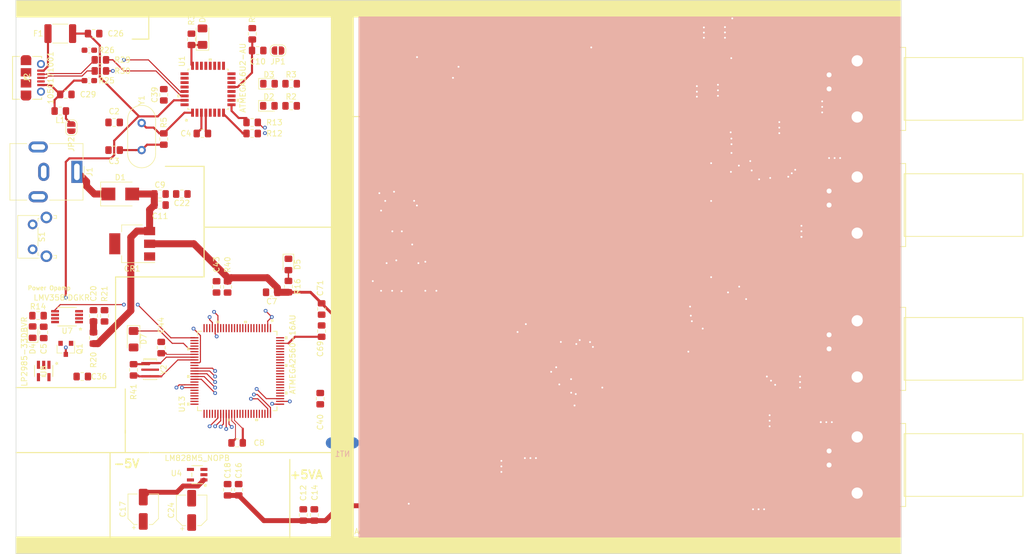
<source format=kicad_pcb>
(kicad_pcb (version 20171130) (host pcbnew "(5.1.0-0)")
  (title_block (title "Impedance 777") (rev 1) (company "Andrew Allison"))
  (layers (0 F.Cu signal) (1 In1.Cu signal) (2 In2.Cu signal) (31 B.Cu signal) (35 F.Paste user hide) (37 F.SilkS user) (39 F.Mask user hide) (44 Edge.Cuts user hide))
  (net 0 "")
  (net 1 XTAL-EN)
  (net 2 GNDA)
  (net 3 MCLK)
  (net 4 +5VA)
  (net 5 "Net-(C2-Pad1)")
  (net 6 "Net-(C3-Pad1)")
  (net 7 +5V)
  (net 8 "Net-(C11-Pad1)")
  (net 9 RESET)
  (net 10 "Net-(C10-Pad1)")
  (net 11 -5V)
  (net 12 "Net-(C20-Pad1)")
  (net 13 "Net-(C24-Pad1)")
  (net 14 "Net-(C24-Pad2)")
  (net 15 2V048)
  (net 16 "Net-(C26-Pad2)")
  (net 17 VUCAP)
  (net 18 UGND)
  (net 19 +3V3)
  (net 20 "Net-(C38-Pad1)")
  (net 21 VOUT)
  (net 22 "Net-(C46-Pad1)")
  (net 23 "Net-(C52-Pad2)")
  (net 24 "Net-(C52-Pad1)")
  (net 25 "Net-(C55-Pad2)")
  (net 26 "Net-(C69-Pad1)")
  (net 27 ZCAL6)
  (net 28 "Net-(C75-Pad1)")
  (net 29 "Net-(C79-Pad1)")
  (net 30 ZCAL7)
  (net 31 ZCAL8)
  (net 32 "Net-(C81-Pad1)")
  (net 33 "Net-(D1-Pad1)")
  (net 34 "Net-(D2-Pad1)")
  (net 35 "Net-(D2-Pad2)")
  (net 36 "Net-(D3-Pad2)")
  (net 37 "Net-(D3-Pad1)")
  (net 38 "Net-(D4-Pad2)")
  (net 39 "Net-(D5-Pad2)")
  (net 40 "Net-(D6-Pad1)")
  (net 41 "Net-(F1-Pad2)")
  (net 42 SHEILD1)
  (net 43 ELECTRODE1)
  (net 44 SHEILD2)
  (net 45 ELECTRODE2)
  (net 46 SHEILD3)
  (net 47 ELECTRODE3)
  (net 48 SHEILD4)
  (net 49 ELECTRODE4)
  (net 50 "Net-(JP3-Pad1)")
  (net 51 "Net-(JP3-Pad2)")
  (net 52 "Net-(JP4-Pad1)")
  (net 53 2V048-DRIVE)
  (net 54 "Net-(JP5-Pad2)")
  (net 55 "Net-(JP5-Pad1)")
  (net 56 "Net-(Q1-Pad1)")
  (net 57 "Net-(R1-Pad1)")
  (net 58 RFB)
  (net 59 "Net-(R4-Pad1)")
  (net 60 "Net-(R6-Pad1)")
  (net 61 "Net-(R7-Pad1)")
  (net 62 SCL)
  (net 63 SDA)
  (net 64 "Net-(R11-Pad1)")
  (net 65 "Net-(R12-Pad2)")
  (net 66 PE1)
  (net 67 "Net-(R13-Pad1)")
  (net 68 PE0)
  (net 69 "Net-(R14-Pad2)")
  (net 70 "Net-(R15-Pad1)")
  (net 71 "Net-(R17-Pad1)")
  (net 72 "Net-(R19-Pad1)")
  (net 73 IN_AMP_A0)
  (net 74 IN_AMP_EN)
  (net 75 IN_AMP_A1)
  (net 76 IN_AMP_D)
  (net 77 IN_AMP_A2)
  (net 78 RD-)
  (net 79 RD+)
  (net 80 PD-AD8130)
  (net 81 "Net-(R36-Pad2)")
  (net 82 "Net-(R41-Pad1)")
  (net 83 "Net-(R41-Pad2)")
  (net 84 RG)
  (net 85 "Net-(R44-Pad1)")
  (net 86 "Net-(R46-Pad1)")
  (net 87 SIGNAL)
  (net 88 "Net-(R47-Pad2)")
  (net 89 "Net-(R50-Pad1)")
  (net 90 "Net-(R52-Pad1)")
  (net 91 "Net-(R53-Pad1)")
  (net 92 "Net-(R54-Pad1)")
  (net 93 "Net-(R55-Pad1)")
  (net 94 "Net-(R56-Pad1)")
  (net 95 RFB_MUX_IN)
  (net 96 "Net-(R57-Pad2)")
  (net 97 RG_A0)
  (net 98 RG_EN)
  (net 99 RG_A1)
  (net 100 RG_D)
  (net 101 RG_A2)
  (net 102 CAL_IN)
  (net 103 "Net-(R64-Pad1)")
  (net 104 ZCAL5)
  (net 105 "Net-(R65-Pad1)")
  (net 106 ZCAL4)
  (net 107 "Net-(R67-Pad1)")
  (net 108 "Net-(R68-Pad1)")
  (net 109 "Net-(R69-Pad1)")
  (net 110 ZCAL3)
  (net 111 ZCAL2)
  (net 112 "Net-(R71-Pad1)")
  (net 113 "Net-(R72-Pad1)")
  (net 114 ZCAL1)
  (net 115 "Net-(R73-Pad1)")
  (net 116 CAL_EN)
  (net 117 RESIS_A0)
  (net 118 RESIS_EN)
  (net 119 RESIS_A1)
  (net 120 RESIS_D)
  (net 121 RESIS_A2)
  (net 122 PB7)
  (net 123 IN_AMP_REF)
  (net 124 RG_MUX)
  (net 125 IN_AMP_INVERTING)
  (net 126 IN_AMP_NONINVERTING)
  (net 127 RESIS_MUX)
  (net 128 RESIS_MUX_OUT)
  (net 129 GNDD)
  (net 130 "Net-(J3-Pad2)")
  (net 131 "Net-(J3-Pad1)")
  (net 132 "Net-(J4-Pad2)")
  (net 133 "Net-(J4-Pad1)")
  (net 134 "Net-(J5-Pad2)")
  (net 135 "Net-(J5-Pad1)")
  (net 136 "Net-(J6-Pad2)")
  (net 137 "Net-(J6-Pad1)")
  (net 138 jackD+)
  (net 139 jackD-)
  (module ul_ATMEGA256016AU:ATMEGA2560-16AU (layer F.Cu) (at 103 124 270)
    (fp_text reference U13 (at 6 10 270) (layer F.SilkS))
    (fp_text value ATMEGA2560-16AU (at -3 -10 270) (layer F.SilkS))
    (fp_text user * (at -9.113 -6.631 270) (layer F.SilkS))
    (pad 1 smd rect (at -7.747 -6.000001) (size 0.2394 1.461999) (layers F.Cu F.Paste F.Mask))
    (pad 2 smd rect (at -7.747 -5.499999) (size 0.2394 1.461999) (layers F.Cu F.Paste F.Mask) (net 68 PE0))
    (pad 3 smd rect (at -7.747 -5) (size 0.2394 1.461999) (layers F.Cu F.Paste F.Mask) (net 66 PE1))
    (pad 4 smd rect (at -7.747 -4.500001) (size 0.2394 1.461999) (layers F.Cu F.Paste F.Mask))
    (pad 5 smd rect (at -7.747 -4) (size 0.2394 1.461999) (layers F.Cu F.Paste F.Mask))
    (pad 6 smd rect (at -7.747 -3.500001) (size 0.2394 1.461999) (layers F.Cu F.Paste F.Mask))
    (pad 7 smd rect (at -7.747 -2.999999) (size 0.2394 1.461999) (layers F.Cu F.Paste F.Mask))
    (pad 8 smd rect (at -7.747 -2.5) (size 0.2394 1.461999) (layers F.Cu F.Paste F.Mask))
    (pad 9 smd rect (at -7.747 -2.000001) (size 0.2394 1.461999) (layers F.Cu F.Paste F.Mask))
    (pad 10 smd rect (at -7.747 -1.5) (size 0.2394 1.461999) (layers F.Cu F.Paste F.Mask) (net 7 +5V))
    (pad 11 smd rect (at -7.747 -1.000001) (size 0.2394 1.461999) (layers F.Cu F.Paste F.Mask) (net 129 GNDD))
    (pad 12 smd rect (at -7.747 -0.500002) (size 0.2394 1.461999) (layers F.Cu F.Paste F.Mask))
    (pad 13 smd rect (at -7.747 0) (size 0.2394 1.461999) (layers F.Cu F.Paste F.Mask))
    (pad 14 smd rect (at -7.747 0.499999) (size 0.2394 1.461999) (layers F.Cu F.Paste F.Mask))
    (pad 15 smd rect (at -7.747 1.000001) (size 0.2394 1.461999) (layers F.Cu F.Paste F.Mask))
    (pad 16 smd rect (at -7.747 1.5) (size 0.2394 1.461999) (layers F.Cu F.Paste F.Mask))
    (pad 17 smd rect (at -7.747 1.999999) (size 0.2394 1.461999) (layers F.Cu F.Paste F.Mask))
    (pad 18 smd rect (at -7.747 2.5) (size 0.2394 1.461999) (layers F.Cu F.Paste F.Mask))
    (pad 19 smd rect (at -7.747 2.999999) (size 0.2394 1.461999) (layers F.Cu F.Paste F.Mask))
    (pad 20 smd rect (at -7.747 3.500001) (size 0.2394 1.461999) (layers F.Cu F.Paste F.Mask) (net 80 PD-AD8130))
    (pad 21 smd rect (at -7.747 4) (size 0.2394 1.461999) (layers F.Cu F.Paste F.Mask) (net 102 CAL_IN))
    (pad 22 smd rect (at -7.747 4.499999) (size 0.2394 1.461999) (layers F.Cu F.Paste F.Mask) (net 116 CAL_EN))
    (pad 23 smd rect (at -7.747 5) (size 0.2394 1.461999) (layers F.Cu F.Paste F.Mask))
    (pad 24 smd rect (at -7.747 5.499999) (size 0.2394 1.461999) (layers F.Cu F.Paste F.Mask))
    (pad 25 smd rect (at -7.747 6.000001) (size 0.2394 1.461999) (layers F.Cu F.Paste F.Mask))
    (pad 26 smd rect (at -6.000001 7.747 270) (size 0.2394 1.461999) (layers F.Cu F.Paste F.Mask) (net 122 PB7))
    (pad 27 smd rect (at -5.499999 7.747 270) (size 0.2394 1.461999) (layers F.Cu F.Paste F.Mask))
    (pad 28 smd rect (at -5 7.747 270) (size 0.2394 1.461999) (layers F.Cu F.Paste F.Mask))
    (pad 29 smd rect (at -4.500001 7.747 270) (size 0.2394 1.461999) (layers F.Cu F.Paste F.Mask))
    (pad 30 smd rect (at -4 7.747 270) (size 0.2394 1.461999) (layers F.Cu F.Paste F.Mask) (net 9 RESET))
    (pad 31 smd rect (at -3.500001 7.747 270) (size 0.2394 1.461999) (layers F.Cu F.Paste F.Mask) (net 7 +5V))
    (pad 32 smd rect (at -2.999999 7.747 270) (size 0.2394 1.461999) (layers F.Cu F.Paste F.Mask) (net 129 GNDD))
    (pad 33 smd rect (at -2.5 7.747 270) (size 0.2394 1.461999) (layers F.Cu F.Paste F.Mask) (net 82 "Net-(R41-Pad1)"))
    (pad 34 smd rect (at -2.000001 7.747 270) (size 0.2394 1.461999) (layers F.Cu F.Paste F.Mask) (net 83 "Net-(R41-Pad2)"))
    (pad 35 smd rect (at -1.5 7.747 270) (size 0.2394 1.461999) (layers F.Cu F.Paste F.Mask) (net 1 XTAL-EN))
    (pad 36 smd rect (at -1.000001 7.747 270) (size 0.2394 1.461999) (layers F.Cu F.Paste F.Mask))
    (pad 37 smd rect (at -0.499999 7.747 270) (size 0.2394 1.461999) (layers F.Cu F.Paste F.Mask) (net 101 RG_A2))
    (pad 38 smd rect (at 0 7.747 270) (size 0.2394 1.461999) (layers F.Cu F.Paste F.Mask) (net 99 RG_A1))
    (pad 39 smd rect (at 0.499999 7.747 270) (size 0.2394 1.461999) (layers F.Cu F.Paste F.Mask) (net 97 RG_A0))
    (pad 40 smd rect (at 1.000001 7.747 270) (size 0.2394 1.461999) (layers F.Cu F.Paste F.Mask) (net 100 RG_D))
    (pad 41 smd rect (at 1.5 7.747 270) (size 0.2394 1.461999) (layers F.Cu F.Paste F.Mask) (net 98 RG_EN))
    (pad 42 smd rect (at 2.000001 7.747 270) (size 0.2394 1.461999) (layers F.Cu F.Paste F.Mask))
    (pad 43 smd rect (at 2.5 7.747 270) (size 0.2394 1.461999) (layers F.Cu F.Paste F.Mask) (net 62 SCL))
    (pad 44 smd rect (at 2.999999 7.747 270) (size 0.2394 1.461999) (layers F.Cu F.Paste F.Mask) (net 63 SDA))
    (pad 45 smd rect (at 3.500001 7.747 270) (size 0.2394 1.461999) (layers F.Cu F.Paste F.Mask))
    (pad 46 smd rect (at 4 7.747 270) (size 0.2394 1.461999) (layers F.Cu F.Paste F.Mask))
    (pad 47 smd rect (at 4.500001 7.747 270) (size 0.2394 1.461999) (layers F.Cu F.Paste F.Mask))
    (pad 48 smd rect (at 5 7.747 270) (size 0.2394 1.461999) (layers F.Cu F.Paste F.Mask))
    (pad 49 smd rect (at 5.499999 7.747 270) (size 0.2394 1.461999) (layers F.Cu F.Paste F.Mask))
    (pad 50 smd rect (at 6.000001 7.747 270) (size 0.2394 1.461999) (layers F.Cu F.Paste F.Mask))
    (pad 51 smd rect (at 7.747 6.000001) (size 0.2394 1.461999) (layers F.Cu F.Paste F.Mask))
    (pad 52 smd rect (at 7.747 5.499999) (size 0.2394 1.461999) (layers F.Cu F.Paste F.Mask))
    (pad 53 smd rect (at 7.747 5) (size 0.2394 1.461999) (layers F.Cu F.Paste F.Mask))
    (pad 54 smd rect (at 7.747 4.500001) (size 0.2394 1.461999) (layers F.Cu F.Paste F.Mask))
    (pad 55 smd rect (at 7.747 4) (size 0.2394 1.461999) (layers F.Cu F.Paste F.Mask))
    (pad 56 smd rect (at 7.747 3.500001) (size 0.2394 1.461999) (layers F.Cu F.Paste F.Mask) (net 121 RESIS_A2))
    (pad 57 smd rect (at 7.747 2.999999) (size 0.2394 1.461999) (layers F.Cu F.Paste F.Mask) (net 119 RESIS_A1))
    (pad 58 smd rect (at 7.747 2.5) (size 0.2394 1.461999) (layers F.Cu F.Paste F.Mask) (net 117 RESIS_A0))
    (pad 59 smd rect (at 7.747 2.000001) (size 0.2394 1.461999) (layers F.Cu F.Paste F.Mask) (net 120 RESIS_D))
    (pad 60 smd rect (at 7.747 1.5) (size 0.2394 1.461999) (layers F.Cu F.Paste F.Mask) (net 118 RESIS_EN))
    (pad 61 smd rect (at 7.747 1.000001) (size 0.2394 1.461999) (layers F.Cu F.Paste F.Mask) (net 7 +5V))
    (pad 62 smd rect (at 7.747 0.499999) (size 0.2394 1.461999) (layers F.Cu F.Paste F.Mask) (net 129 GNDD))
    (pad 63 smd rect (at 7.747 0) (size 0.2394 1.461999) (layers F.Cu F.Paste F.Mask))
    (pad 64 smd rect (at 7.747 -0.499999) (size 0.2394 1.461999) (layers F.Cu F.Paste F.Mask))
    (pad 65 smd rect (at 7.747 -1.000001) (size 0.2394 1.461999) (layers F.Cu F.Paste F.Mask))
    (pad 66 smd rect (at 7.747 -1.5) (size 0.2394 1.461999) (layers F.Cu F.Paste F.Mask))
    (pad 67 smd rect (at 7.747 -2.000001) (size 0.2394 1.461999) (layers F.Cu F.Paste F.Mask))
    (pad 68 smd rect (at 7.747 -2.5) (size 0.2394 1.461999) (layers F.Cu F.Paste F.Mask))
    (pad 69 smd rect (at 7.747 -2.999999) (size 0.2394 1.461999) (layers F.Cu F.Paste F.Mask))
    (pad 70 smd rect (at 7.747 -3.500001) (size 0.2394 1.461999) (layers F.Cu F.Paste F.Mask))
    (pad 71 smd rect (at 7.747 -4) (size 0.2394 1.461999) (layers F.Cu F.Paste F.Mask))
    (pad 72 smd rect (at 7.747 -4.500001) (size 0.2394 1.461999) (layers F.Cu F.Paste F.Mask))
    (pad 73 smd rect (at 7.747 -5) (size 0.2394 1.461999) (layers F.Cu F.Paste F.Mask))
    (pad 74 smd rect (at 7.747 -5.499999) (size 0.2394 1.461999) (layers F.Cu F.Paste F.Mask) (net 77 IN_AMP_A2))
    (pad 75 smd rect (at 7.747 -6.000001) (size 0.2394 1.461999) (layers F.Cu F.Paste F.Mask) (net 75 IN_AMP_A1))
    (pad 76 smd rect (at 6.000001 -7.747 270) (size 0.2394 1.461999) (layers F.Cu F.Paste F.Mask) (net 73 IN_AMP_A0))
    (pad 77 smd rect (at 5.499999 -7.747 270) (size 0.2394 1.461999) (layers F.Cu F.Paste F.Mask) (net 76 IN_AMP_D))
    (pad 78 smd rect (at 5 -7.747 270) (size 0.2394 1.461999) (layers F.Cu F.Paste F.Mask) (net 74 IN_AMP_EN))
    (pad 79 smd rect (at 4.500001 -7.747 270) (size 0.2394 1.461999) (layers F.Cu F.Paste F.Mask))
    (pad 80 smd rect (at 4 -7.747 270) (size 0.2394 1.461999) (layers F.Cu F.Paste F.Mask) (net 7 +5V))
    (pad 81 smd rect (at 3.500001 -7.747 270) (size 0.2394 1.461999) (layers F.Cu F.Paste F.Mask) (net 129 GNDD))
    (pad 82 smd rect (at 2.999999 -7.747 270) (size 0.2394 1.461999) (layers F.Cu F.Paste F.Mask))
    (pad 83 smd rect (at 2.5 -7.747 270) (size 0.2394 1.461999) (layers F.Cu F.Paste F.Mask))
    (pad 84 smd rect (at 2.000001 -7.747 270) (size 0.2394 1.461999) (layers F.Cu F.Paste F.Mask))
    (pad 85 smd rect (at 1.5 -7.747 270) (size 0.2394 1.461999) (layers F.Cu F.Paste F.Mask))
    (pad 86 smd rect (at 1.000001 -7.747 270) (size 0.2394 1.461999) (layers F.Cu F.Paste F.Mask))
    (pad 87 smd rect (at 0.499999 -7.747 270) (size 0.2394 1.461999) (layers F.Cu F.Paste F.Mask))
    (pad 88 smd rect (at 0 -7.747 270) (size 0.2394 1.461999) (layers F.Cu F.Paste F.Mask))
    (pad 89 smd rect (at -0.499999 -7.747 270) (size 0.2394 1.461999) (layers F.Cu F.Paste F.Mask))
    (pad 90 smd rect (at -1.000001 -7.747 270) (size 0.2394 1.461999) (layers F.Cu F.Paste F.Mask))
    (pad 91 smd rect (at -1.5 -7.747 270) (size 0.2394 1.461999) (layers F.Cu F.Paste F.Mask))
    (pad 92 smd rect (at -2.000001 -7.747 270) (size 0.2394 1.461999) (layers F.Cu F.Paste F.Mask))
    (pad 93 smd rect (at -2.5 -7.747 270) (size 0.2394 1.461999) (layers F.Cu F.Paste F.Mask))
    (pad 94 smd rect (at -2.999999 -7.747 270) (size 0.2394 1.461999) (layers F.Cu F.Paste F.Mask))
    (pad 95 smd rect (at -3.500001 -7.747 270) (size 0.2394 1.461999) (layers F.Cu F.Paste F.Mask))
    (pad 96 smd rect (at -4 -7.747 270) (size 0.2394 1.461999) (layers F.Cu F.Paste F.Mask))
    (pad 97 smd rect (at -4.500001 -7.747 270) (size 0.2394 1.461999) (layers F.Cu F.Paste F.Mask))
    (pad 98 smd rect (at -5 -7.747 270) (size 0.2394 1.461999) (layers F.Cu F.Paste F.Mask) (net 26 "Net-(C69-Pad1)"))
    (pad 99 smd rect (at -5.499999 -7.747 270) (size 0.2394 1.461999) (layers F.Cu F.Paste F.Mask) (net 129 GNDD))
    (pad 100 smd rect (at -6.000001 -7.747 270) (size 0.2394 1.461999) (layers F.Cu F.Paste F.Mask) (net 7 +5V))
  )
  (module ul_1050171001:1050171001 (layer F.Cu) (at 65 71 270)
    (fp_text reference J2 (at -0.007566 -0.000823 270) (layer F.SilkS))
    (fp_text value 1050171001 (at -0.001573 -4.25 270) (layer F.SilkS))
    (fp_text user * (at 0 0 270) (layer F.SilkS))
    (pad 13 smd rect (at 2.897526 0.196217 270) (size 1.200506 1.905) (layers F.Cu F.Paste F.Mask))
    (pad 12 smd rect (at -2.901574 0.196217 270) (size 1.200506 1.905) (layers F.Cu F.Paste F.Mask))
    (pad 10 smd oval (at -3.501573 0.196217 270) (size 1.1938 1.905) (layers F.Cu F.Paste F.Mask))
    (pad 11 smd oval (at 3.498426 0.196217 270) (size 1.1938 1.905) (layers F.Cu F.Paste F.Mask))
    (pad 9 smd rect (at 0.998427 0.196217 270) (size 1.4986 1.905) (layers F.Cu F.Paste F.Mask))
    (pad 8 smd rect (at -1.001573 0.196217 270) (size 1.4986 1.905) (layers F.Cu F.Paste F.Mask))
    (pad 7 thru_hole circle (at 2.498427 -2.503782) (size 1.4478 1.4478) (drill 0.8636) (layers *.Cu *.Mask))
    (pad 6 thru_hole circle (at -2.501574 -2.503782) (size 1.4478 1.4478) (drill 0.8636) (layers *.Cu *.Mask))
    (pad 5 smd rect (at 1.298427 -2.503782 270) (size 0.4064 1.3462) (layers F.Cu F.Paste F.Mask) (net 18 UGND))
    (pad 4 smd rect (at 0.648425 -2.503782 270) (size 0.4064 1.3462) (layers F.Cu F.Paste F.Mask))
    (pad 3 smd rect (at -0.001573 -2.503782 270) (size 0.4064 1.3462) (layers F.Cu F.Paste F.Mask) (net 138 jackD+))
    (pad 2 smd rect (at -0.651572 -2.503782 270) (size 0.4064 1.3462) (layers F.Cu F.Paste F.Mask) (net 139 jackD-))
    (pad 1 smd rect (at -1.301573 -2.503782 270) (size 0.4064 1.3462) (layers F.Cu F.Paste F.Mask) (net 41 "Net-(F1-Pad2)"))
  )
  (module ul_ADG774BRZ:ADG774BRZ (layer F.Cu) (at 188 68 270)
    (fp_text reference U17 (at 0 -6 270) (layer F.SilkS))
    (fp_text value ADG774BRZ (at 0 6 270) (layer F.SilkS))
    (fp_text user * (at -2.6162 -6.1468 270) (layer F.SilkS))
    (pad 1 smd rect (at -2.3622 -4.445 270) (size 2.1844 0.5588) (layers F.Cu F.Paste F.Mask) (net 102 CAL_IN))
    (pad 2 smd rect (at -2.3622 -3.175 270) (size 2.1844 0.5588) (layers F.Cu F.Paste F.Mask) (net 43 ELECTRODE1))
    (pad 3 smd rect (at -2.3622 -1.905 270) (size 2.1844 0.5588) (layers F.Cu F.Paste F.Mask) (net 127 RESIS_MUX))
    (pad 4 smd rect (at -2.3622 -0.635 270) (size 2.1844 0.5588) (layers F.Cu F.Paste F.Mask) (net 87 SIGNAL))
    (pad 5 smd rect (at -2.3622 0.635 270) (size 2.1844 0.5588) (layers F.Cu F.Paste F.Mask) (net 45 ELECTRODE2))
    (pad 6 smd rect (at -2.3622 1.905 270) (size 2.1844 0.5588) (layers F.Cu F.Paste F.Mask) (net 127 RESIS_MUX))
    (pad 7 smd rect (at -2.3622 3.175 270) (size 2.1844 0.5588) (layers F.Cu F.Paste F.Mask) (net 125 IN_AMP_INVERTING))
    (pad 8 smd rect (at -2.3622 4.445 270) (size 2.1844 0.5588) (layers F.Cu F.Paste F.Mask) (net 2 GNDA))
    (pad 9 smd rect (at 2.3622 4.445 270) (size 2.1844 0.5588) (layers F.Cu F.Paste F.Mask) (net 53 2V048-DRIVE))
    (pad 10 smd rect (at 2.3622 3.175 270) (size 2.1844 0.5588) (layers F.Cu F.Paste F.Mask) (net 128 RESIS_MUX_OUT))
    (pad 11 smd rect (at 2.3622 1.905 270) (size 2.1844 0.5588) (layers F.Cu F.Paste F.Mask) (net 47 ELECTRODE3))
    (pad 12 smd rect (at 2.3622 0.635 270) (size 2.1844 0.5588) (layers F.Cu F.Paste F.Mask) (net 126 IN_AMP_NONINVERTING))
    (pad 13 smd rect (at 2.3622 -0.635 270) (size 2.1844 0.5588) (layers F.Cu F.Paste F.Mask) (net 128 RESIS_MUX_OUT))
    (pad 14 smd rect (at 2.3622 -1.905 270) (size 2.1844 0.5588) (layers F.Cu F.Paste F.Mask) (net 49 ELECTRODE4))
    (pad 15 smd rect (at 2.3622 -3.175 270) (size 2.1844 0.5588) (layers F.Cu F.Paste F.Mask) (net 116 CAL_EN))
    (pad 16 smd rect (at 2.3622 -4.445 270) (size 2.1844 0.5588) (layers F.Cu F.Paste F.Mask) (net 4 +5VA))
  )
  (module Oscillator:Oscillator_SMD_SeikoEpson_SG8002JA-4Pin_14.0x8.7mm (layer F.Cu) (at 133 69 180)
    (fp_text reference 16MHz1 (at 5 7 180) (layer F.SilkS))
    (fp_text value SG-615)
    (pad 4 smd rect (at -2.54 -4.4 180) (size 1.3 3) (layers F.Cu F.Paste F.Mask) (net 4 +5VA))
    (pad 3 smd rect (at 2.54 -4.4 180) (size 1.3 3) (layers F.Cu F.Paste F.Mask) (net 3 MCLK))
    (pad 2 smd rect (at 2.54 4.4 180) (size 1.3 3) (layers F.Cu F.Paste F.Mask) (net 129 GNDD))
    (pad 1 smd rect (at -2.54 4.4 180) (size 1.3 3) (layers F.Cu F.Paste F.Mask) (net 1 XTAL-EN))
  )
  (module Capacitor_SMD:C_0805_2012Metric_Pad1.15x1.40mm_HandSolder (layer F.Cu) (at 145.00668 96.808481 90)
    (fp_text reference C1 (at 3 -0.025 270) (layer F.SilkS))
    (fp_text value 0.1uF)
    (pad 2 smd roundrect (at 1.025 0 90) (size 1.15 1.4) (layers F.Cu F.Paste F.Mask) (roundrect_rratio 0.217391) (net 2 GNDA))
    (pad 1 smd roundrect (at -1.025 0 90) (size 1.15 1.4) (layers F.Cu F.Paste F.Mask) (roundrect_rratio 0.217391) (net 4 +5VA))
  )
  (module Capacitor_SMD:C_0805_2012Metric_Pad1.15x1.40mm_HandSolder (layer F.Cu) (at 80.737055 79.062108 180)
    (fp_text reference C2 (at 0 2 180) (layer F.SilkS))
    (fp_text value 20p)
    (pad 2 smd roundrect (at 1.025 0 180) (size 1.15 1.4) (layers F.Cu F.Paste F.Mask) (roundrect_rratio 0.217391) (net 129 GNDD))
    (pad 1 smd roundrect (at -1.025 0 180) (size 1.15 1.4) (layers F.Cu F.Paste F.Mask) (roundrect_rratio 0.217391) (net 5 "Net-(C2-Pad1)"))
  )
  (module Capacitor_SMD:C_0805_2012Metric_Pad1.15x1.40mm_HandSolder (layer F.Cu) (at 80.737055 84.062108 180)
    (fp_text reference C3 (at 0.025 -2 180) (layer F.SilkS))
    (fp_text value 20p)
    (pad 2 smd roundrect (at 1.025 0 180) (size 1.15 1.4) (layers F.Cu F.Paste F.Mask) (roundrect_rratio 0.217391) (net 129 GNDD))
    (pad 1 smd roundrect (at -1.025 0 180) (size 1.15 1.4) (layers F.Cu F.Paste F.Mask) (roundrect_rratio 0.217391) (net 6 "Net-(C3-Pad1)"))
  )
  (module Capacitor_SMD:C_0805_2012Metric_Pad1.15x1.40mm_HandSolder (layer F.Cu) (at 96.687055 81.062108 180)
    (fp_text reference C4 (at 2.975 0 180) (layer F.SilkS))
    (fp_text value 0.1uF)
    (pad 2 smd roundrect (at 1.025 0 180) (size 1.15 1.4) (layers F.Cu F.Paste F.Mask) (roundrect_rratio 0.217391) (net 129 GNDD))
    (pad 1 smd roundrect (at -1.025 0 180) (size 1.15 1.4) (layers F.Cu F.Paste F.Mask) (roundrect_rratio 0.217391) (net 7 +5V))
  )
  (module Capacitor_SMD:C_0805_2012Metric_Pad1.15x1.40mm_HandSolder (layer F.Cu) (at 68 117.025 270)
    (fp_text reference C5 (at 2.975 0 270) (layer F.SilkS))
    (fp_text value 0.1uF)
    (pad 2 smd roundrect (at 1.025 0 270) (size 1.15 1.4) (layers F.Cu F.Paste F.Mask) (roundrect_rratio 0.217391) (net 129 GNDD))
    (pad 1 smd roundrect (at -1.025 0 270) (size 1.15 1.4) (layers F.Cu F.Paste F.Mask) (roundrect_rratio 0.217391) (net 7 +5V))
  )
  (module Capacitor_SMD:C_0805_2012Metric_Pad1.15x1.40mm_HandSolder (layer F.Cu) (at 109.223136 109.768345 180)
    (fp_text reference C7 (at 0 -1.65 180) (layer F.SilkS))
    (fp_text value 0.1uF)
    (pad 2 smd roundrect (at 1.025 0 180) (size 1.15 1.4) (layers F.Cu F.Paste F.Mask) (roundrect_rratio 0.217391) (net 129 GNDD))
    (pad 1 smd roundrect (at -1.025 0 180) (size 1.15 1.4) (layers F.Cu F.Paste F.Mask) (roundrect_rratio 0.217391) (net 7 +5V))
  )
  (module Capacitor_SMD:C_0805_2012Metric_Pad1.15x1.40mm_HandSolder (layer F.Cu) (at 102.975 137)
    (fp_text reference C8 (at 3.975 0) (layer F.SilkS))
    (fp_text value 0.1uF)
    (pad 2 smd roundrect (at 1.025 0) (size 1.15 1.4) (layers F.Cu F.Paste F.Mask) (roundrect_rratio 0.217391) (net 129 GNDD))
    (pad 1 smd roundrect (at -1.025 0) (size 1.15 1.4) (layers F.Cu F.Paste F.Mask) (roundrect_rratio 0.217391) (net 7 +5V))
  )
  (module Capacitor_SMD:C_0805_2012Metric_Pad1.15x1.40mm_HandSolder (layer F.Cu) (at 106.687055 66.062108)
    (fp_text reference C10 (at 0 2) (layer F.SilkS))
    (fp_text value 0.1uF)
    (pad 2 smd roundrect (at 1.025 0) (size 1.15 1.4) (layers F.Cu F.Paste F.Mask) (roundrect_rratio 0.217391) (net 9 RESET))
    (pad 1 smd roundrect (at -1.025 0) (size 1.15 1.4) (layers F.Cu F.Paste F.Mask) (roundrect_rratio 0.217391) (net 10 "Net-(C10-Pad1)"))
  )
  (module Capacitor_SMD:C_0805_2012Metric_Pad1.15x1.40mm_HandSolder (layer F.Cu) (at 89.025 94)
    (fp_text reference C11 (at 0.025 2) (layer F.SilkS))
    (fp_text value 0.1uF)
    (pad 2 smd roundrect (at 1.025 0) (size 1.15 1.4) (layers F.Cu F.Paste F.Mask) (roundrect_rratio 0.217391) (net 129 GNDD))
    (pad 1 smd roundrect (at -1.025 0) (size 1.15 1.4) (layers F.Cu F.Paste F.Mask) (roundrect_rratio 0.217391) (net 8 "Net-(C11-Pad1)"))
  )
  (module Capacitor_SMD:C_0805_2012Metric_Pad1.15x1.40mm_HandSolder (layer F.Cu) (at 114.93351 150.031932 90)
    (fp_text reference C12 (at 3.975 0 90) (layer F.SilkS))
    (fp_text value 0.1uF)
    (pad 2 smd roundrect (at 1.025 0 90) (size 1.15 1.4) (layers F.Cu F.Paste F.Mask) (roundrect_rratio 0.217391) (net 2 GNDA))
    (pad 1 smd roundrect (at -1.025 0 90) (size 1.15 1.4) (layers F.Cu F.Paste F.Mask) (roundrect_rratio 0.217391) (net 7 +5V))
  )
  (module Capacitor_SMD:C_0805_2012Metric_Pad1.15x1.40mm_HandSolder (layer F.Cu) (at 148 147 90)
    (fp_text reference C13 (at -4 0 90) (layer F.SilkS))
    (fp_text value 0.1uF)
    (pad 2 smd roundrect (at 1.025 0 90) (size 1.15 1.4) (layers F.Cu F.Paste F.Mask) (roundrect_rratio 0.217391) (net 2 GNDA))
    (pad 1 smd roundrect (at -1.025 0 90) (size 1.15 1.4) (layers F.Cu F.Paste F.Mask) (roundrect_rratio 0.217391) (net 7 +5V))
  )
  (module Capacitor_SMD:C_0805_2012Metric_Pad1.15x1.40mm_HandSolder (layer F.Cu) (at 103.25 145.475 90)
    (fp_text reference C16 (at 3.475 0 90) (layer F.SilkS))
    (fp_text value 0.1uF)
    (pad 2 smd roundrect (at 1.025 0 90) (size 1.15 1.4) (layers F.Cu F.Paste F.Mask) (roundrect_rratio 0.217391) (net 2 GNDA))
    (pad 1 smd roundrect (at -1.025 0 90) (size 1.15 1.4) (layers F.Cu F.Paste F.Mask) (roundrect_rratio 0.217391) (net 7 +5V))
  )
  (module Capacitor_SMD:C_0805_2012Metric_Pad1.15x1.40mm_HandSolder (layer F.Cu) (at 137.025 76)
    (fp_text reference C19 (at -4.025 0) (layer F.SilkS))
    (fp_text value 0.1uF)
    (pad 2 smd roundrect (at 1.025 0) (size 1.15 1.4) (layers F.Cu F.Paste F.Mask) (roundrect_rratio 0.217391) (net 129 GNDD))
    (pad 1 smd roundrect (at -1.025 0) (size 1.15 1.4) (layers F.Cu F.Paste F.Mask) (roundrect_rratio 0.217391) (net 4 +5VA))
  )
  (module Capacitor_SMD:C_0805_2012Metric_Pad1.15x1.40mm_HandSolder (layer F.Cu) (at 77 114.025 90)
    (fp_text reference C20 (at 4.025 0 90) (layer F.SilkS))
    (fp_text value 0.1uF)
    (pad 2 smd roundrect (at 1.025 0 90) (size 1.15 1.4) (layers F.Cu F.Paste F.Mask) (roundrect_rratio 0.217391) (net 129 GNDD))
    (pad 1 smd roundrect (at -1.025 0 90) (size 1.15 1.4) (layers F.Cu F.Paste F.Mask) (roundrect_rratio 0.217391) (net 12 "Net-(C20-Pad1)"))
  )
  (module Capacitor_SMD:C_0805_2012Metric_Pad1.15x1.40mm_HandSolder (layer F.Cu) (at 148.025 67 180)
    (fp_text reference C21 (at -3.975 0 180) (layer F.SilkS))
    (fp_text value 0.1uF)
    (pad 2 smd roundrect (at 1.025 0 180) (size 1.15 1.4) (layers F.Cu F.Paste F.Mask) (roundrect_rratio 0.217391) (net 2 GNDA))
    (pad 1 smd roundrect (at -1.025 0 180) (size 1.15 1.4) (layers F.Cu F.Paste F.Mask) (roundrect_rratio 0.217391) (net 4 +5VA))
  )
  (module Capacitor_SMD:C_0805_2012Metric_Pad1.15x1.40mm_HandSolder (layer F.Cu) (at 177 144 270)
    (fp_text reference C25 (at 4 0 270) (layer F.SilkS))
    (fp_text value 0.1uF)
    (pad 2 smd roundrect (at 1.025 0 270) (size 1.15 1.4) (layers F.Cu F.Paste F.Mask) (roundrect_rratio 0.217391) (net 2 GNDA))
    (pad 1 smd roundrect (at -1.025 0 270) (size 1.15 1.4) (layers F.Cu F.Paste F.Mask) (roundrect_rratio 0.217391) (net 15 2V048))
  )
  (module Capacitor_SMD:C_0805_2012Metric_Pad1.15x1.40mm_HandSolder (layer F.Cu) (at 77.025 63 180)
    (fp_text reference C26 (at -4 0 180) (layer F.SilkS))
    (fp_text value 0.1uF)
    (pad 2 smd roundrect (at 1.025 0 180) (size 1.15 1.4) (layers F.Cu F.Paste F.Mask) (roundrect_rratio 0.217391) (net 16 "Net-(C26-Pad2)"))
    (pad 1 smd roundrect (at -1.025 0 180) (size 1.15 1.4) (layers F.Cu F.Paste F.Mask) (roundrect_rratio 0.217391) (net 129 GNDD))
  )
  (module Capacitor_SMD:C_0805_2012Metric_Pad1.15x1.40mm_HandSolder (layer F.Cu) (at 179 138.975 90)
    (fp_text reference C28 (at 3.975 0 90) (layer F.SilkS))
    (fp_text value 0.1uF)
    (pad 2 smd roundrect (at 1.025 0 90) (size 1.15 1.4) (layers F.Cu F.Paste F.Mask) (roundrect_rratio 0.217391) (net 2 GNDA))
    (pad 1 smd roundrect (at -1.025 0 90) (size 1.15 1.4) (layers F.Cu F.Paste F.Mask) (roundrect_rratio 0.217391) (net 11 -5V))
  )
  (module Capacitor_SMD:C_0805_2012Metric_Pad1.15x1.40mm_HandSolder (layer F.Cu) (at 72 74)
    (fp_text reference C29 (at 4.025 0) (layer F.SilkS))
    (fp_text value 1uF)
    (pad 2 smd roundrect (at 1.025 0) (size 1.15 1.4) (layers F.Cu F.Paste F.Mask) (roundrect_rratio 0.217391) (net 17 VUCAP))
    (pad 1 smd roundrect (at -1.025 0) (size 1.15 1.4) (layers F.Cu F.Paste F.Mask) (roundrect_rratio 0.217391) (net 18 UGND))
  )
  (module Capacitor_SMD:C_0805_2012Metric_Pad1.15x1.40mm_HandSolder (layer F.Cu) (at 175.869128 65.937082 90)
    (fp_text reference C30 (at 3.975 0 90) (layer F.SilkS))
    (fp_text value 0.1uF)
    (pad 2 smd roundrect (at 1.025 0 90) (size 1.15 1.4) (layers F.Cu F.Paste F.Mask) (roundrect_rratio 0.217391) (net 2 GNDA))
    (pad 1 smd roundrect (at -1.025 0 90) (size 1.15 1.4) (layers F.Cu F.Paste F.Mask) (roundrect_rratio 0.217391) (net 11 -5V))
  )
  (module Capacitor_SMD:C_0805_2012Metric_Pad1.15x1.40mm_HandSolder (layer F.Cu) (at 191.342548 133.036628 180)
    (fp_text reference C33 (at 4 -0.025 180) (layer F.SilkS))
    (fp_text value 0.1uF)
    (pad 2 smd roundrect (at 1.025 0 180) (size 1.15 1.4) (layers F.Cu F.Paste F.Mask) (roundrect_rratio 0.217391) (net 2 GNDA))
    (pad 1 smd roundrect (at -1.025 0 180) (size 1.15 1.4) (layers F.Cu F.Paste F.Mask) (roundrect_rratio 0.217391) (net 11 -5V))
  )
  (module Capacitor_SMD:C_0805_2012Metric_Pad1.15x1.40mm_HandSolder (layer F.Cu) (at 147.775 136.25)
    (fp_text reference C35 (at 4 0) (layer F.SilkS))
    (fp_text value 0.1uF)
    (pad 2 smd roundrect (at 1.025 0) (size 1.15 1.4) (layers F.Cu F.Paste F.Mask) (roundrect_rratio 0.217391) (net 2 GNDA))
    (pad 1 smd roundrect (at -1.025 0) (size 1.15 1.4) (layers F.Cu F.Paste F.Mask) (roundrect_rratio 0.217391) (net 11 -5V))
  )
  (module Capacitor_SMD:C_0805_2012Metric_Pad1.15x1.40mm_HandSolder (layer F.Cu) (at 74.975 125)
    (fp_text reference C36 (at 3.025 0) (layer F.SilkS))
    (fp_text value 1uF)
    (pad 2 smd roundrect (at 1.025 0) (size 1.15 1.4) (layers F.Cu F.Paste F.Mask) (roundrect_rratio 0.217391) (net 129 GNDD))
    (pad 1 smd roundrect (at -1.025 0) (size 1.15 1.4) (layers F.Cu F.Paste F.Mask) (roundrect_rratio 0.217391) (net 19 +3V3))
  )
  (module Capacitor_SMD:C_0805_2012Metric_Pad1.15x1.40mm_HandSolder (layer F.Cu) (at 151 73 270)
    (fp_text reference C38 (at 4.025 0 270) (layer F.SilkS))
    (fp_text value 47nF)
    (pad 2 smd roundrect (at 1.025 0 270) (size 1.15 1.4) (layers F.Cu F.Paste F.Mask) (roundrect_rratio 0.217391) (net 21 VOUT))
    (pad 1 smd roundrect (at -1.025 0 270) (size 1.15 1.4) (layers F.Cu F.Paste F.Mask) (roundrect_rratio 0.217391) (net 20 "Net-(C38-Pad1)"))
  )
  (module Capacitor_SMD:C_0805_2012Metric_Pad1.15x1.40mm_HandSolder (layer F.Cu) (at 89.712055 74.062108 90)
    (fp_text reference C39 (at 0 -1.65 90) (layer F.SilkS))
    (fp_text value 0.1uF)
    (pad 2 smd roundrect (at 1.025 0 90) (size 1.15 1.4) (layers F.Cu F.Paste F.Mask) (roundrect_rratio 0.217391) (net 129 GNDD))
    (pad 1 smd roundrect (at -1.025 0 90) (size 1.15 1.4) (layers F.Cu F.Paste F.Mask) (roundrect_rratio 0.217391) (net 7 +5V))
  )
  (module Capacitor_SMD:C_0805_2012Metric_Pad1.15x1.40mm_HandSolder (layer F.Cu) (at 118 129 90)
    (fp_text reference C40 (at -4.256655 0 90) (layer F.SilkS))
    (fp_text value 0.1uF)
    (pad 2 smd roundrect (at 1.025 0 90) (size 1.15 1.4) (layers F.Cu F.Paste F.Mask) (roundrect_rratio 0.217391) (net 129 GNDD))
    (pad 1 smd roundrect (at -1.025 0 90) (size 1.15 1.4) (layers F.Cu F.Paste F.Mask) (roundrect_rratio 0.217391) (net 7 +5V))
  )
  (module Capacitor_SMD:C_0805_2012Metric_Pad1.15x1.40mm_HandSolder (layer F.Cu) (at 163 148.975 270)
    (fp_text reference C41 (at -3.975 0 270) (layer F.SilkS))
    (fp_text value 0.1uF)
    (pad 2 smd roundrect (at 1.025 0 270) (size 1.15 1.4) (layers F.Cu F.Paste F.Mask) (roundrect_rratio 0.217391) (net 2 GNDA))
    (pad 1 smd roundrect (at -1.025 0 270) (size 1.15 1.4) (layers F.Cu F.Paste F.Mask) (roundrect_rratio 0.217391) (net 4 +5VA))
  )
  (module Capacitor_SMD:C_0805_2012Metric_Pad1.15x1.40mm_HandSolder (layer F.Cu) (at 89.248136 119.768345 270)
    (fp_text reference C44 (at -4.05 0.025 270) (layer F.SilkS))
    (fp_text value 0.1uF)
    (pad 2 smd roundrect (at 1.025 0 270) (size 1.15 1.4) (layers F.Cu F.Paste F.Mask) (roundrect_rratio 0.217391) (net 129 GNDD))
    (pad 1 smd roundrect (at -1.025 0 270) (size 1.15 1.4) (layers F.Cu F.Paste F.Mask) (roundrect_rratio 0.217391) (net 7 +5V))
  )
  (module Capacitor_SMD:C_0805_2012Metric_Pad1.15x1.40mm_HandSolder (layer F.Cu) (at 165.069851 115.706041 180)
    (fp_text reference C45 (at -3.930149 0 180) (layer F.SilkS))
    (fp_text value 0.1uF)
    (pad 2 smd roundrect (at 1.025 0 180) (size 1.15 1.4) (layers F.Cu F.Paste F.Mask) (roundrect_rratio 0.217391) (net 2 GNDA))
    (pad 1 smd roundrect (at -1.025 0 180) (size 1.15 1.4) (layers F.Cu F.Paste F.Mask) (roundrect_rratio 0.217391) (net 4 +5VA))
  )
  (module Capacitor_SMD:C_0805_2012Metric_Pad1.15x1.40mm_HandSolder (layer F.Cu) (at 165 96.551926 270)
    (fp_text reference C46 (at 3.975 0 270) (layer F.SilkS))
    (fp_text value 0.1uF)
    (pad 2 smd roundrect (at 1.025 0 270) (size 1.15 1.4) (layers F.Cu F.Paste F.Mask) (roundrect_rratio 0.217391) (net 2 GNDA))
    (pad 1 smd roundrect (at -1.025 0 270) (size 1.15 1.4) (layers F.Cu F.Paste F.Mask) (roundrect_rratio 0.217391) (net 22 "Net-(C46-Pad1)"))
  )
  (module Capacitor_SMD:C_0805_2012Metric_Pad1.15x1.40mm_HandSolder (layer F.Cu) (at 134.75 137.225 270)
    (fp_text reference C52 (at 4.025 0 270) (layer F.SilkS))
    (fp_text value 1uF)
    (pad 2 smd roundrect (at 1.025 0 270) (size 1.15 1.4) (layers F.Cu F.Paste F.Mask) (roundrect_rratio 0.217391) (net 23 "Net-(C52-Pad2)"))
    (pad 1 smd roundrect (at -1.025 0 270) (size 1.15 1.4) (layers F.Cu F.Paste F.Mask) (roundrect_rratio 0.217391) (net 24 "Net-(C52-Pad1)"))
  )
  (module Capacitor_SMD:C_0805_2012Metric_Pad1.15x1.40mm_HandSolder (layer F.Cu) (at 162 70.025 270)
    (fp_text reference C53 (at 4.025 0 270) (layer F.SilkS))
    (fp_text value 0.1uF)
    (pad 2 smd roundrect (at 1.025 0 270) (size 1.15 1.4) (layers F.Cu F.Paste F.Mask) (roundrect_rratio 0.217391) (net 2 GNDA))
    (pad 1 smd roundrect (at -1.025 0 270) (size 1.15 1.4) (layers F.Cu F.Paste F.Mask) (roundrect_rratio 0.217391) (net 4 +5VA))
  )
  (module Capacitor_SMD:C_0805_2012Metric_Pad1.15x1.40mm_HandSolder (layer F.Cu) (at 197.342548 143.086628)
    (fp_text reference C54 (at 4 -0.025) (layer F.SilkS))
    (fp_text value 0.1uF)
    (pad 2 smd roundrect (at 1.025 0) (size 1.15 1.4) (layers F.Cu F.Paste F.Mask) (roundrect_rratio 0.217391) (net 2 GNDA))
    (pad 1 smd roundrect (at -1.025 0) (size 1.15 1.4) (layers F.Cu F.Paste F.Mask) (roundrect_rratio 0.217391) (net 4 +5VA))
  )
  (module Capacitor_SMD:C_0805_2012Metric_Pad1.15x1.40mm_HandSolder (layer F.Cu) (at 131.775 134.25)
    (fp_text reference C55 (at -4.025 0) (layer F.SilkS))
    (fp_text value 1u)
    (pad 2 smd roundrect (at 1.025 0) (size 1.15 1.4) (layers F.Cu F.Paste F.Mask) (roundrect_rratio 0.217391) (net 25 "Net-(C55-Pad2)"))
    (pad 1 smd roundrect (at -1.025 0) (size 1.15 1.4) (layers F.Cu F.Paste F.Mask) (roundrect_rratio 0.217391) (net 2 GNDA))
  )
  (module Capacitor_SMD:C_0805_2012Metric_Pad1.15x1.40mm_HandSolder (layer F.Cu) (at 167 89.975 90)
    (fp_text reference C56 (at 3.975 0 90) (layer F.SilkS))
    (fp_text value 0.1uF)
    (pad 2 smd roundrect (at 1.025 0 90) (size 1.15 1.4) (layers F.Cu F.Paste F.Mask) (roundrect_rratio 0.217391) (net 2 GNDA))
    (pad 1 smd roundrect (at -1.025 0 90) (size 1.15 1.4) (layers F.Cu F.Paste F.Mask) (roundrect_rratio 0.217391) (net 11 -5V))
  )
  (module Capacitor_SMD:C_0805_2012Metric_Pad1.15x1.40mm_HandSolder (layer F.Cu) (at 131.725 140.25 180)
    (fp_text reference C58 (at 3.975 0 180) (layer F.SilkS))
    (fp_text value 0.1uF)
    (pad 2 smd roundrect (at 1.025 0 180) (size 1.15 1.4) (layers F.Cu F.Paste F.Mask) (roundrect_rratio 0.217391) (net 2 GNDA))
    (pad 1 smd roundrect (at -1.025 0 180) (size 1.15 1.4) (layers F.Cu F.Paste F.Mask) (roundrect_rratio 0.217391) (net 4 +5VA))
  )
  (module Capacitor_SMD:C_0805_2012Metric_Pad1.15x1.40mm_HandSolder (layer F.Cu) (at 140 120.052241 90)
    (fp_text reference C62 (at 4 0 90) (layer F.SilkS))
    (fp_text value 0.1uF)
    (pad 2 smd roundrect (at 1.025 0 90) (size 1.15 1.4) (layers F.Cu F.Paste F.Mask) (roundrect_rratio 0.217391) (net 2 GNDA))
    (pad 1 smd roundrect (at -1.025 0 90) (size 1.15 1.4) (layers F.Cu F.Paste F.Mask) (roundrect_rratio 0.217391) (net 4 +5VA))
  )
  (module Capacitor_SMD:C_0805_2012Metric_Pad1.15x1.40mm_HandSolder (layer F.Cu) (at 140 127.025 270)
    (fp_text reference C63 (at 3.975 0 270) (layer F.SilkS))
    (fp_text value 0.1uF)
    (pad 2 smd roundrect (at 1.025 0 270) (size 1.15 1.4) (layers F.Cu F.Paste F.Mask) (roundrect_rratio 0.217391) (net 2 GNDA))
    (pad 1 smd roundrect (at -1.025 0 270) (size 1.15 1.4) (layers F.Cu F.Paste F.Mask) (roundrect_rratio 0.217391) (net 11 -5V))
  )
  (module Capacitor_SMD:C_0805_2012Metric_Pad1.15x1.40mm_HandSolder (layer F.Cu) (at 153 96.025 270)
    (fp_text reference C66 (at 3.975 0 270) (layer F.SilkS))
    (fp_text value 0.1uF)
    (pad 2 smd roundrect (at 1.025 0 270) (size 1.15 1.4) (layers F.Cu F.Paste F.Mask) (roundrect_rratio 0.217391) (net 2 GNDA))
    (pad 1 smd roundrect (at -1.025 0 270) (size 1.15 1.4) (layers F.Cu F.Paste F.Mask) (roundrect_rratio 0.217391) (net 4 +5VA))
  )
  (module Capacitor_SMD:C_0805_2012Metric_Pad1.15x1.40mm_HandSolder (layer F.Cu) (at 185.349039 79.913088 270)
    (fp_text reference C68 (at -4.025 0 270) (layer F.SilkS))
    (fp_text value 0.1uF)
    (pad 2 smd roundrect (at 1.025 0 270) (size 1.15 1.4) (layers F.Cu F.Paste F.Mask) (roundrect_rratio 0.217391) (net 2 GNDA))
    (pad 1 smd roundrect (at -1.025 0 270) (size 1.15 1.4) (layers F.Cu F.Paste F.Mask) (roundrect_rratio 0.217391) (net 4 +5VA))
  )
  (module Capacitor_SMD:C_0805_2012Metric_Pad1.15x1.40mm_HandSolder (layer F.Cu) (at 118.248136 116.793345 90)
    (fp_text reference C69 (at -3.206655 -0.248136 90) (layer F.SilkS))
    (fp_text value 0.1uF)
    (pad 2 smd roundrect (at 1.025 0 90) (size 1.15 1.4) (layers F.Cu F.Paste F.Mask) (roundrect_rratio 0.217391) (net 129 GNDD))
    (pad 1 smd roundrect (at -1.025 0 90) (size 1.15 1.4) (layers F.Cu F.Paste F.Mask) (roundrect_rratio 0.217391) (net 26 "Net-(C69-Pad1)"))
  )
  (module Capacitor_SMD:C_0805_2012Metric_Pad1.15x1.40mm_HandSolder (layer F.Cu) (at 118.248136 112.793345 270)
    (fp_text reference C71 (at -3.793345 0.248136 270) (layer F.SilkS))
    (fp_text value 0.1uF)
    (pad 2 smd roundrect (at 1.025 0 270) (size 1.15 1.4) (layers F.Cu F.Paste F.Mask) (roundrect_rratio 0.217391) (net 129 GNDD))
    (pad 1 smd roundrect (at -1.025 0 270) (size 1.15 1.4) (layers F.Cu F.Paste F.Mask) (roundrect_rratio 0.217391) (net 7 +5V))
  )
  (module Capacitor_SMD:C_0805_2012Metric_Pad1.15x1.40mm_HandSolder (layer F.Cu) (at 178.349039 104.414395 270)
    (fp_text reference C75 (at 3.473693 0 270) (layer F.SilkS))
    (fp_text value 10n)
    (pad 2 smd roundrect (at 1.025 0 270) (size 1.15 1.4) (layers F.Cu F.Paste F.Mask) (roundrect_rratio 0.217391) (net 27 ZCAL6))
    (pad 1 smd roundrect (at -1.025 0 270) (size 1.15 1.4) (layers F.Cu F.Paste F.Mask) (roundrect_rratio 0.217391) (net 28 "Net-(C75-Pad1)"))
  )
  (module Capacitor_SMD:C_0805_2012Metric_Pad1.15x1.40mm_HandSolder (layer F.Cu) (at 186.074416 119.025 270)
    (fp_text reference C76 (at 3.975 0 270) (layer F.SilkS))
    (fp_text value 0.1uF)
    (pad 2 smd roundrect (at 1.025 0 270) (size 1.15 1.4) (layers F.Cu F.Paste F.Mask) (roundrect_rratio 0.217391) (net 2 GNDA))
    (pad 1 smd roundrect (at -1.025 0 270) (size 1.15 1.4) (layers F.Cu F.Paste F.Mask) (roundrect_rratio 0.217391) (net 4 +5VA))
  )
  (module Capacitor_SMD:C_0805_2012Metric_Pad1.15x1.40mm_HandSolder (layer F.Cu) (at 183.349039 104.414395 270)
    (fp_text reference C79 (at 3.473693 0 270) (layer F.SilkS))
    (fp_text value 10n)
    (pad 2 smd roundrect (at 1.025 0 270) (size 1.15 1.4) (layers F.Cu F.Paste F.Mask) (roundrect_rratio 0.217391) (net 30 ZCAL7))
    (pad 1 smd roundrect (at -1.025 0 270) (size 1.15 1.4) (layers F.Cu F.Paste F.Mask) (roundrect_rratio 0.217391) (net 29 "Net-(C79-Pad1)"))
  )
  (module Capacitor_SMD:C_0805_2012Metric_Pad1.15x1.40mm_HandSolder (layer F.Cu) (at 188.349039 104.414395 270)
    (fp_text reference C81 (at 3.473693 0 270) (layer F.SilkS))
    (fp_text value 15n)
    (pad 2 smd roundrect (at 1.025 0 270) (size 1.15 1.4) (layers F.Cu F.Paste F.Mask) (roundrect_rratio 0.217391) (net 31 ZCAL8))
    (pad 1 smd roundrect (at -1.025 0 270) (size 1.15 1.4) (layers F.Cu F.Paste F.Mask) (roundrect_rratio 0.217391) (net 32 "Net-(C81-Pad1)"))
  )
  (module Capacitor_SMD:C_0805_2012Metric_Pad1.15x1.40mm_HandSolder (layer F.Cu) (at 196.975 74)
    (fp_text reference C82 (at 4.025 0) (layer F.SilkS))
    (fp_text value 0.1uF)
    (pad 2 smd roundrect (at 1.025 0) (size 1.15 1.4) (layers F.Cu F.Paste F.Mask) (roundrect_rratio 0.217391) (net 2 GNDA))
    (pad 1 smd roundrect (at -1.025 0) (size 1.15 1.4) (layers F.Cu F.Paste F.Mask) (roundrect_rratio 0.217391) (net 4 +5VA))
  )
  (module Package_TO_SOT_SMD:SOT-223-3_TabPin2 (layer F.Cu) (at 84 101 180)
    (fp_text reference CR1 (at 0 -4.5 180) (layer F.SilkS))
    (fp_text value LD1117S50CTR)
    (pad 1 smd rect (at -3.15 -2.3 180) (size 2 1.5) (layers F.Cu F.Paste F.Mask) (net 129 GNDD))
    (pad 3 smd rect (at -3.15 2.3 180) (size 2 1.5) (layers F.Cu F.Paste F.Mask) (net 8 "Net-(C11-Pad1)"))
    (pad 2 smd rect (at -3.15 0 180) (size 2 1.5) (layers F.Cu F.Paste F.Mask) (net 7 +5V))
    (pad 2 smd rect (at 3.15 0 180) (size 2 3.8) (layers F.Cu F.Paste F.Mask) (net 7 +5V))
  )
  (module Diode_SMD:D_SMB (layer F.Cu) (at 81.85 92)
    (fp_text reference D1 (at 0 -3) (layer F.SilkS))
    (fp_text value M7)
    (pad 2 smd rect (at 2.15 0) (size 2.5 2.3) (layers F.Cu F.Paste F.Mask) (net 8 "Net-(C11-Pad1)"))
    (pad 1 smd rect (at -2.15 0) (size 2.5 2.3) (layers F.Cu F.Paste F.Mask) (net 33 "Net-(D1-Pad1)"))
  )
  (module LED_SMD:LED_0805_2012Metric_Pad1.15x1.40mm_HandSolder (layer F.Cu) (at 108.712055 76.062108)
    (fp_text reference D2 (at 0 -1.65) (layer F.SilkS))
    (fp_text value LED)
    (pad 2 smd roundrect (at 1.025 0) (size 1.15 1.4) (layers F.Cu F.Paste F.Mask) (roundrect_rratio 0.217391) (net 35 "Net-(D2-Pad2)"))
    (pad 1 smd roundrect (at -1.025 0) (size 1.15 1.4) (layers F.Cu F.Paste F.Mask) (roundrect_rratio 0.217391) (net 34 "Net-(D2-Pad1)"))
  )
  (module LED_SMD:LED_0805_2012Metric_Pad1.15x1.40mm_HandSolder (layer F.Cu) (at 108.737055 72.062108)
    (fp_text reference D3 (at 0 -1.65) (layer F.SilkS))
    (fp_text value LED)
    (pad 2 smd roundrect (at 1.025 0) (size 1.15 1.4) (layers F.Cu F.Paste F.Mask) (roundrect_rratio 0.217391) (net 36 "Net-(D3-Pad2)"))
    (pad 1 smd roundrect (at -1.025 0) (size 1.15 1.4) (layers F.Cu F.Paste F.Mask) (roundrect_rratio 0.217391) (net 37 "Net-(D3-Pad1)"))
  )
  (module LED_SMD:LED_0805_2012Metric_Pad1.15x1.40mm_HandSolder (layer F.Cu) (at 66 116.975 90)
    (fp_text reference D4 (at -3.025 0 90) (layer F.SilkS))
    (fp_text value LED)
    (pad 2 smd roundrect (at 1.025 0 90) (size 1.15 1.4) (layers F.Cu F.Paste F.Mask) (roundrect_rratio 0.217391) (net 38 "Net-(D4-Pad2)"))
    (pad 1 smd roundrect (at -1.025 0 90) (size 1.15 1.4) (layers F.Cu F.Paste F.Mask) (roundrect_rratio 0.217391) (net 129 GNDD))
  )
  (module LED_SMD:LED_0805_2012Metric_Pad1.15x1.40mm_HandSolder (layer F.Cu) (at 112.248136 104.743345 270)
    (fp_text reference D5 (at 0 -1.65 270) (layer F.SilkS))
    (fp_text value LED)
    (pad 2 smd roundrect (at 1.025 0 270) (size 1.15 1.4) (layers F.Cu F.Paste F.Mask) (roundrect_rratio 0.217391) (net 39 "Net-(D5-Pad2)"))
    (pad 1 smd roundrect (at -1.025 0 270) (size 1.15 1.4) (layers F.Cu F.Paste F.Mask) (roundrect_rratio 0.217391) (net 129 GNDD))
  )
  (module Diode_SMD:D_1206_3216Metric_Pad1.42x1.75mm_HandSolder (layer F.Cu) (at 96.712055 63.549608 90)
    (fp_text reference D6 (at 3.4875 0 90) (layer F.SilkS))
    (fp_text value CD1206-S01575)
    (pad 2 smd roundrect (at 1.4875 0 90) (size 1.425 1.75) (layers F.Cu F.Paste F.Mask) (roundrect_rratio 0.175439) (net 7 +5V))
    (pad 1 smd roundrect (at -1.4875 0 90) (size 1.425 1.75) (layers F.Cu F.Paste F.Mask) (roundrect_rratio 0.175439) (net 40 "Net-(D6-Pad1)"))
  )
  (module Diode_SMD:D_1206_3216Metric_Pad1.42x1.75mm_HandSolder (layer F.Cu) (at 84.248136 118.255845 270)
    (fp_text reference D7 (at 0 -1.82 270) (layer F.SilkS))
    (fp_text value CD1206-S01575)
    (pad 2 smd roundrect (at 1.4875 0 270) (size 1.425 1.75) (layers F.Cu F.Paste F.Mask) (roundrect_rratio 0.175439) (net 7 +5V))
    (pad 1 smd roundrect (at -1.4875 0 270) (size 1.425 1.75) (layers F.Cu F.Paste F.Mask) (roundrect_rratio 0.175439) (net 9 RESET))
  )
  (module Fuse:Fuse_1812_4532Metric_Pad1.30x3.40mm_HandSolder (layer F.Cu) (at 71 63 180)
    (fp_text reference F1 (at 4 0 180) (layer F.SilkS))
    (fp_text value Polyfuse_Small)
    (pad 2 smd roundrect (at 2.225 0 180) (size 1.3 3.4) (layers F.Cu F.Paste F.Mask) (roundrect_rratio 0.192308) (net 41 "Net-(F1-Pad2)"))
    (pad 1 smd roundrect (at -2.225 0 180) (size 1.3 3.4) (layers F.Cu F.Paste F.Mask) (roundrect_rratio 0.192308) (net 16 "Net-(C26-Pad2)"))
  )
  (module Connector_BarrelJack:BarrelJack_CUI_PJ-063AH_Horizontal (layer F.Cu) (at 74 88 270)
    (fp_text reference J1 (at 0 -2.3 270) (layer F.SilkS))
    (fp_text value Barrel_Jack)
    (pad "" np_thru_hole circle (at 0 9 270) (size 1.6 1.6) (drill 1.6) (layers *.Cu *.Mask))
    (pad MP thru_hole oval (at 4.5 7 270) (size 2 3.5) (drill oval 1 2.5) (layers *.Cu *.Mask))
    (pad MP thru_hole oval (at -4.5 7 270) (size 2 3.5) (drill oval 1 2.5) (layers *.Cu *.Mask))
    (pad 2 thru_hole oval (at 0 6 270) (size 3.3 2) (drill oval 2.3 1) (layers *.Cu *.Mask) (net 129 GNDD))
    (pad 1 thru_hole rect (at 0 0 270) (size 4 2) (drill oval 3 1) (layers *.Cu *.Mask) (net 33 "Net-(D1-Pad1)"))
  )
  (module Jumper:SolderJumper-2_P1.3mm_Open_RoundedPad1.0x1.5mm (layer F.Cu) (at 110.362055 66.062108 180)
    (fp_text reference JP1 (at 0 -2 180) (layer F.SilkS))
    (fp_text value SolderJumper_2_Open)
    (pad 2 smd custom (at 0.65 0 180) (size 1 0.5) (layers F.Cu F.Mask) (net 9 RESET) (options (clearance outline) (anchor rect)) (primitives (gr_circle (center 0 0.25) (end 0.5 0.25) (width 0)) (gr_circle (center 0 -0.25) (end 0.5 -0.25) (width 0)) (gr_poly (pts (xy 0 -0.75) (xy -0.5 -0.75) (xy -0.5 0.75) (xy 0 0.75)) (width 0))))
    (pad 1 smd custom (at -0.65 0 180) (size 1 0.5) (layers F.Cu F.Mask) (net 9 RESET) (options (clearance outline) (anchor rect)) (primitives (gr_circle (center 0 0.25) (end 0.5 0.25) (width 0)) (gr_circle (center 0 -0.25) (end 0.5 -0.25) (width 0)) (gr_poly (pts (xy 0 -0.75) (xy 0.5 -0.75) (xy 0.5 0.75) (xy 0 0.75)) (width 0))))
  )
  (module Jumper:SolderJumper-2_P1.3mm_Open_RoundedPad1.0x1.5mm (layer F.Cu) (at 73 80 270)
    (fp_text reference JP2 (at 3 0 270) (layer F.SilkS))
    (fp_text value SolderJumper_2_Open)
    (pad 2 smd custom (at 0.65 0 270) (size 1 0.5) (layers F.Cu F.Mask) (net 129 GNDD) (options (clearance outline) (anchor rect)) (primitives (gr_circle (center 0 0.25) (end 0.5 0.25) (width 0)) (gr_circle (center 0 -0.25) (end 0.5 -0.25) (width 0)) (gr_poly (pts (xy 0 -0.75) (xy -0.5 -0.75) (xy -0.5 0.75) (xy 0 0.75)) (width 0))))
    (pad 1 smd custom (at -0.65 0 270) (size 1 0.5) (layers F.Cu F.Mask) (net 18 UGND) (options (clearance outline) (anchor rect)) (primitives (gr_circle (center 0 0.25) (end 0.5 0.25) (width 0)) (gr_circle (center 0 -0.25) (end 0.5 -0.25) (width 0)) (gr_poly (pts (xy 0 -0.75) (xy 0.5 -0.75) (xy 0.5 0.75) (xy 0 0.75)) (width 0))))
  )
  (module Jumper:SolderJumper-2_P1.3mm_Open_RoundedPad1.0x1.5mm (layer F.Cu) (at 195.342548 131.711628 270)
    (fp_text reference JP3 (at 0 -1.8 270) (layer F.SilkS))
    (fp_text value Jumper)
    (pad 2 smd custom (at 0.65 0 270) (size 1 0.5) (layers F.Cu F.Mask) (net 51 "Net-(JP3-Pad2)") (options (clearance outline) (anchor rect)) (primitives (gr_circle (center 0 0.25) (end 0.5 0.25) (width 0)) (gr_circle (center 0 -0.25) (end 0.5 -0.25) (width 0)) (gr_poly (pts (xy 0 -0.75) (xy -0.5 -0.75) (xy -0.5 0.75) (xy 0 0.75)) (width 0))))
    (pad 1 smd custom (at -0.65 0 270) (size 1 0.5) (layers F.Cu F.Mask) (net 50 "Net-(JP3-Pad1)") (options (clearance outline) (anchor rect)) (primitives (gr_circle (center 0 0.25) (end 0.5 0.25) (width 0)) (gr_circle (center 0 -0.25) (end 0.5 -0.25) (width 0)) (gr_poly (pts (xy 0 -0.75) (xy 0.5 -0.75) (xy 0.5 0.75) (xy 0 0.75)) (width 0))))
  )
  (module Jumper:SolderJumper-2_P1.3mm_Open_RoundedPad1.0x1.5mm (layer F.Cu) (at 165 141)
    (fp_text reference JP4 (at 0 -1.8) (layer F.SilkS))
    (fp_text value Jumper)
    (pad 2 smd custom (at 0.65 0) (size 1 0.5) (layers F.Cu F.Mask) (net 53 2V048-DRIVE) (options (clearance outline) (anchor rect)) (primitives (gr_circle (center 0 0.25) (end 0.5 0.25) (width 0)) (gr_circle (center 0 -0.25) (end 0.5 -0.25) (width 0)) (gr_poly (pts (xy 0 -0.75) (xy -0.5 -0.75) (xy -0.5 0.75) (xy 0 0.75)) (width 0))))
    (pad 1 smd custom (at -0.65 0) (size 1 0.5) (layers F.Cu F.Mask) (net 52 "Net-(JP4-Pad1)") (options (clearance outline) (anchor rect)) (primitives (gr_circle (center 0 0.25) (end 0.5 0.25) (width 0)) (gr_circle (center 0 -0.25) (end 0.5 -0.25) (width 0)) (gr_poly (pts (xy 0 -0.75) (xy 0.5 -0.75) (xy 0.5 0.75) (xy 0 0.75)) (width 0))))
  )
  (module Jumper:SolderJumper-2_P1.3mm_Open_RoundedPad1.0x1.5mm (layer F.Cu) (at 194.342548 144.061628 90)
    (fp_text reference JP5 (at 0 -1.8 90) (layer F.SilkS))
    (fp_text value Jumper)
    (pad 2 smd custom (at 0.65 0 90) (size 1 0.5) (layers F.Cu F.Mask) (net 54 "Net-(JP5-Pad2)") (options (clearance outline) (anchor rect)) (primitives (gr_circle (center 0 0.25) (end 0.5 0.25) (width 0)) (gr_circle (center 0 -0.25) (end 0.5 -0.25) (width 0)) (gr_poly (pts (xy 0 -0.75) (xy -0.5 -0.75) (xy -0.5 0.75) (xy 0 0.75)) (width 0))))
    (pad 1 smd custom (at -0.65 0 90) (size 1 0.5) (layers F.Cu F.Mask) (net 55 "Net-(JP5-Pad1)") (options (clearance outline) (anchor rect)) (primitives (gr_circle (center 0 0.25) (end 0.5 0.25) (width 0)) (gr_circle (center 0 -0.25) (end 0.5 -0.25) (width 0)) (gr_poly (pts (xy 0 -0.75) (xy 0.5 -0.75) (xy 0.5 0.75) (xy 0 0.75)) (width 0))))
  )
  (module Inductor_SMD:L_0805_2012Metric_Pad1.15x1.40mm_HandSolder (layer F.Cu) (at 71 77 180)
    (fp_text reference L1 (at 0 -1.65 180) (layer F.SilkS))
    (fp_text value MH2029-300Y)
    (pad 2 smd roundrect (at 1.025 0 180) (size 1.15 1.4) (layers F.Cu F.Paste F.Mask) (roundrect_rratio 0.217391) (net 18 UGND))
    (pad 1 smd roundrect (at -1.025 0 180) (size 1.15 1.4) (layers F.Cu F.Paste F.Mask) (roundrect_rratio 0.217391) (net 18 UGND))
  )
  (module Package_TO_SOT_SMD:SOT-23 (layer F.Cu) (at 72 120 270)
    (fp_text reference Q1 (at 0 -2.5 270) (layer F.SilkS))
    (fp_text value " PMV48XP")
    (pad 3 smd rect (at 1 0 270) (size 0.9 0.8) (layers F.Cu F.Paste F.Mask) (net 16 "Net-(C26-Pad2)"))
    (pad 2 smd rect (at -1 0.95 270) (size 0.9 0.8) (layers F.Cu F.Paste F.Mask) (net 7 +5V))
    (pad 1 smd rect (at -1 -0.95 270) (size 0.9 0.8) (layers F.Cu F.Paste F.Mask) (net 56 "Net-(Q1-Pad1)"))
  )
  (module Resistor_SMD:R_0805_2012Metric_Pad1.15x1.40mm_HandSolder (layer F.Cu) (at 140.98168 85.783481 90)
    (fp_text reference R1 (at 4.476191 0 90) (layer F.SilkS))
    (fp_text value R)
    (pad 2 smd roundrect (at 1.025 0 90) (size 1.15 1.4) (layers F.Cu F.Paste F.Mask) (roundrect_rratio 0.217391) (net 58 RFB))
    (pad 1 smd roundrect (at -1.025 0 90) (size 1.15 1.4) (layers F.Cu F.Paste F.Mask) (roundrect_rratio 0.217391) (net 57 "Net-(R1-Pad1)"))
  )
  (module Resistor_SMD:R_0805_2012Metric_Pad1.15x1.40mm_HandSolder (layer F.Cu) (at 112.737055 76.062108)
    (fp_text reference R2 (at 0 -1.65) (layer F.SilkS))
    (fp_text value 1k)
    (pad 2 smd roundrect (at 1.025 0) (size 1.15 1.4) (layers F.Cu F.Paste F.Mask) (roundrect_rratio 0.217391) (net 7 +5V))
    (pad 1 smd roundrect (at -1.025 0) (size 1.15 1.4) (layers F.Cu F.Paste F.Mask) (roundrect_rratio 0.217391) (net 35 "Net-(D2-Pad2)"))
  )
  (module Resistor_SMD:R_0805_2012Metric_Pad1.15x1.40mm_HandSolder (layer F.Cu) (at 112.737055 72.062108)
    (fp_text reference R3 (at 0 -1.65) (layer F.SilkS))
    (fp_text value 1k)
    (pad 2 smd roundrect (at 1.025 0) (size 1.15 1.4) (layers F.Cu F.Paste F.Mask) (roundrect_rratio 0.217391) (net 7 +5V))
    (pad 1 smd roundrect (at -1.025 0) (size 1.15 1.4) (layers F.Cu F.Paste F.Mask) (roundrect_rratio 0.217391) (net 36 "Net-(D3-Pad2)"))
  )
  (module Resistor_SMD:R_0805_2012Metric_Pad1.15x1.40mm_HandSolder (layer F.Cu) (at 138.98168 85.783481 90)
    (fp_text reference R4 (at 4.476191 0 90) (layer F.SilkS))
    (fp_text value R)
    (pad 2 smd roundrect (at 1.025 0 90) (size 1.15 1.4) (layers F.Cu F.Paste F.Mask) (roundrect_rratio 0.217391) (net 58 RFB))
    (pad 1 smd roundrect (at -1.025 0 90) (size 1.15 1.4) (layers F.Cu F.Paste F.Mask) (roundrect_rratio 0.217391) (net 59 "Net-(R4-Pad1)"))
  )
  (module Resistor_SMD:R_0805_2012Metric_Pad1.15x1.40mm_HandSolder (layer F.Cu) (at 89.712055 82.062108 270)
    (fp_text reference R5 (at -2.975 0 270) (layer F.SilkS))
    (fp_text value 1M)
    (pad 2 smd roundrect (at 1.025 0 270) (size 1.15 1.4) (layers F.Cu F.Paste F.Mask) (roundrect_rratio 0.217391) (net 6 "Net-(C3-Pad1)"))
    (pad 1 smd roundrect (at -1.025 0 270) (size 1.15 1.4) (layers F.Cu F.Paste F.Mask) (roundrect_rratio 0.217391) (net 5 "Net-(C2-Pad1)"))
  )
  (module Resistor_SMD:R_0805_2012Metric_Pad1.15x1.40mm_HandSolder (layer F.Cu) (at 136.98168 85.783481 90)
    (fp_text reference R6 (at 4.476191 0 90) (layer F.SilkS))
    (fp_text value R)
    (pad 2 smd roundrect (at 1.025 0 90) (size 1.15 1.4) (layers F.Cu F.Paste F.Mask) (roundrect_rratio 0.217391) (net 58 RFB))
    (pad 1 smd roundrect (at -1.025 0 90) (size 1.15 1.4) (layers F.Cu F.Paste F.Mask) (roundrect_rratio 0.217391) (net 60 "Net-(R6-Pad1)"))
  )
  (module Resistor_SMD:R_0805_2012Metric_Pad1.15x1.40mm_HandSolder (layer F.Cu) (at 134.98168 85.783481 90)
    (fp_text reference R7 (at 4.476191 0 90) (layer F.SilkS))
    (fp_text value R)
    (pad 2 smd roundrect (at 1.025 0 90) (size 1.15 1.4) (layers F.Cu F.Paste F.Mask) (roundrect_rratio 0.217391) (net 58 RFB))
    (pad 1 smd roundrect (at -1.025 0 90) (size 1.15 1.4) (layers F.Cu F.Paste F.Mask) (roundrect_rratio 0.217391) (net 61 "Net-(R7-Pad1)"))
  )
  (module Resistor_SMD:R_0805_2012Metric_Pad1.15x1.40mm_HandSolder (layer F.Cu) (at 142 66.025 270)
    (fp_text reference R8 (at -3.975 0 270) (layer F.SilkS))
    (fp_text value 10k)
    (pad 2 smd roundrect (at 1.025 0 270) (size 1.15 1.4) (layers F.Cu F.Paste F.Mask) (roundrect_rratio 0.217391) (net 62 SCL))
    (pad 1 smd roundrect (at -1.025 0 270) (size 1.15 1.4) (layers F.Cu F.Paste F.Mask) (roundrect_rratio 0.217391) (net 7 +5V))
  )
  (module Resistor_SMD:R_0805_2012Metric_Pad1.15x1.40mm_HandSolder (layer F.Cu) (at 105.712055 63.037108 270)
    (fp_text reference R9 (at -2.975 0 270) (layer F.SilkS))
    (fp_text value 1k)
    (pad 2 smd roundrect (at 1.025 0 270) (size 1.15 1.4) (layers F.Cu F.Paste F.Mask) (roundrect_rratio 0.217391) (net 10 "Net-(C10-Pad1)"))
    (pad 1 smd roundrect (at -1.025 0 270) (size 1.15 1.4) (layers F.Cu F.Paste F.Mask) (roundrect_rratio 0.217391) (net 129 GNDD))
  )
  (module Resistor_SMD:R_0805_2012Metric_Pad1.15x1.40mm_HandSolder (layer F.Cu) (at 144 66.025 270)
    (fp_text reference R10 (at -4.025 0 270) (layer F.SilkS))
    (fp_text value 10k)
    (pad 2 smd roundrect (at 1.025 0 270) (size 1.15 1.4) (layers F.Cu F.Paste F.Mask) (roundrect_rratio 0.217391) (net 63 SDA))
    (pad 1 smd roundrect (at -1.025 0 270) (size 1.15 1.4) (layers F.Cu F.Paste F.Mask) (roundrect_rratio 0.217391) (net 7 +5V))
  )
  (module Resistor_SMD:R_0805_2012Metric_Pad1.15x1.40mm_HandSolder (layer F.Cu) (at 132.98168 85.783481 90)
    (fp_text reference R11 (at 4 0 90) (layer F.SilkS))
    (fp_text value R)
    (pad 2 smd roundrect (at 1.025 0 90) (size 1.15 1.4) (layers F.Cu F.Paste F.Mask) (roundrect_rratio 0.217391) (net 58 RFB))
    (pad 1 smd roundrect (at -1.025 0 90) (size 1.15 1.4) (layers F.Cu F.Paste F.Mask) (roundrect_rratio 0.217391) (net 64 "Net-(R11-Pad1)"))
  )
  (module Resistor_SMD:R_0805_2012Metric_Pad1.15x1.40mm_HandSolder (layer F.Cu) (at 105.687055 81.062108 180)
    (fp_text reference R12 (at -4.025 0 180) (layer F.SilkS))
    (fp_text value 1k)
    (pad 2 smd roundrect (at 1.025 0 180) (size 1.15 1.4) (layers F.Cu F.Paste F.Mask) (roundrect_rratio 0.217391) (net 65 "Net-(R12-Pad2)"))
    (pad 1 smd roundrect (at -1.025 0 180) (size 1.15 1.4) (layers F.Cu F.Paste F.Mask) (roundrect_rratio 0.217391) (net 66 PE1))
  )
  (module Resistor_SMD:R_0805_2012Metric_Pad1.15x1.40mm_HandSolder (layer F.Cu) (at 105.687055 79.062108)
    (fp_text reference R13 (at 4.025 0) (layer F.SilkS))
    (fp_text value 1k)
    (pad 2 smd roundrect (at 1.025 0) (size 1.15 1.4) (layers F.Cu F.Paste F.Mask) (roundrect_rratio 0.217391) (net 68 PE0))
    (pad 1 smd roundrect (at -1.025 0) (size 1.15 1.4) (layers F.Cu F.Paste F.Mask) (roundrect_rratio 0.217391) (net 67 "Net-(R13-Pad1)"))
  )
  (module Resistor_SMD:R_0805_2012Metric_Pad1.15x1.40mm_HandSolder (layer F.Cu) (at 66.975 114)
    (fp_text reference R14 (at 0 -1.65) (layer F.SilkS))
    (fp_text value 1k)
    (pad 2 smd roundrect (at 1.025 0) (size 1.15 1.4) (layers F.Cu F.Paste F.Mask) (roundrect_rratio 0.217391) (net 69 "Net-(R14-Pad2)"))
    (pad 1 smd roundrect (at -1.025 0) (size 1.15 1.4) (layers F.Cu F.Paste F.Mask) (roundrect_rratio 0.217391) (net 38 "Net-(D4-Pad2)"))
  )
  (module Resistor_SMD:R_0805_2012Metric_Pad1.15x1.40mm_HandSolder (layer F.Cu) (at 130.98168 85.783481 90)
    (fp_text reference R15 (at 4 0 90) (layer F.SilkS))
    (fp_text value R)
    (pad 2 smd roundrect (at 1.025 0 90) (size 1.15 1.4) (layers F.Cu F.Paste F.Mask) (roundrect_rratio 0.217391) (net 58 RFB))
    (pad 1 smd roundrect (at -1.025 0 90) (size 1.15 1.4) (layers F.Cu F.Paste F.Mask) (roundrect_rratio 0.217391) (net 70 "Net-(R15-Pad1)"))
  )
  (module Resistor_SMD:R_0805_2012Metric_Pad1.15x1.40mm_HandSolder (layer F.Cu) (at 112.248136 108.743345 270)
    (fp_text reference R16 (at 0 -1.65 270) (layer F.SilkS))
    (fp_text value 1k)
    (pad 2 smd roundrect (at 1.025 0 270) (size 1.15 1.4) (layers F.Cu F.Paste F.Mask) (roundrect_rratio 0.217391) (net 7 +5V))
    (pad 1 smd roundrect (at -1.025 0 270) (size 1.15 1.4) (layers F.Cu F.Paste F.Mask) (roundrect_rratio 0.217391) (net 39 "Net-(D5-Pad2)"))
  )
  (module Resistor_SMD:R_0805_2012Metric_Pad1.15x1.40mm_HandSolder (layer F.Cu) (at 128.98168 85.783481 90)
    (fp_text reference R17 (at 4 0 90) (layer F.SilkS))
    (fp_text value R)
    (pad 2 smd roundrect (at 1.025 0 90) (size 1.15 1.4) (layers F.Cu F.Paste F.Mask) (roundrect_rratio 0.217391) (net 58 RFB))
    (pad 1 smd roundrect (at -1.025 0 90) (size 1.15 1.4) (layers F.Cu F.Paste F.Mask) (roundrect_rratio 0.217391) (net 71 "Net-(R17-Pad1)"))
  )
  (module Resistor_SMD:R_0805_2012Metric_Pad1.15x1.40mm_HandSolder (layer F.Cu) (at 133.975 61 180)
    (fp_text reference R18 (at -4.025 0 180) (layer F.SilkS))
    (fp_text value 10k)
    (pad 2 smd roundrect (at 1.025 0 180) (size 1.15 1.4) (layers F.Cu F.Paste F.Mask) (roundrect_rratio 0.217391) (net 129 GNDD))
    (pad 1 smd roundrect (at -1.025 0 180) (size 1.15 1.4) (layers F.Cu F.Paste F.Mask) (roundrect_rratio 0.217391) (net 1 XTAL-EN))
  )
  (module Resistor_SMD:R_0805_2012Metric_Pad1.15x1.40mm_HandSolder (layer F.Cu) (at 126.98168 85.783481 90)
    (fp_text reference R19 (at 4 0 90) (layer F.SilkS))
    (fp_text value 20k)
    (pad 2 smd roundrect (at 1.025 0 90) (size 1.15 1.4) (layers F.Cu F.Paste F.Mask) (roundrect_rratio 0.217391) (net 58 RFB))
    (pad 1 smd roundrect (at -1.025 0 90) (size 1.15 1.4) (layers F.Cu F.Paste F.Mask) (roundrect_rratio 0.217391) (net 72 "Net-(R19-Pad1)"))
  )
  (module Resistor_SMD:R_0805_2012Metric_Pad1.15x1.40mm_HandSolder (layer F.Cu) (at 77 118.025 90)
    (fp_text reference R20 (at -3.975 0 90) (layer F.SilkS))
    (fp_text value 10k)
    (pad 2 smd roundrect (at 1.025 0 90) (size 1.15 1.4) (layers F.Cu F.Paste F.Mask) (roundrect_rratio 0.217391) (net 12 "Net-(C20-Pad1)"))
    (pad 1 smd roundrect (at -1.025 0 90) (size 1.15 1.4) (layers F.Cu F.Paste F.Mask) (roundrect_rratio 0.217391) (net 8 "Net-(C11-Pad1)"))
  )
  (module Resistor_SMD:R_0805_2012Metric_Pad1.15x1.40mm_HandSolder (layer F.Cu) (at 79 114.025 90)
    (fp_text reference R21 (at 3.975 0 90) (layer F.SilkS))
    (fp_text value 10k)
    (pad 2 smd roundrect (at 1.025 0 90) (size 1.15 1.4) (layers F.Cu F.Paste F.Mask) (roundrect_rratio 0.217391) (net 129 GNDD))
    (pad 1 smd roundrect (at -1.025 0 90) (size 1.15 1.4) (layers F.Cu F.Paste F.Mask) (roundrect_rratio 0.217391) (net 12 "Net-(C20-Pad1)"))
  )
  (module Resistor_SMD:R_0805_2012Metric_Pad1.15x1.40mm_HandSolder (layer F.Cu) (at 130.98168 106.833481 270)
    (fp_text reference R22 (at 4.025 0 90) (layer F.SilkS))
    (fp_text value 10k)
    (pad 2 smd roundrect (at 1.025 0 270) (size 1.15 1.4) (layers F.Cu F.Paste F.Mask) (roundrect_rratio 0.217391) (net 2 GNDA))
    (pad 1 smd roundrect (at -1.025 0 270) (size 1.15 1.4) (layers F.Cu F.Paste F.Mask) (roundrect_rratio 0.217391) (net 73 IN_AMP_A0))
  )
  (module Resistor_SMD:R_0805_2012Metric_Pad1.15x1.40mm_HandSolder (layer F.Cu) (at 132.98168 106.833481 90)
    (fp_text reference R23 (at 4.025 0 90) (layer F.SilkS))
    (fp_text value 10k)
    (pad 2 smd roundrect (at 1.025 0 90) (size 1.15 1.4) (layers F.Cu F.Paste F.Mask) (roundrect_rratio 0.217391) (net 74 IN_AMP_EN))
    (pad 1 smd roundrect (at -1.025 0 90) (size 1.15 1.4) (layers F.Cu F.Paste F.Mask) (roundrect_rratio 0.217391) (net 2 GNDA))
  )
  (module Resistor_SMD:R_0805_2012Metric_Pad1.15x1.40mm_HandSolder (layer F.Cu) (at 138.98168 106.783481 270)
    (fp_text reference R24 (at 3.975 0 270) (layer F.SilkS))
    (fp_text value 10k)
    (pad 2 smd roundrect (at 1.025 0 270) (size 1.15 1.4) (layers F.Cu F.Paste F.Mask) (roundrect_rratio 0.217391) (net 2 GNDA))
    (pad 1 smd roundrect (at -1.025 0 270) (size 1.15 1.4) (layers F.Cu F.Paste F.Mask) (roundrect_rratio 0.217391) (net 75 IN_AMP_A1))
  )
  (module Resistor_SMD:R_0603_1608Metric_Pad1.05x0.95mm_HandSolder (layer F.Cu) (at 76.25 71.5 180)
    (fp_text reference R25 (at -3.125 0 180) (layer F.SilkS))
    (fp_text value CG0603MLC-24LE)
    (pad 2 smd roundrect (at 0.875 0 180) (size 1.05 0.95) (layers F.Cu F.Paste F.Mask) (net 18 UGND))
    (pad 1 smd roundrect (at -0.875 0 180) (size 1.05 0.95) (layers F.Cu F.Paste F.Mask) (net 138 jackD+))
  )
  (module Resistor_SMD:R_0603_1608Metric_Pad1.05x0.95mm_HandSolder (layer F.Cu) (at 76.25 66 180)
    (fp_text reference R26 (at -3.125 0 180) (layer F.SilkS))
    (fp_text value CG0603MLC-24LE)
    (pad 2 smd roundrect (at 0.875 0 180) (size 1.05 0.95) (layers F.Cu F.Paste F.Mask) (net 18 UGND))
    (pad 1 smd roundrect (at -0.875 0 180) (size 1.05 0.95) (layers F.Cu F.Paste F.Mask) (net 139 jackD-))
  )
  (module Resistor_SMD:R_0805_2012Metric_Pad1.15x1.40mm_HandSolder (layer F.Cu) (at 128.98168 106.808481 90)
    (fp_text reference R27 (at 3.975 0 90) (layer F.SilkS))
    (fp_text value 10k)
    (pad 2 smd roundrect (at 1.025 0 90) (size 1.15 1.4) (layers F.Cu F.Paste F.Mask) (roundrect_rratio 0.217391) (net 76 IN_AMP_D))
    (pad 1 smd roundrect (at -1.025 0 90) (size 1.15 1.4) (layers F.Cu F.Paste F.Mask) (roundrect_rratio 0.217391) (net 2 GNDA))
  )
  (module Resistor_SMD:R_0805_2012Metric_Pad1.15x1.40mm_HandSolder (layer F.Cu) (at 136.98168 106.783481 270)
    (fp_text reference R28 (at 3.975 0 270) (layer F.SilkS))
    (fp_text value 10k)
    (pad 2 smd roundrect (at 1.025 0 270) (size 1.15 1.4) (layers F.Cu F.Paste F.Mask) (roundrect_rratio 0.217391) (net 2 GNDA))
    (pad 1 smd roundrect (at -1.025 0 270) (size 1.15 1.4) (layers F.Cu F.Paste F.Mask) (roundrect_rratio 0.217391) (net 77 IN_AMP_A2))
  )
  (module Resistor_SMD:R_0805_2012Metric_Pad1.15x1.40mm_HandSolder (layer F.Cu) (at 78.25 67.75)
    (fp_text reference R29 (at 4 0) (layer F.SilkS))
    (fp_text value 22)
    (pad 2 smd roundrect (at 1.025 0) (size 1.15 1.4) (layers F.Cu F.Paste F.Mask) (roundrect_rratio 0.217391) (net 78 RD-))
    (pad 1 smd roundrect (at -1.025 0) (size 1.15 1.4) (layers F.Cu F.Paste F.Mask) (roundrect_rratio 0.217391) (net 139 jackD-))
  )
  (module Resistor_SMD:R_0805_2012Metric_Pad1.15x1.40mm_HandSolder (layer F.Cu) (at 78.25 69.75)
    (fp_text reference R30 (at 4 0) (layer F.SilkS))
    (fp_text value 22)
    (pad 2 smd roundrect (at 1.025 0) (size 1.15 1.4) (layers F.Cu F.Paste F.Mask) (roundrect_rratio 0.217391) (net 79 RD+))
    (pad 1 smd roundrect (at -1.025 0) (size 1.15 1.4) (layers F.Cu F.Paste F.Mask) (roundrect_rratio 0.217391) (net 138 jackD+))
  )
  (module Resistor_SMD:R_0805_2012Metric_Pad1.15x1.40mm_HandSolder (layer F.Cu) (at 193.342548 128.086628 90)
    (fp_text reference R31 (at 4.025 0 90) (layer F.SilkS))
    (fp_text value 10k)
    (pad 2 smd roundrect (at 1.025 0 90) (size 1.15 1.4) (layers F.Cu F.Paste F.Mask) (roundrect_rratio 0.217391) (net 44 SHEILD2))
    (pad 1 smd roundrect (at -1.025 0 90) (size 1.15 1.4) (layers F.Cu F.Paste F.Mask) (roundrect_rratio 0.217391) (net 2 GNDA))
  )
  (module Resistor_SMD:R_0805_2012Metric_Pad1.15x1.40mm_HandSolder (layer F.Cu) (at 195.342548 128.036628 270)
    (fp_text reference R32 (at -3.975 0 270) (layer F.SilkS))
    (fp_text value 75R)
    (pad 2 smd roundrect (at 1.025 0 270) (size 1.15 1.4) (layers F.Cu F.Paste F.Mask) (roundrect_rratio 0.217391) (net 50 "Net-(JP3-Pad1)"))
    (pad 1 smd roundrect (at -1.025 0 270) (size 1.15 1.4) (layers F.Cu F.Paste F.Mask) (roundrect_rratio 0.217391) (net 44 SHEILD2))
  )
  (module Resistor_SMD:R_0805_2012Metric_Pad1.15x1.40mm_HandSolder (layer F.Cu) (at 178 65.975 90)
    (fp_text reference R33 (at 3.975 0 90) (layer F.SilkS))
    (fp_text value 10k)
    (pad 2 smd roundrect (at 1.025 0 90) (size 1.15 1.4) (layers F.Cu F.Paste F.Mask) (roundrect_rratio 0.217391) (net 129 GNDD))
    (pad 1 smd roundrect (at -1.025 0 90) (size 1.15 1.4) (layers F.Cu F.Paste F.Mask) (roundrect_rratio 0.217391) (net 80 PD-AD8130))
  )
  (module Resistor_SMD:R_0805_2012Metric_Pad1.15x1.40mm_HandSolder (layer F.Cu) (at 153.25 73 90)
    (fp_text reference R34 (at -4.025 0 90) (layer F.SilkS))
    (fp_text value 75k)
    (pad 2 smd roundrect (at 1.025 0 90) (size 1.15 1.4) (layers F.Cu F.Paste F.Mask) (roundrect_rratio 0.217391) (net 20 "Net-(C38-Pad1)"))
    (pad 1 smd roundrect (at -1.025 0 90) (size 1.15 1.4) (layers F.Cu F.Paste F.Mask) (roundrect_rratio 0.217391) (net 15 2V048))
  )
  (module Resistor_SMD:R_0805_2012Metric_Pad1.15x1.40mm_HandSolder (layer F.Cu) (at 94.712055 64.037108 270)
    (fp_text reference R35 (at -3.975 0 270) (layer F.SilkS))
    (fp_text value 10k)
    (pad 2 smd roundrect (at 1.025 0 270) (size 1.15 1.4) (layers F.Cu F.Paste F.Mask) (roundrect_rratio 0.217391) (net 40 "Net-(D6-Pad1)"))
    (pad 1 smd roundrect (at -1.025 0 270) (size 1.15 1.4) (layers F.Cu F.Paste F.Mask) (roundrect_rratio 0.217391) (net 7 +5V))
  )
  (module Resistor_SMD:R_0805_2012Metric_Pad1.15x1.40mm_HandSolder (layer F.Cu) (at 147.725 140.25 180)
    (fp_text reference R36 (at -4.025 0 180) (layer F.SilkS))
    (fp_text value 75R)
    (pad 2 smd roundrect (at 1.025 0 180) (size 1.15 1.4) (layers F.Cu F.Paste F.Mask) (roundrect_rratio 0.217391) (net 81 "Net-(R36-Pad2)"))
    (pad 1 smd roundrect (at -1.025 0 180) (size 1.15 1.4) (layers F.Cu F.Paste F.Mask) (roundrect_rratio 0.217391) (net 42 SHEILD1))
  )
  (module Resistor_SMD:R_0805_2012Metric_Pad1.15x1.40mm_HandSolder (layer F.Cu) (at 161 141)
    (fp_text reference R37 (at -4.025 0) (layer F.SilkS))
    (fp_text value 75R)
    (pad 2 smd roundrect (at 1.025 0) (size 1.15 1.4) (layers F.Cu F.Paste F.Mask) (roundrect_rratio 0.217391) (net 52 "Net-(JP4-Pad1)"))
    (pad 1 smd roundrect (at -1.025 0) (size 1.15 1.4) (layers F.Cu F.Paste F.Mask) (roundrect_rratio 0.217391) (net 46 SHEILD3))
  )
  (module Resistor_SMD:R_0805_2012Metric_Pad1.15x1.40mm_HandSolder (layer F.Cu) (at 147.725 142.25)
    (fp_text reference R38 (at 4 0) (layer F.SilkS))
    (fp_text value 10k)
    (pad 2 smd roundrect (at 1.025 0) (size 1.15 1.4) (layers F.Cu F.Paste F.Mask) (roundrect_rratio 0.217391) (net 42 SHEILD1))
    (pad 1 smd roundrect (at -1.025 0) (size 1.15 1.4) (layers F.Cu F.Paste F.Mask) (roundrect_rratio 0.217391) (net 2 GNDA))
  )
  (module Resistor_SMD:R_0805_2012Metric_Pad1.15x1.40mm_HandSolder (layer F.Cu) (at 161.025 139 180)
    (fp_text reference R39 (at 3.975 0 180) (layer F.SilkS))
    (fp_text value 10k)
    (pad 2 smd roundrect (at 1.025 0 180) (size 1.15 1.4) (layers F.Cu F.Paste F.Mask) (roundrect_rratio 0.217391) (net 46 SHEILD3))
    (pad 1 smd roundrect (at -1.025 0 180) (size 1.15 1.4) (layers F.Cu F.Paste F.Mask) (roundrect_rratio 0.217391) (net 2 GNDA))
  )
  (module Resistor_SMD:R_0805_2012Metric_Pad1.15x1.40mm_HandSolder (layer F.Cu) (at 101.248136 108.793345 270)
    (fp_text reference R40 (at -4.025 0 270) (layer F.SilkS))
    (fp_text value 10k)
    (pad 2 smd roundrect (at 1.025 0 270) (size 1.15 1.4) (layers F.Cu F.Paste F.Mask) (roundrect_rratio 0.217391) (net 9 RESET))
    (pad 1 smd roundrect (at -1.025 0 270) (size 1.15 1.4) (layers F.Cu F.Paste F.Mask) (roundrect_rratio 0.217391) (net 7 +5V))
  )
  (module Resistor_SMD:R_0805_2012Metric_Pad1.15x1.40mm_HandSolder (layer F.Cu) (at 84.248136 123.793345 270)
    (fp_text reference R41 (at 3.975 0 270) (layer F.SilkS))
    (fp_text value 1M)
    (pad 2 smd roundrect (at 1.025 0 270) (size 1.15 1.4) (layers F.Cu F.Paste F.Mask) (roundrect_rratio 0.217391) (net 83 "Net-(R41-Pad2)"))
    (pad 1 smd roundrect (at -1.025 0 270) (size 1.15 1.4) (layers F.Cu F.Paste F.Mask) (roundrect_rratio 0.217391) (net 82 "Net-(R41-Pad1)"))
  )
  (module Resistor_SMD:R_0805_2012Metric_Pad1.15x1.40mm_HandSolder (layer F.Cu) (at 171 91.975 270)
    (fp_text reference R42 (at -3.975 0 270) (layer F.SilkS))
    (fp_text value 50k)
    (pad 2 smd roundrect (at 1.025 0 270) (size 1.15 1.4) (layers F.Cu F.Paste F.Mask) (roundrect_rratio 0.217391) (net 22 "Net-(C46-Pad1)"))
    (pad 1 smd roundrect (at -1.025 0 270) (size 1.15 1.4) (layers F.Cu F.Paste F.Mask) (roundrect_rratio 0.217391) (net 4 +5VA))
  )
  (module Resistor_SMD:R_0805_2012Metric_Pad1.15x1.40mm_HandSolder (layer F.Cu) (at 171 96.025 270)
    (fp_text reference R43 (at 3.975 0 270) (layer F.SilkS))
    (fp_text value 50k)
    (pad 2 smd roundrect (at 1.025 0 270) (size 1.15 1.4) (layers F.Cu F.Paste F.Mask) (roundrect_rratio 0.217391) (net 2 GNDA))
    (pad 1 smd roundrect (at -1.025 0 270) (size 1.15 1.4) (layers F.Cu F.Paste F.Mask) (roundrect_rratio 0.217391) (net 22 "Net-(C46-Pad1)"))
  )
  (module Resistor_SMD:R_0805_2012Metric_Pad1.15x1.40mm_HandSolder (layer F.Cu) (at 151.167551 120.86469 180)
    (fp_text reference R44 (at 4.025 0 180) (layer F.SilkS))
    (fp_text value R)
    (pad 2 smd roundrect (at 1.025 0 180) (size 1.15 1.4) (layers F.Cu F.Paste F.Mask) (roundrect_rratio 0.217391) (net 84 RG))
    (pad 1 smd roundrect (at -1.025 0 180) (size 1.15 1.4) (layers F.Cu F.Paste F.Mask) (roundrect_rratio 0.217391) (net 85 "Net-(R44-Pad1)"))
  )
  (module Resistor_SMD:R_0805_2012Metric_Pad1.15x1.40mm_HandSolder (layer F.Cu) (at 194.342548 148.086628 90)
    (fp_text reference R45 (at -3.975 0 90) (layer F.SilkS))
    (fp_text value 75R)
    (pad 2 smd roundrect (at 1.025 0 90) (size 1.15 1.4) (layers F.Cu F.Paste F.Mask) (roundrect_rratio 0.217391) (net 55 "Net-(JP5-Pad1)"))
    (pad 1 smd roundrect (at -1.025 0 90) (size 1.15 1.4) (layers F.Cu F.Paste F.Mask) (roundrect_rratio 0.217391) (net 48 SHEILD4))
  )
  (module Resistor_SMD:R_0805_2012Metric_Pad1.15x1.40mm_HandSolder (layer F.Cu) (at 151.167551 118.86469 180)
    (fp_text reference R46 (at 3.975 0 180) (layer F.SilkS))
    (fp_text value R)
    (pad 2 smd roundrect (at 1.025 0 180) (size 1.15 1.4) (layers F.Cu F.Paste F.Mask) (roundrect_rratio 0.217391) (net 84 RG))
    (pad 1 smd roundrect (at -1.025 0 180) (size 1.15 1.4) (layers F.Cu F.Paste F.Mask) (roundrect_rratio 0.217391) (net 86 "Net-(R46-Pad1)"))
  )
  (module Resistor_SMD:R_0805_2012Metric_Pad1.15x1.40mm_HandSolder (layer F.Cu) (at 160 65)
    (fp_text reference R47 (at -4 0) (layer F.SilkS))
    (fp_text value 1k)
    (pad 2 smd roundrect (at 1.025 0) (size 1.15 1.4) (layers F.Cu F.Paste F.Mask) (roundrect_rratio 0.217391) (net 88 "Net-(R47-Pad2)"))
    (pad 1 smd roundrect (at -1.025 0) (size 1.15 1.4) (layers F.Cu F.Paste F.Mask) (roundrect_rratio 0.217391) (net 87 SIGNAL))
  )
  (module Resistor_SMD:R_0805_2012Metric_Pad1.15x1.40mm_HandSolder (layer F.Cu) (at 147.75 138.25 180)
    (fp_text reference R48 (at -3.975 0 180) (layer F.SilkS))
    (fp_text value 1Meg)
    (pad 2 smd roundrect (at 1.025 0 180) (size 1.15 1.4) (layers F.Cu F.Paste F.Mask) (roundrect_rratio 0.217391) (net 81 "Net-(R36-Pad2)"))
    (pad 1 smd roundrect (at -1.025 0 180) (size 1.15 1.4) (layers F.Cu F.Paste F.Mask) (roundrect_rratio 0.217391) (net 25 "Net-(C55-Pad2)"))
  )
  (module Resistor_SMD:R_0805_2012Metric_Pad1.15x1.40mm_HandSolder (layer F.Cu) (at 192.342548 148.061628 270)
    (fp_text reference R49 (at 4.025 0 270) (layer F.SilkS))
    (fp_text value 10k)
    (pad 2 smd roundrect (at 1.025 0 270) (size 1.15 1.4) (layers F.Cu F.Paste F.Mask) (roundrect_rratio 0.217391) (net 48 SHEILD4))
    (pad 1 smd roundrect (at -1.025 0 270) (size 1.15 1.4) (layers F.Cu F.Paste F.Mask) (roundrect_rratio 0.217391) (net 2 GNDA))
  )
  (module Resistor_SMD:R_0805_2012Metric_Pad1.15x1.40mm_HandSolder (layer F.Cu) (at 151.167551 116.86469 180)
    (fp_text reference R50 (at 3.975 0 180) (layer F.SilkS))
    (fp_text value R)
    (pad 2 smd roundrect (at 1.025 0 180) (size 1.15 1.4) (layers F.Cu F.Paste F.Mask) (roundrect_rratio 0.217391) (net 84 RG))
    (pad 1 smd roundrect (at -1.025 0 180) (size 1.15 1.4) (layers F.Cu F.Paste F.Mask) (roundrect_rratio 0.217391) (net 89 "Net-(R50-Pad1)"))
  )
  (module Resistor_SMD:R_0805_2012Metric_Pad1.15x1.40mm_HandSolder (layer F.Cu) (at 131.725 136.25)
    (fp_text reference R51 (at -3.975 0) (layer F.SilkS))
    (fp_text value 1Meg)
    (pad 2 smd roundrect (at 1.025 0) (size 1.15 1.4) (layers F.Cu F.Paste F.Mask) (roundrect_rratio 0.217391) (net 24 "Net-(C52-Pad1)"))
    (pad 1 smd roundrect (at -1.025 0) (size 1.15 1.4) (layers F.Cu F.Paste F.Mask) (roundrect_rratio 0.217391) (net 15 2V048))
  )
  (module Resistor_SMD:R_0805_2012Metric_Pad1.15x1.40mm_HandSolder (layer F.Cu) (at 151.167551 114.86469 180)
    (fp_text reference R52 (at 3.975 0 180) (layer F.SilkS))
    (fp_text value R)
    (pad 2 smd roundrect (at 1.025 0 180) (size 1.15 1.4) (layers F.Cu F.Paste F.Mask) (roundrect_rratio 0.217391) (net 84 RG))
    (pad 1 smd roundrect (at -1.025 0 180) (size 1.15 1.4) (layers F.Cu F.Paste F.Mask) (roundrect_rratio 0.217391) (net 90 "Net-(R52-Pad1)"))
  )
  (module Resistor_SMD:R_0805_2012Metric_Pad1.15x1.40mm_HandSolder (layer F.Cu) (at 151.167551 128.86469 180)
    (fp_text reference R53 (at 3.975 0 180) (layer F.SilkS))
    (fp_text value R)
    (pad 2 smd roundrect (at 1.025 0 180) (size 1.15 1.4) (layers F.Cu F.Paste F.Mask) (roundrect_rratio 0.217391) (net 84 RG))
    (pad 1 smd roundrect (at -1.025 0 180) (size 1.15 1.4) (layers F.Cu F.Paste F.Mask) (roundrect_rratio 0.217391) (net 91 "Net-(R53-Pad1)"))
  )
  (module Resistor_SMD:R_0805_2012Metric_Pad1.15x1.40mm_HandSolder (layer F.Cu) (at 151.117551 126.86469 180)
    (fp_text reference R54 (at 3.975 0 180) (layer F.SilkS))
    (fp_text value R)
    (pad 2 smd roundrect (at 1.025 0 180) (size 1.15 1.4) (layers F.Cu F.Paste F.Mask) (roundrect_rratio 0.217391) (net 84 RG))
    (pad 1 smd roundrect (at -1.025 0 180) (size 1.15 1.4) (layers F.Cu F.Paste F.Mask) (roundrect_rratio 0.217391) (net 92 "Net-(R54-Pad1)"))
  )
  (module Resistor_SMD:R_0805_2012Metric_Pad1.15x1.40mm_HandSolder (layer F.Cu) (at 151.117551 124.86469 180)
    (fp_text reference R55 (at 3.975 0 180) (layer F.SilkS))
    (fp_text value R)
    (pad 2 smd roundrect (at 1.025 0 180) (size 1.15 1.4) (layers F.Cu F.Paste F.Mask) (roundrect_rratio 0.217391) (net 84 RG))
    (pad 1 smd roundrect (at -1.025 0 180) (size 1.15 1.4) (layers F.Cu F.Paste F.Mask) (roundrect_rratio 0.217391) (net 93 "Net-(R55-Pad1)"))
  )
  (module Resistor_SMD:R_0805_2012Metric_Pad1.15x1.40mm_HandSolder (layer F.Cu) (at 151.167551 122.86469 180)
    (fp_text reference R56 (at 3.975 0 180) (layer F.SilkS))
    (fp_text value 900)
    (pad 2 smd roundrect (at 1.025 0 180) (size 1.15 1.4) (layers F.Cu F.Paste F.Mask) (roundrect_rratio 0.217391) (net 84 RG))
    (pad 1 smd roundrect (at -1.025 0 180) (size 1.15 1.4) (layers F.Cu F.Paste F.Mask) (roundrect_rratio 0.217391) (net 94 "Net-(R56-Pad1)"))
  )
  (module Resistor_SMD:R_0805_2012Metric_Pad1.15x1.40mm_HandSolder (layer F.Cu) (at 134.975 117 180)
    (fp_text reference R57 (at 0 -1.65 180) (layer F.SilkS))
    (fp_text value 10k)
    (pad 2 smd roundrect (at 1.025 0 180) (size 1.15 1.4) (layers F.Cu F.Paste F.Mask) (roundrect_rratio 0.217391) (net 96 "Net-(R57-Pad2)"))
    (pad 1 smd roundrect (at -1.025 0 180) (size 1.15 1.4) (layers F.Cu F.Paste F.Mask) (roundrect_rratio 0.217391) (net 95 RFB_MUX_IN))
  )
  (module Resistor_SMD:R_0805_2012Metric_Pad1.15x1.40mm_HandSolder (layer F.Cu) (at 159 128.975 90)
    (fp_text reference R58 (at 0 -1.65 90) (layer F.SilkS))
    (fp_text value 10k)
    (pad 2 smd roundrect (at 1.025 0 90) (size 1.15 1.4) (layers F.Cu F.Paste F.Mask) (roundrect_rratio 0.217391) (net 2 GNDA))
    (pad 1 smd roundrect (at -1.025 0 90) (size 1.15 1.4) (layers F.Cu F.Paste F.Mask) (roundrect_rratio 0.217391) (net 97 RG_A0))
  )
  (module Resistor_SMD:R_0805_2012Metric_Pad1.15x1.40mm_HandSolder (layer F.Cu) (at 158.775 118.5)
    (fp_text reference R59 (at 4 0) (layer F.SilkS))
    (fp_text value 10k)
    (pad 2 smd roundrect (at 1.025 0) (size 1.15 1.4) (layers F.Cu F.Paste F.Mask) (roundrect_rratio 0.217391) (net 98 RG_EN))
    (pad 1 smd roundrect (at -1.025 0) (size 1.15 1.4) (layers F.Cu F.Paste F.Mask) (roundrect_rratio 0.217391) (net 2 GNDA))
  )
  (module Resistor_SMD:R_0805_2012Metric_Pad1.15x1.40mm_HandSolder (layer F.Cu) (at 158.772032 122.54249 180)
    (fp_text reference R60 (at 3.975 0 180) (layer F.SilkS))
    (fp_text value 10k)
    (pad 2 smd roundrect (at 1.025 0 180) (size 1.15 1.4) (layers F.Cu F.Paste F.Mask) (roundrect_rratio 0.217391) (net 2 GNDA))
    (pad 1 smd roundrect (at -1.025 0 180) (size 1.15 1.4) (layers F.Cu F.Paste F.Mask) (roundrect_rratio 0.217391) (net 99 RG_A1))
  )
  (module Resistor_SMD:R_0805_2012Metric_Pad1.15x1.40mm_HandSolder (layer F.Cu) (at 166.747032 134.51749 180)
    (fp_text reference R61 (at -4 -0.025 180) (layer F.SilkS))
    (fp_text value 10k)
    (pad 2 smd roundrect (at 1.025 0 180) (size 1.15 1.4) (layers F.Cu F.Paste F.Mask) (roundrect_rratio 0.217391) (net 100 RG_D))
    (pad 1 smd roundrect (at -1.025 0 180) (size 1.15 1.4) (layers F.Cu F.Paste F.Mask) (roundrect_rratio 0.217391) (net 2 GNDA))
  )
  (module Resistor_SMD:R_0805_2012Metric_Pad1.15x1.40mm_HandSolder (layer F.Cu) (at 158.772032 120.54249 180)
    (fp_text reference R62 (at 3.975 0 180) (layer F.SilkS))
    (fp_text value 10k)
    (pad 2 smd roundrect (at 1.025 0 180) (size 1.15 1.4) (layers F.Cu F.Paste F.Mask) (roundrect_rratio 0.217391) (net 2 GNDA))
    (pad 1 smd roundrect (at -1.025 0 180) (size 1.15 1.4) (layers F.Cu F.Paste F.Mask) (roundrect_rratio 0.217391) (net 101 RG_A2))
  )
  (module Resistor_SMD:R_0805_2012Metric_Pad1.15x1.40mm_HandSolder (layer F.Cu) (at 195 61.25 180)
    (fp_text reference R63 (at -3.5 -0.025 180) (layer F.SilkS))
    (fp_text value 10k)
    (pad 2 smd roundrect (at 1.025 0 180) (size 1.15 1.4) (layers F.Cu F.Paste F.Mask) (roundrect_rratio 0.217391) (net 102 CAL_IN))
    (pad 1 smd roundrect (at -1.025 0 180) (size 1.15 1.4) (layers F.Cu F.Paste F.Mask) (roundrect_rratio 0.217391) (net 2 GNDA))
  )
  (module Resistor_SMD:R_0805_2012Metric_Pad1.15x1.40mm_HandSolder (layer F.Cu) (at 176.349039 102.863088 270)
    (fp_text reference R64 (at -3.526307 0 270) (layer F.SilkS))
    (fp_text value 75)
    (pad 2 smd roundrect (at 1.025 0 270) (size 1.15 1.4) (layers F.Cu F.Paste F.Mask) (roundrect_rratio 0.217391) (net 27 ZCAL6))
    (pad 1 smd roundrect (at -1.025 0 270) (size 1.15 1.4) (layers F.Cu F.Paste F.Mask) (roundrect_rratio 0.217391) (net 103 "Net-(R64-Pad1)"))
  )
  (module Resistor_SMD:R_0805_2012Metric_Pad1.15x1.40mm_HandSolder (layer F.Cu) (at 191 102.913088 270)
    (fp_text reference R65 (at -3.551307 0 270) (layer F.SilkS))
    (fp_text value R)
    (pad 2 smd roundrect (at 1.025 0 270) (size 1.15 1.4) (layers F.Cu F.Paste F.Mask) (roundrect_rratio 0.217391) (net 104 ZCAL5))
    (pad 1 smd roundrect (at -1.025 0 270) (size 1.15 1.4) (layers F.Cu F.Paste F.Mask) (roundrect_rratio 0.217391) (net 105 "Net-(R65-Pad1)"))
  )
  (module Resistor_SMD:R_0805_2012Metric_Pad1.15x1.40mm_HandSolder (layer F.Cu) (at 178.349039 100.414395 270)
    (fp_text reference R66 (at -3.526307 0 270) (layer F.SilkS))
    (fp_text value 150)
    (pad 2 smd roundrect (at 1.025 0 270) (size 1.15 1.4) (layers F.Cu F.Paste F.Mask) (roundrect_rratio 0.217391) (net 28 "Net-(C75-Pad1)"))
    (pad 1 smd roundrect (at -1.025 0 270) (size 1.15 1.4) (layers F.Cu F.Paste F.Mask) (roundrect_rratio 0.217391) (net 103 "Net-(R64-Pad1)"))
  )
  (module Resistor_SMD:R_0805_2012Metric_Pad1.15x1.40mm_HandSolder (layer F.Cu) (at 199.349039 102.863088 270)
    (fp_text reference R67 (at -3.526307 0 270) (layer F.SilkS))
    (fp_text value R)
    (pad 2 smd roundrect (at 1.025 0 270) (size 1.15 1.4) (layers F.Cu F.Paste F.Mask) (roundrect_rratio 0.217391) (net 106 ZCAL4))
    (pad 1 smd roundrect (at -1.025 0 270) (size 1.15 1.4) (layers F.Cu F.Paste F.Mask) (roundrect_rratio 0.217391) (net 107 "Net-(R67-Pad1)"))
  )
  (module Resistor_SMD:R_0805_2012Metric_Pad1.15x1.40mm_HandSolder (layer F.Cu) (at 181.349039 102.863088 270)
    (fp_text reference R68 (at -3.526307 0 270) (layer F.SilkS))
    (fp_text value 75)
    (pad 2 smd roundrect (at 1.025 0 270) (size 1.15 1.4) (layers F.Cu F.Paste F.Mask) (roundrect_rratio 0.217391) (net 30 ZCAL7))
    (pad 1 smd roundrect (at -1.025 0 270) (size 1.15 1.4) (layers F.Cu F.Paste F.Mask) (roundrect_rratio 0.217391) (net 108 "Net-(R68-Pad1)"))
  )
  (module Resistor_SMD:R_0805_2012Metric_Pad1.15x1.40mm_HandSolder (layer F.Cu) (at 197.349039 102.863088 270)
    (fp_text reference R69 (at -3.551307 0 270) (layer F.SilkS))
    (fp_text value R)
    (pad 2 smd roundrect (at 1.025 0 270) (size 1.15 1.4) (layers F.Cu F.Paste F.Mask) (roundrect_rratio 0.217391) (net 110 ZCAL3))
    (pad 1 smd roundrect (at -1.025 0 270) (size 1.15 1.4) (layers F.Cu F.Paste F.Mask) (roundrect_rratio 0.217391) (net 109 "Net-(R69-Pad1)"))
  )
  (module Resistor_SMD:R_0805_2012Metric_Pad1.15x1.40mm_HandSolder (layer F.Cu) (at 183.349039 100.414395 270)
    (fp_text reference R70 (at -3.526307 0 270) (layer F.SilkS))
    (fp_text value 150)
    (pad 2 smd roundrect (at 1.025 0 270) (size 1.15 1.4) (layers F.Cu F.Paste F.Mask) (roundrect_rratio 0.217391) (net 29 "Net-(C79-Pad1)"))
    (pad 1 smd roundrect (at -1.025 0 270) (size 1.15 1.4) (layers F.Cu F.Paste F.Mask) (roundrect_rratio 0.217391) (net 108 "Net-(R68-Pad1)"))
  )
  (module Resistor_SMD:R_0805_2012Metric_Pad1.15x1.40mm_HandSolder (layer F.Cu) (at 195.349039 102.863088 270)
    (fp_text reference R71 (at -3.551307 0 270) (layer F.SilkS))
    (fp_text value R)
    (pad 2 smd roundrect (at 1.025 0 270) (size 1.15 1.4) (layers F.Cu F.Paste F.Mask) (roundrect_rratio 0.217391) (net 111 ZCAL2))
    (pad 1 smd roundrect (at -1.025 0 270) (size 1.15 1.4) (layers F.Cu F.Paste F.Mask) (roundrect_rratio 0.217391) (net 112 "Net-(R71-Pad1)"))
  )
  (module Resistor_SMD:R_0805_2012Metric_Pad1.15x1.40mm_HandSolder (layer F.Cu) (at 186.349039 102.863088 270)
    (fp_text reference R72 (at -3.551307 0 270) (layer F.SilkS))
    (fp_text value 75)
    (pad 2 smd roundrect (at 1.025 0 270) (size 1.15 1.4) (layers F.Cu F.Paste F.Mask) (roundrect_rratio 0.217391) (net 31 ZCAL8))
    (pad 1 smd roundrect (at -1.025 0 270) (size 1.15 1.4) (layers F.Cu F.Paste F.Mask) (roundrect_rratio 0.217391) (net 113 "Net-(R72-Pad1)"))
  )
  (module Resistor_SMD:R_0805_2012Metric_Pad1.15x1.40mm_HandSolder (layer F.Cu) (at 193.349039 102.863088 270)
    (fp_text reference R73 (at -3.551307 0 270) (layer F.SilkS))
    (fp_text value 1k)
    (pad 2 smd roundrect (at 1.025 0 270) (size 1.15 1.4) (layers F.Cu F.Paste F.Mask) (roundrect_rratio 0.217391) (net 114 ZCAL1))
    (pad 1 smd roundrect (at -1.025 0 270) (size 1.15 1.4) (layers F.Cu F.Paste F.Mask) (roundrect_rratio 0.217391) (net 115 "Net-(R73-Pad1)"))
  )
  (module Resistor_SMD:R_0805_2012Metric_Pad1.15x1.40mm_HandSolder (layer F.Cu) (at 188.349039 100.439395 270)
    (fp_text reference R74 (at -3.551307 0 270) (layer F.SilkS))
    (fp_text value 150)
    (pad 2 smd roundrect (at 1.025 0 270) (size 1.15 1.4) (layers F.Cu F.Paste F.Mask) (roundrect_rratio 0.217391) (net 32 "Net-(C81-Pad1)"))
    (pad 1 smd roundrect (at -1.025 0 270) (size 1.15 1.4) (layers F.Cu F.Paste F.Mask) (roundrect_rratio 0.217391) (net 113 "Net-(R72-Pad1)"))
  )
  (module Resistor_SMD:R_0805_2012Metric_Pad1.15x1.40mm_HandSolder (layer F.Cu) (at 196.975 76 180)
    (fp_text reference R75 (at -3.975 0) (layer F.SilkS))
    (fp_text value 10k)
    (pad 2 smd roundrect (at 1.025 0 180) (size 1.15 1.4) (layers F.Cu F.Paste F.Mask) (roundrect_rratio 0.217391) (net 116 CAL_EN))
    (pad 1 smd roundrect (at -1.025 0 180) (size 1.15 1.4) (layers F.Cu F.Paste F.Mask) (roundrect_rratio 0.217391) (net 2 GNDA))
  )
  (module Resistor_SMD:R_0805_2012Metric_Pad1.15x1.40mm_HandSolder (layer F.Cu) (at 198.369156 86.888088)
    (fp_text reference R76 (at 3.975 0) (layer F.SilkS))
    (fp_text value 10k)
    (pad 2 smd roundrect (at 1.025 0) (size 1.15 1.4) (layers F.Cu F.Paste F.Mask) (roundrect_rratio 0.217391) (net 2 GNDA))
    (pad 1 smd roundrect (at -1.025 0) (size 1.15 1.4) (layers F.Cu F.Paste F.Mask) (roundrect_rratio 0.217391) (net 117 RESIS_A0))
  )
  (module Resistor_SMD:R_0805_2012Metric_Pad1.15x1.40mm_HandSolder (layer F.Cu) (at 198.374039 84.888088 180)
    (fp_text reference R77 (at -4.025 0 180) (layer F.SilkS))
    (fp_text value 10k)
    (pad 2 smd roundrect (at 1.025 0 180) (size 1.15 1.4) (layers F.Cu F.Paste F.Mask) (roundrect_rratio 0.217391) (net 118 RESIS_EN))
    (pad 1 smd roundrect (at -1.025 0 180) (size 1.15 1.4) (layers F.Cu F.Paste F.Mask) (roundrect_rratio 0.217391) (net 2 GNDA))
  )
  (module Resistor_SMD:R_0805_2012Metric_Pad1.15x1.40mm_HandSolder (layer F.Cu) (at 183.864153 86.54849 180)
    (fp_text reference R78 (at 4.025 0 180) (layer F.SilkS))
    (fp_text value 10k)
    (pad 2 smd roundrect (at 1.025 0 180) (size 1.15 1.4) (layers F.Cu F.Paste F.Mask) (roundrect_rratio 0.217391) (net 2 GNDA))
    (pad 1 smd roundrect (at -1.025 0 180) (size 1.15 1.4) (layers F.Cu F.Paste F.Mask) (roundrect_rratio 0.217391) (net 119 RESIS_A1))
  )
  (module Resistor_SMD:R_0805_2012Metric_Pad1.15x1.40mm_HandSolder (layer F.Cu) (at 196.75 80.888088 180)
    (fp_text reference R79 (at -3.5 0.138088 180) (layer F.SilkS))
    (fp_text value 10k)
    (pad 2 smd roundrect (at 1.025 0 180) (size 1.15 1.4) (layers F.Cu F.Paste F.Mask) (roundrect_rratio 0.217391) (net 120 RESIS_D))
    (pad 1 smd roundrect (at -1.025 0 180) (size 1.15 1.4) (layers F.Cu F.Paste F.Mask) (roundrect_rratio 0.217391) (net 2 GNDA))
  )
  (module Resistor_SMD:R_0805_2012Metric_Pad1.15x1.40mm_HandSolder (layer F.Cu) (at 183.889153 84.54849 180)
    (fp_text reference R80 (at 3.975 0 180) (layer F.SilkS))
    (fp_text value 10k)
    (pad 2 smd roundrect (at 1.025 0 180) (size 1.15 1.4) (layers F.Cu F.Paste F.Mask) (roundrect_rratio 0.217391) (net 2 GNDA))
    (pad 1 smd roundrect (at -1.025 0 180) (size 1.15 1.4) (layers F.Cu F.Paste F.Mask) (roundrect_rratio 0.217391) (net 121 RESIS_A2))
  )
  (module Crystal:Crystal_HC18-U_Vertical (layer F.Cu) (at 85.712055 79.162108 270)
    (fp_text reference Y1 (at -4.1 0 270) (layer F.SilkS))
    (fp_text value Crystal)
    (pad 2 thru_hole circle (at 4.9 0 270) (size 1.5 1.5) (drill 0.8) (layers *.Cu *.Mask) (net 6 "Net-(C3-Pad1)"))
    (pad 1 thru_hole circle (at 0 0 270) (size 1.5 1.5) (drill 0.8) (layers *.Cu *.Mask) (net 5 "Net-(C2-Pad1)"))
  )
  (module Crystal:Resonator_SMD_muRata_CSTxExxV-3Pin_3.0x1.1mm_HandSoldering (layer F.Cu) (at 87.248136 123.768345 270)
    (fp_text reference Y2 (at 0 -2.45 270) (layer F.SilkS))
    (fp_text value Resonator)
    (pad 3 smd rect (at 1.2 0 270) (size 0.4 3.2) (layers F.Cu F.Paste F.Mask) (net 83 "Net-(R41-Pad2)"))
    (pad 2 smd rect (at 0 0 270) (size 0.4 3.2) (layers F.Cu F.Paste F.Mask) (net 129 GNDD))
    (pad 1 smd rect (at -1.2 0 270) (size 0.4 3.2) (layers F.Cu F.Paste F.Mask) (net 82 "Net-(R41-Pad1)"))
  )
  (module NetTie:NetTie-2_SMD_Pad2.0mm (layer B.Cu) (at 122 137)
    (fp_text reference NT1 (at 0 2) (layer B.SilkS) (effects (justify mirror)))
    (fp_text value Net-Tie_2)
    (fp_poly (pts (xy -2 1) (xy 2 1) (xy 2 -1) (xy -2 -1)) (layer B.Cu) (width 0))
    (pad 2 smd circle (at 2 0) (size 2 2) (layers B.Cu) (net 2 GNDA))
    (pad 1 smd circle (at -2 0) (size 2 2) (layers B.Cu) (net 129 GNDD))
  )
  (module Button_Switch_THT:SW_Tactile_SPST_Angled_PTS645Vx58-2LFS (layer F.Cu) (at 66 102 90)
    (fp_text reference S1 (at 2.25 1.68 90) (layer F.SilkS))
    (fp_text value GPTS203211B)
    (pad "" thru_hole circle (at -1.25 2.49 90) (size 2.1 2.1) (drill 1.3) (layers *.Cu *.Mask))
    (pad 1 thru_hole circle (at 0 0 90) (size 1.75 1.75) (drill 0.99) (layers *.Cu *.Mask) (net 9 RESET))
    (pad 2 thru_hole circle (at 4.5 0 90) (size 1.75 1.75) (drill 0.99) (layers *.Cu *.Mask) (net 129 GNDD))
    (pad "" thru_hole circle (at 5.76 2.49 90) (size 2.1 2.1) (drill 1.3) (layers *.Cu *.Mask))
  )
  (module ul_52271616:5227161-6 (layer F.Cu) (at 210 73 270)
    (fp_text reference J3 (at 0 0 270) (layer F.SilkS))
    (fp_text value Conn_Coaxial (at 0 0 270) (layer F.SilkS))
    (fp_text user * (at 0 2.54 270) (layer F.SilkS))
    (pad 4 thru_hole circle (at 5.08 -5.08 270) (size 2.54 2.54) (drill 2.032) (layers *.Cu *.Mask))
    (pad 3 thru_hole circle (at -5.08 -5.08 270) (size 2.54 2.54) (drill 2.032) (layers *.Cu *.Mask))
    (pad 2 thru_hole circle (at -2.54 0 270) (size 1.397 1.397) (drill 0.889) (layers *.Cu *.Mask) (net 130 "Net-(J3-Pad2)"))
    (pad 1 thru_hole circle (at 0 0 270) (size 1.397 1.397) (drill 0.889) (layers *.Cu *.Mask) (net 131 "Net-(J3-Pad1)"))
  )
  (module ul_52271616:5227161-6 (layer F.Cu) (at 210 94 270)
    (fp_text reference J4 (at 0 0 270) (layer F.SilkS))
    (fp_text value Conn_Coaxial (at 0 0 270) (layer F.SilkS))
    (fp_text user * (at 0 2.54 270) (layer F.SilkS))
    (pad 4 thru_hole circle (at 5.08 -5.08 270) (size 2.54 2.54) (drill 2.032) (layers *.Cu *.Mask))
    (pad 3 thru_hole circle (at -5.08 -5.08 270) (size 2.54 2.54) (drill 2.032) (layers *.Cu *.Mask))
    (pad 2 thru_hole circle (at -2.54 0 270) (size 1.397 1.397) (drill 0.889) (layers *.Cu *.Mask) (net 132 "Net-(J4-Pad2)"))
    (pad 1 thru_hole circle (at 0 0 270) (size 1.397 1.397) (drill 0.889) (layers *.Cu *.Mask) (net 133 "Net-(J4-Pad1)"))
  )
  (module ul_52271616:5227161-6 (layer F.Cu) (at 210 120 270)
    (fp_text reference J5 (at 0 0 270) (layer F.SilkS))
    (fp_text value Conn_Coaxial (at 0 0 270) (layer F.SilkS))
    (fp_text user * (at 0 2.54 270) (layer F.SilkS))
    (pad 4 thru_hole circle (at 5.08 -5.08 270) (size 2.54 2.54) (drill 2.032) (layers *.Cu *.Mask))
    (pad 3 thru_hole circle (at -5.08 -5.08 270) (size 2.54 2.54) (drill 2.032) (layers *.Cu *.Mask))
    (pad 2 thru_hole circle (at -2.54 0 270) (size 1.397 1.397) (drill 0.889) (layers *.Cu *.Mask) (net 134 "Net-(J5-Pad2)"))
    (pad 1 thru_hole circle (at 0 0 270) (size 1.397 1.397) (drill 0.889) (layers *.Cu *.Mask) (net 135 "Net-(J5-Pad1)"))
  )
  (module ul_52271616:5227161-6 (layer F.Cu) (at 210 141 270)
    (fp_text reference J6 (at 0 0 270) (layer F.SilkS))
    (fp_text value Conn_Coaxial (at 0 0 270) (layer F.SilkS))
    (fp_text user * (at 0 2.54 270) (layer F.SilkS))
    (pad 4 thru_hole circle (at 5.08 -5.08 270) (size 2.54 2.54) (drill 2.032) (layers *.Cu *.Mask))
    (pad 3 thru_hole circle (at -5.08 -5.08 270) (size 2.54 2.54) (drill 2.032) (layers *.Cu *.Mask))
    (pad 2 thru_hole circle (at -2.54 0 270) (size 1.397 1.397) (drill 0.889) (layers *.Cu *.Mask) (net 136 "Net-(J6-Pad2)"))
    (pad 1 thru_hole circle (at 0 0 270) (size 1.397 1.397) (drill 0.889) (layers *.Cu *.Mask) (net 137 "Net-(J6-Pad1)"))
  )
  (module ul_ATMEGA16U2AU:ATMEGA16U2-AU (layer F.Cu) (at 97.712055 73.062108 90)
    (fp_text reference U1 (at 5.062108 -4.712055 90) (layer F.SilkS))
    (fp_text value ATMEGA16U2-AU (at 2.062108 6.287945 90) (layer F.SilkS))
    (fp_text user * (at -5.607799 -3.581 90) (layer F.SilkS))
    (pad 1 smd rect (at -4.2418 -2.799999 180) (size 0.5172 1.461999) (layers F.Cu F.Paste F.Mask) (net 5 "Net-(C2-Pad1)"))
    (pad 2 smd rect (at -4.2418 -2.000001 180) (size 0.5172 1.461999) (layers F.Cu F.Paste F.Mask) (net 6 "Net-(C3-Pad1)"))
    (pad 3 smd rect (at -4.2418 -1.2 180) (size 0.5172 1.461999) (layers F.Cu F.Paste F.Mask) (net 129 GNDD))
    (pad 4 smd rect (at -4.2418 -0.399999 180) (size 0.5172 1.461999) (layers F.Cu F.Paste F.Mask) (net 7 +5V))
    (pad 5 smd rect (at -4.2418 0.399999 180) (size 0.5172 1.461999) (layers F.Cu F.Paste F.Mask))
    (pad 6 smd rect (at -4.2418 1.2 180) (size 0.5172 1.461999) (layers F.Cu F.Paste F.Mask))
    (pad 7 smd rect (at -4.2418 1.999999 180) (size 0.5172 1.461999) (layers F.Cu F.Paste F.Mask))
    (pad 8 smd rect (at -4.2418 2.799999 180) (size 0.5172 1.461999) (layers F.Cu F.Paste F.Mask) (net 65 "Net-(R12-Pad2)"))
    (pad 9 smd rect (at -2.799999 4.2418 90) (size 0.5172 1.461999) (layers F.Cu F.Paste F.Mask) (net 67 "Net-(R13-Pad1)"))
    (pad 10 smd rect (at -2.000001 4.2418 90) (size 0.5172 1.461999) (layers F.Cu F.Paste F.Mask) (net 34 "Net-(D2-Pad1)"))
    (pad 11 smd rect (at -1.2 4.2418 90) (size 0.5172 1.461999) (layers F.Cu F.Paste F.Mask) (net 37 "Net-(D3-Pad1)"))
    (pad 12 smd rect (at -0.399999 4.2418 90) (size 0.5172 1.461999) (layers F.Cu F.Paste F.Mask))
    (pad 13 smd rect (at 0.399999 4.2418 90) (size 0.5172 1.461999) (layers F.Cu F.Paste F.Mask) (net 10 "Net-(C10-Pad1)"))
    (pad 14 smd rect (at 1.2 4.2418 90) (size 0.5172 1.461999) (layers F.Cu F.Paste F.Mask))
    (pad 15 smd rect (at 1.999999 4.2418 90) (size 0.5172 1.461999) (layers F.Cu F.Paste F.Mask))
    (pad 16 smd rect (at 2.799999 4.2418 90) (size 0.5172 1.461999) (layers F.Cu F.Paste F.Mask))
    (pad 17 smd rect (at 4.2418 2.799999 180) (size 0.5172 1.461999) (layers F.Cu F.Paste F.Mask))
    (pad 18 smd rect (at 4.2418 2.000001 180) (size 0.5172 1.461999) (layers F.Cu F.Paste F.Mask))
    (pad 19 smd rect (at 4.2418 1.2 180) (size 0.5172 1.461999) (layers F.Cu F.Paste F.Mask))
    (pad 20 smd rect (at 4.2418 0.399999 180) (size 0.5172 1.461999) (layers F.Cu F.Paste F.Mask))
    (pad 21 smd rect (at 4.2418 -0.399999 180) (size 0.5172 1.461999) (layers F.Cu F.Paste F.Mask))
    (pad 22 smd rect (at 4.2418 -1.2 180) (size 0.5172 1.461999) (layers F.Cu F.Paste F.Mask))
    (pad 23 smd rect (at 4.2418 -1.999999 180) (size 0.5172 1.461999) (layers F.Cu F.Paste F.Mask))
    (pad 24 smd rect (at 4.2418 -2.799999 180) (size 0.5172 1.461999) (layers F.Cu F.Paste F.Mask) (net 40 "Net-(D6-Pad1)"))
    (pad 25 smd rect (at 2.799999 -4.2418 90) (size 0.5172 1.461999) (layers F.Cu F.Paste F.Mask))
    (pad 26 smd rect (at 2.000001 -4.2418 90) (size 0.5172 1.461999) (layers F.Cu F.Paste F.Mask))
    (pad 27 smd rect (at 1.2 -4.2418 90) (size 0.5172 1.461999) (layers F.Cu F.Paste F.Mask) (net 17 VUCAP))
    (pad 28 smd rect (at 0.399999 -4.2418 90) (size 0.5172 1.461999) (layers F.Cu F.Paste F.Mask) (net 18 UGND))
    (pad 29 smd rect (at -0.399999 -4.2418 90) (size 0.5172 1.461999) (layers F.Cu F.Paste F.Mask) (net 79 RD+))
    (pad 30 smd rect (at -1.2 -4.2418 90) (size 0.5172 1.461999) (layers F.Cu F.Paste F.Mask) (net 78 RD-))
    (pad 31 smd rect (at -1.999999 -4.2418 90) (size 0.5172 1.461999) (layers F.Cu F.Paste F.Mask) (net 16 "Net-(C26-Pad2)"))
    (pad 32 smd rect (at -2.799999 -4.2418 90) (size 0.5172 1.461999) (layers F.Cu F.Paste F.Mask) (net 7 +5V))
  )
  (module ul_ADR425BRZ:ADR425BRZ (layer F.Cu) (at 129 149)
    (fp_text reference U2 (at 0.25 -3.75) (layer F.SilkS))
    (fp_text value ADR425BRZ (at -0.5 4) (layer F.SilkS))
    (fp_text user * (at -2.6162 -3.616) (layer F.SilkS))
    (pad 1 smd rect (at -2.3622 -1.905) (size 2.173199 0.568) (layers F.Cu F.Paste F.Mask))
    (pad 2 smd rect (at -2.3622 -0.635) (size 2.173199 0.568) (layers F.Cu F.Paste F.Mask) (net 7 +5V))
    (pad 3 smd rect (at -2.3622 0.635) (size 2.173199 0.568) (layers F.Cu F.Paste F.Mask))
    (pad 4 smd rect (at -2.3622 1.905) (size 2.173199 0.568) (layers F.Cu F.Paste F.Mask) (net 2 GNDA))
    (pad 5 smd rect (at 2.3622 1.905) (size 2.173199 0.568) (layers F.Cu F.Paste F.Mask))
    (pad 6 smd rect (at 2.3622 0.635) (size 2.173199 0.568) (layers F.Cu F.Paste F.Mask) (net 4 +5VA))
    (pad 7 smd rect (at 2.3622 -0.635) (size 2.173199 0.568) (layers F.Cu F.Paste F.Mask))
    (pad 8 smd rect (at 2.3622 -1.905) (size 2.173199 0.568) (layers F.Cu F.Paste F.Mask))
  )
  (module ul_ADR420ARZ:ADR420ARZ (layer F.Cu) (at 141.25 149 180)
    (fp_text reference U3 (at -2.75 4 180) (layer F.SilkS))
    (fp_text value ADR420ARZ (at 2.25 -4 180) (layer F.SilkS))
    (fp_text user * (at -2.6162 -3.616 180) (layer F.SilkS))
    (pad 1 smd rect (at -2.3622 -1.905 180) (size 2.173199 0.568) (layers F.Cu F.Paste F.Mask))
    (pad 2 smd rect (at -2.3622 -0.635 180) (size 2.173199 0.568) (layers F.Cu F.Paste F.Mask) (net 7 +5V))
    (pad 3 smd rect (at -2.3622 0.635 180) (size 2.173199 0.568) (layers F.Cu F.Paste F.Mask))
    (pad 4 smd rect (at -2.3622 1.905 180) (size 2.173199 0.568) (layers F.Cu F.Paste F.Mask) (net 2 GNDA))
    (pad 5 smd rect (at 2.3622 1.905 180) (size 2.173199 0.568) (layers F.Cu F.Paste F.Mask))
    (pad 6 smd rect (at 2.3622 0.635 180) (size 2.173199 0.568) (layers F.Cu F.Paste F.Mask) (net 15 2V048))
    (pad 7 smd rect (at 2.3622 -0.635 180) (size 2.173199 0.568) (layers F.Cu F.Paste F.Mask))
    (pad 8 smd rect (at 2.3622 -1.905 180) (size 2.173199 0.568) (layers F.Cu F.Paste F.Mask))
  )
  (module ul_LM828M5NOPB:LM828M5&slash_NOPB (layer F.Cu) (at 95.75 142.75 180)
    (fp_text reference U4 (at 3.75 0.25 180) (layer F.SilkS))
    (fp_text value LM828M5_NOPB (at 0 3 180) (layer F.SilkS))
    (fp_text user * (at -1.4732 -2.2479 180) (layer F.SilkS))
    (pad 1 smd rect (at -1.2192 -0.9525 180) (size 1.27 0.5588) (layers F.Cu F.Paste F.Mask) (net 11 -5V))
    (pad 2 smd rect (at -1.2192 0 180) (size 1.27 0.5588) (layers F.Cu F.Paste F.Mask) (net 7 +5V))
    (pad 3 smd rect (at -1.2192 0.9525 180) (size 1.27 0.5588) (layers F.Cu F.Paste F.Mask) (net 14 "Net-(C24-Pad2)"))
    (pad 4 smd rect (at 1.2192 0.9525 180) (size 1.27 0.5588) (layers F.Cu F.Paste F.Mask) (net 2 GNDA))
    (pad 5 smd rect (at 1.2192 -0.9525 180) (size 1.27 0.5588) (layers F.Cu F.Paste F.Mask) (net 13 "Net-(C24-Pad1)"))
  )
  (module ul_ADG1608BRUZ:ADG1608BRUZ (layer F.Cu) (at 133.98168 94.808481)
    (fp_text reference U5 (at 0.51832 3.691519) (layer F.SilkS))
    (fp_text value ADG1608BRUZ (at 3.26832 -3.808481) (layer F.SilkS))
    (fp_text user * (at -3.0734 -3.7828) (layer F.SilkS))
    (pad 1 smd rect (at -2.8194 -2.274999) (size 1.461999 0.3648) (layers F.Cu F.Paste F.Mask) (net 73 IN_AMP_A0))
    (pad 2 smd rect (at -2.8194 -1.625001) (size 1.461999 0.3648) (layers F.Cu F.Paste F.Mask) (net 74 IN_AMP_EN))
    (pad 3 smd rect (at -2.8194 -0.974999) (size 1.461999 0.3648) (layers F.Cu F.Paste F.Mask))
    (pad 4 smd rect (at -2.8194 -0.325001) (size 1.461999 0.3648) (layers F.Cu F.Paste F.Mask) (net 72 "Net-(R19-Pad1)"))
    (pad 5 smd rect (at -2.8194 0.324998) (size 1.461999 0.3648) (layers F.Cu F.Paste F.Mask) (net 71 "Net-(R17-Pad1)"))
    (pad 6 smd rect (at -2.8194 0.974999) (size 1.461999 0.3648) (layers F.Cu F.Paste F.Mask) (net 70 "Net-(R15-Pad1)"))
    (pad 7 smd rect (at -2.8194 1.624998) (size 1.461999 0.3648) (layers F.Cu F.Paste F.Mask) (net 64 "Net-(R11-Pad1)"))
    (pad 8 smd rect (at -2.8194 2.274999) (size 1.461999 0.3648) (layers F.Cu F.Paste F.Mask) (net 76 IN_AMP_D))
    (pad 9 smd rect (at 2.8194 2.274999) (size 1.461999 0.3648) (layers F.Cu F.Paste F.Mask) (net 57 "Net-(R1-Pad1)"))
    (pad 10 smd rect (at 2.8194 1.625001) (size 1.461999 0.3648) (layers F.Cu F.Paste F.Mask) (net 59 "Net-(R4-Pad1)"))
    (pad 11 smd rect (at 2.8194 0.974999) (size 1.461999 0.3648) (layers F.Cu F.Paste F.Mask) (net 60 "Net-(R6-Pad1)"))
    (pad 12 smd rect (at 2.8194 0.325001) (size 1.461999 0.3648) (layers F.Cu F.Paste F.Mask) (net 61 "Net-(R7-Pad1)"))
    (pad 13 smd rect (at 2.8194 -0.324998) (size 1.461999 0.3648) (layers F.Cu F.Paste F.Mask) (net 4 +5VA))
    (pad 14 smd rect (at 2.8194 -0.974999) (size 1.461999 0.3648) (layers F.Cu F.Paste F.Mask) (net 2 GNDA))
    (pad 15 smd rect (at 2.8194 -1.624998) (size 1.461999 0.3648) (layers F.Cu F.Paste F.Mask) (net 77 IN_AMP_A2))
    (pad 16 smd rect (at 2.8194 -2.274999) (size 1.461999 0.3648) (layers F.Cu F.Paste F.Mask) (net 75 IN_AMP_A1))
  )
  (module ul_AD5933YRSZ:AD5933YRSZ (layer F.Cu) (at 146 73 90)
    (fp_text reference U6 (at 4 5 90) (layer F.SilkS))
    (fp_text value AD5933YRSZ (at 0 -5 90) (layer F.SilkS))
    (fp_text user * (at -3.683 -3.849801 90) (layer F.SilkS))
    (pad 1 smd rect (at -3.429 -2.274999 90) (size 2.0574 0.4318) (layers F.Cu F.Paste F.Mask))
    (pad 2 smd rect (at -3.429 -1.625001 90) (size 2.0574 0.4318) (layers F.Cu F.Paste F.Mask))
    (pad 3 smd rect (at -3.429 -0.974999 90) (size 2.0574 0.4318) (layers F.Cu F.Paste F.Mask))
    (pad 4 smd rect (at -3.429 -0.325001 90) (size 2.0574 0.4318) (layers F.Cu F.Paste F.Mask) (net 58 RFB))
    (pad 5 smd rect (at -3.429 0.324998 90) (size 2.0574 0.4318) (layers F.Cu F.Paste F.Mask) (net 95 RFB_MUX_IN))
    (pad 6 smd rect (at -3.429 0.974999 90) (size 2.0574 0.4318) (layers F.Cu F.Paste F.Mask) (net 21 VOUT))
    (pad 7 smd rect (at -3.429 1.624998 90) (size 2.0574 0.4318) (layers F.Cu F.Paste F.Mask))
    (pad 8 smd rect (at -3.429 2.274999 90) (size 2.0574 0.4318) (layers F.Cu F.Paste F.Mask) (net 3 MCLK))
    (pad 9 smd rect (at 3.429 2.274999 90) (size 2.0574 0.4318) (layers F.Cu F.Paste F.Mask) (net 4 +5VA))
    (pad 10 smd rect (at 3.429 1.625001 90) (size 2.0574 0.4318) (layers F.Cu F.Paste F.Mask) (net 4 +5VA))
    (pad 11 smd rect (at 3.429 0.974999 90) (size 2.0574 0.4318) (layers F.Cu F.Paste F.Mask) (net 4 +5VA))
    (pad 12 smd rect (at 3.429 0.325001 90) (size 2.0574 0.4318) (layers F.Cu F.Paste F.Mask) (net 129 GNDD))
    (pad 13 smd rect (at 3.429 -0.324998 90) (size 2.0574 0.4318) (layers F.Cu F.Paste F.Mask) (net 2 GNDA))
    (pad 14 smd rect (at 3.429 -0.974999 90) (size 2.0574 0.4318) (layers F.Cu F.Paste F.Mask) (net 2 GNDA))
    (pad 15 smd rect (at 3.429 -1.624998 90) (size 2.0574 0.4318) (layers F.Cu F.Paste F.Mask) (net 63 SDA))
    (pad 16 smd rect (at 3.429 -2.274999 90) (size 2.0574 0.4318) (layers F.Cu F.Paste F.Mask) (net 62 SCL))
  )
  (module ul_LMV358IDGKR:LMV358IDGKR (layer F.Cu) (at 72.224999 114.174999 180)
    (fp_text reference U7 (at -0.025001 -2.575001 180) (layer F.SilkS))
    (fp_text value LMV358IDGKR (at 0.974999 3.424999 180) (layer F.SilkS))
    (fp_text user * (at -2.4257 -2.559 180) (layer F.SilkS))
    (pad 1 smd rect (at -2.1717 -0.974999 180) (size 1.411199 0.441) (layers F.Cu F.Paste F.Mask) (net 56 "Net-(Q1-Pad1)"))
    (pad 2 smd rect (at -2.1717 -0.325001 180) (size 1.411199 0.441) (layers F.Cu F.Paste F.Mask) (net 19 +3V3))
    (pad 3 smd rect (at -2.1717 0.325001 180) (size 1.411199 0.441) (layers F.Cu F.Paste F.Mask) (net 12 "Net-(C20-Pad1)"))
    (pad 4 smd rect (at -2.1717 0.974999 180) (size 1.411199 0.441) (layers F.Cu F.Paste F.Mask) (net 129 GNDD))
    (pad 5 smd rect (at 2.1717 0.974999 180) (size 1.411199 0.441) (layers F.Cu F.Paste F.Mask) (net 122 PB7))
    (pad 6 smd rect (at 2.1717 0.325001 180) (size 1.411199 0.441) (layers F.Cu F.Paste F.Mask) (net 69 "Net-(R14-Pad2)"))
    (pad 7 smd rect (at 2.1717 -0.325001 180) (size 1.411199 0.441) (layers F.Cu F.Paste F.Mask) (net 69 "Net-(R14-Pad2)"))
    (pad 8 smd rect (at 2.1717 -0.974999 180) (size 1.411199 0.441) (layers F.Cu F.Paste F.Mask) (net 7 +5V))
  )
  (module ul_LP298533DBVR:LP2985-33DBVR (layer F.Cu) (at 68 124 270)
    (fp_text reference U8 (at 0 0 270) (layer F.SilkS))
    (fp_text value LP2985-33DBVR (at -3.5 3.5 270) (layer F.SilkS))
    (fp_text user * (at -1.3716 -2.661 270) (layer F.SilkS))
    (pad 1 smd rect (at -1.1176 -0.950001 270) (size 1.461999 0.568) (layers F.Cu F.Paste F.Mask) (net 7 +5V))
    (pad 2 smd rect (at -1.1176 0 270) (size 1.461999 0.568) (layers F.Cu F.Paste F.Mask) (net 129 GNDD))
    (pad 3 smd rect (at -1.1176 0.950001 270) (size 1.461999 0.568) (layers F.Cu F.Paste F.Mask) (net 7 +5V))
    (pad 4 smd rect (at 1.1176 0.950001 270) (size 1.461999 0.568) (layers F.Cu F.Paste F.Mask))
    (pad 5 smd rect (at 1.1176 -0.950001 270) (size 1.461999 0.568) (layers F.Cu F.Paste F.Mask) (net 19 +3V3))
  )
  (module ul_OP1177ARZREEL:OP1177ARZ-REEL (layer F.Cu) (at 171 142 180)
    (fp_text reference U9 (at 0 -3.5 180) (layer F.SilkS))
    (fp_text value OP1177ARZ-REEL (at 2 4.75 180) (layer F.SilkS))
    (fp_text user * (at -2.6184 -3.616 180) (layer F.SilkS))
    (pad 8 smd rect (at 2.3644 -1.905 180) (size 2.168798 0.568) (layers F.Cu F.Paste F.Mask))
    (pad 7 smd rect (at 2.3644 -0.635 180) (size 2.168798 0.568) (layers F.Cu F.Paste F.Mask) (net 4 +5VA))
    (pad 6 smd rect (at 2.3644 0.635 180) (size 2.168798 0.568) (layers F.Cu F.Paste F.Mask) (net 53 2V048-DRIVE))
    (pad 5 smd rect (at 2.3644 1.905 180) (size 2.168798 0.568) (layers F.Cu F.Paste F.Mask))
    (pad 4 smd rect (at -2.3644 1.905 180) (size 2.168798 0.568) (layers F.Cu F.Paste F.Mask) (net 11 -5V))
    (pad 3 smd rect (at -2.3644 0.635 180) (size 2.168798 0.568) (layers F.Cu F.Paste F.Mask) (net 15 2V048))
    (pad 2 smd rect (at -2.3644 -0.635 180) (size 2.168798 0.568) (layers F.Cu F.Paste F.Mask) (net 53 2V048-DRIVE))
    (pad 1 smd rect (at -2.3644 -1.905 180) (size 2.168798 0.568) (layers F.Cu F.Paste F.Mask))
  )
  (module ul_OPA2836ID:OPA2836ID (layer F.Cu) (at 194.342548 138.061628 270)
    (fp_text reference U10 (at -0.061628 -3.657452 270) (layer F.SilkS))
    (fp_text value OPA2836ID (at 0.188372 3.592548 270) (layer F.SilkS))
    (fp_text user * (at -2.7178 -3.616 270) (layer F.SilkS))
    (pad 1 smd rect (at -2.4638 -1.905 270) (size 1.969999 0.568) (layers F.Cu F.Paste F.Mask) (net 51 "Net-(JP3-Pad2)"))
    (pad 2 smd rect (at -2.4638 -0.635 270) (size 1.969999 0.568) (layers F.Cu F.Paste F.Mask) (net 51 "Net-(JP3-Pad2)"))
    (pad 3 smd rect (at -2.4638 0.635 270) (size 1.969999 0.568) (layers F.Cu F.Paste F.Mask) (net 45 ELECTRODE2))
    (pad 4 smd rect (at -2.4638 1.905 270) (size 1.969999 0.568) (layers F.Cu F.Paste F.Mask) (net 11 -5V))
    (pad 5 smd rect (at 2.4638 1.905 270) (size 1.969999 0.568) (layers F.Cu F.Paste F.Mask) (net 49 ELECTRODE4))
    (pad 6 smd rect (at 2.4638 0.635 270) (size 1.969999 0.568) (layers F.Cu F.Paste F.Mask) (net 54 "Net-(JP5-Pad2)"))
    (pad 7 smd rect (at 2.4638 -0.635 270) (size 1.969999 0.568) (layers F.Cu F.Paste F.Mask) (net 54 "Net-(JP5-Pad2)"))
    (pad 8 smd rect (at 2.4638 -1.905 270) (size 1.969999 0.568) (layers F.Cu F.Paste F.Mask) (net 4 +5VA))
  )
  (module ul_OPA2836ID:OPA2836ID (layer F.Cu) (at 140.75 138.25 180)
    (fp_text reference U11 (at 0 -4 180) (layer F.SilkS))
    (fp_text value OPA2836ID (at 0 4 180) (layer F.SilkS))
    (fp_text user * (at -2.7178 -3.616 180) (layer F.SilkS))
    (pad 8 smd rect (at 2.4638 -1.905 180) (size 1.969999 0.568) (layers F.Cu F.Paste F.Mask) (net 4 +5VA))
    (pad 7 smd rect (at 2.4638 -0.635 180) (size 1.969999 0.568) (layers F.Cu F.Paste F.Mask) (net 23 "Net-(C52-Pad2)"))
    (pad 6 smd rect (at 2.4638 0.635 180) (size 1.969999 0.568) (layers F.Cu F.Paste F.Mask) (net 24 "Net-(C52-Pad1)"))
    (pad 5 smd rect (at 2.4638 1.905 180) (size 1.969999 0.568) (layers F.Cu F.Paste F.Mask) (net 25 "Net-(C55-Pad2)"))
    (pad 4 smd rect (at -2.4638 1.905 180) (size 1.969999 0.568) (layers F.Cu F.Paste F.Mask) (net 11 -5V))
    (pad 3 smd rect (at -2.4638 0.635 180) (size 1.969999 0.568) (layers F.Cu F.Paste F.Mask) (net 87 SIGNAL))
    (pad 2 smd rect (at -2.4638 -0.635 180) (size 1.969999 0.568) (layers F.Cu F.Paste F.Mask) (net 81 "Net-(R36-Pad2)"))
    (pad 1 smd rect (at -2.4638 -1.905 180) (size 1.969999 0.568) (layers F.Cu F.Paste F.Mask) (net 81 "Net-(R36-Pad2)"))
  )
  (module ul_AD8130ARMZ:AD8130ARMZ (layer F.Cu) (at 167 66 180)
    (fp_text reference U12 (at 0 -3 180) (layer F.SilkS))
    (fp_text value AD8130ARMZ (at 0 3 180) (layer F.SilkS))
    (fp_text user * (at -2.2987 -2.559 180) (layer F.SilkS))
    (pad 1 smd rect (at -2.0447 -0.974999 180) (size 1.766799 0.441) (layers F.Cu F.Paste F.Mask) (net 20 "Net-(C38-Pad1)"))
    (pad 2 smd rect (at -2.0447 -0.325001 180) (size 1.766799 0.441) (layers F.Cu F.Paste F.Mask) (net 11 -5V))
    (pad 3 smd rect (at -2.0447 0.325001 180) (size 1.766799 0.441) (layers F.Cu F.Paste F.Mask) (net 80 PD-AD8130))
    (pad 4 smd rect (at -2.0447 0.974999 180) (size 1.766799 0.441) (layers F.Cu F.Paste F.Mask) (net 81 "Net-(R36-Pad2)"))
    (pad 5 smd rect (at 2.0447 0.974999 180) (size 1.766799 0.441) (layers F.Cu F.Paste F.Mask) (net 88 "Net-(R47-Pad2)"))
    (pad 6 smd rect (at 2.0447 0.325001 180) (size 1.766799 0.441) (layers F.Cu F.Paste F.Mask) (net 88 "Net-(R47-Pad2)"))
    (pad 7 smd rect (at 2.0447 -0.325001 180) (size 1.766799 0.441) (layers F.Cu F.Paste F.Mask) (net 4 +5VA))
    (pad 8 smd rect (at 2.0447 -0.974999 180) (size 1.766799 0.441) (layers F.Cu F.Paste F.Mask) (net 23 "Net-(C52-Pad2)"))
  )
  (module ul_OP1177ARZREEL:OP1177ARZ-REEL (layer F.Cu) (at 159 94 180)
    (fp_text reference U14 (at 0 -3.5 180) (layer F.SilkS))
    (fp_text value OP1177ARZ-REEL (at 3 3.5 180) (layer F.SilkS))
    (fp_text user * (at -2.6184 -3.616 180) (layer F.SilkS))
    (pad 1 smd rect (at -2.3644 -1.905 180) (size 2.168798 0.568) (layers F.Cu F.Paste F.Mask))
    (pad 2 smd rect (at -2.3644 -0.635 180) (size 2.168798 0.568) (layers F.Cu F.Paste F.Mask) (net 123 IN_AMP_REF))
    (pad 3 smd rect (at -2.3644 0.635 180) (size 2.168798 0.568) (layers F.Cu F.Paste F.Mask) (net 22 "Net-(C46-Pad1)"))
    (pad 4 smd rect (at -2.3644 1.905 180) (size 2.168798 0.568) (layers F.Cu F.Paste F.Mask) (net 11 -5V))
    (pad 5 smd rect (at 2.3644 1.905 180) (size 2.168798 0.568) (layers F.Cu F.Paste F.Mask))
    (pad 6 smd rect (at 2.3644 0.635 180) (size 2.168798 0.568) (layers F.Cu F.Paste F.Mask) (net 123 IN_AMP_REF))
    (pad 7 smd rect (at 2.3644 -0.635 180) (size 2.168798 0.568) (layers F.Cu F.Paste F.Mask) (net 4 +5VA))
    (pad 8 smd rect (at 2.3644 -1.905 180) (size 2.168798 0.568) (layers F.Cu F.Paste F.Mask))
  )
  (module ul_ADG1608BRUZ:ADG1608BRUZ (layer F.Cu) (at 165 124 90)
    (fp_text reference U15 (at 0 0 90) (layer F.SilkS))
    (fp_text value ADG1608BRUZ (at 0 0 90) (layer F.SilkS))
    (fp_text user * (at -3.0734 -3.7828 90) (layer F.SilkS))
    (pad 16 smd rect (at 2.8194 -2.274999 90) (size 1.461999 0.3648) (layers F.Cu F.Paste F.Mask) (net 99 RG_A1))
    (pad 15 smd rect (at 2.8194 -1.624998 90) (size 1.461999 0.3648) (layers F.Cu F.Paste F.Mask) (net 101 RG_A2))
    (pad 14 smd rect (at 2.8194 -0.974999 90) (size 1.461999 0.3648) (layers F.Cu F.Paste F.Mask) (net 2 GNDA))
    (pad 13 smd rect (at 2.8194 -0.324998 90) (size 1.461999 0.3648) (layers F.Cu F.Paste F.Mask) (net 4 +5VA))
    (pad 12 smd rect (at 2.8194 0.325001 90) (size 1.461999 0.3648) (layers F.Cu F.Paste F.Mask) (net 90 "Net-(R52-Pad1)"))
    (pad 11 smd rect (at 2.8194 0.974999 90) (size 1.461999 0.3648) (layers F.Cu F.Paste F.Mask) (net 89 "Net-(R50-Pad1)"))
    (pad 10 smd rect (at 2.8194 1.625001 90) (size 1.461999 0.3648) (layers F.Cu F.Paste F.Mask) (net 86 "Net-(R46-Pad1)"))
    (pad 9 smd rect (at 2.8194 2.274999 90) (size 1.461999 0.3648) (layers F.Cu F.Paste F.Mask) (net 85 "Net-(R44-Pad1)"))
    (pad 8 smd rect (at -2.8194 2.274999 90) (size 1.461999 0.3648) (layers F.Cu F.Paste F.Mask) (net 100 RG_D))
    (pad 7 smd rect (at -2.8194 1.624998 90) (size 1.461999 0.3648) (layers F.Cu F.Paste F.Mask) (net 91 "Net-(R53-Pad1)"))
    (pad 6 smd rect (at -2.8194 0.974999 90) (size 1.461999 0.3648) (layers F.Cu F.Paste F.Mask) (net 92 "Net-(R54-Pad1)"))
    (pad 5 smd rect (at -2.8194 0.324998 90) (size 1.461999 0.3648) (layers F.Cu F.Paste F.Mask) (net 93 "Net-(R55-Pad1)"))
    (pad 4 smd rect (at -2.8194 -0.325001 90) (size 1.461999 0.3648) (layers F.Cu F.Paste F.Mask) (net 94 "Net-(R56-Pad1)"))
    (pad 3 smd rect (at -2.8194 -0.974999 90) (size 1.461999 0.3648) (layers F.Cu F.Paste F.Mask) (net 124 RG_MUX))
    (pad 2 smd rect (at -2.8194 -1.625001 90) (size 1.461999 0.3648) (layers F.Cu F.Paste F.Mask) (net 98 RG_EN))
    (pad 1 smd rect (at -2.8194 -2.274999 90) (size 1.461999 0.3648) (layers F.Cu F.Paste F.Mask) (net 97 RG_A0))
  )
  (module ul_ADG1608BRUZ:ADG1608BRUZ (layer F.Cu) (at 191 83 180)
    (fp_text reference U18 (at 0 -3.75 180) (layer F.SilkS))
    (fp_text value ADG1608BRUZ (at 9.75 0.25 180) (layer F.SilkS))
    (fp_text user * (at -3.0734 -3.7828 180) (layer F.SilkS))
    (pad 16 smd rect (at 2.8194 -2.274999 180) (size 1.461999 0.3648) (layers F.Cu F.Paste F.Mask) (net 119 RESIS_A1))
    (pad 15 smd rect (at 2.8194 -1.624998 180) (size 1.461999 0.3648) (layers F.Cu F.Paste F.Mask) (net 121 RESIS_A2))
    (pad 14 smd rect (at 2.8194 -0.974999 180) (size 1.461999 0.3648) (layers F.Cu F.Paste F.Mask) (net 2 GNDA))
    (pad 13 smd rect (at 2.8194 -0.324998 180) (size 1.461999 0.3648) (layers F.Cu F.Paste F.Mask) (net 4 +5VA))
    (pad 12 smd rect (at 2.8194 0.325001 180) (size 1.461999 0.3648) (layers F.Cu F.Paste F.Mask) (net 105 "Net-(R65-Pad1)"))
    (pad 11 smd rect (at 2.8194 0.974999 180) (size 1.461999 0.3648) (layers F.Cu F.Paste F.Mask) (net 103 "Net-(R64-Pad1)"))
    (pad 10 smd rect (at 2.8194 1.625001 180) (size 1.461999 0.3648) (layers F.Cu F.Paste F.Mask) (net 108 "Net-(R68-Pad1)"))
    (pad 9 smd rect (at 2.8194 2.274999 180) (size 1.461999 0.3648) (layers F.Cu F.Paste F.Mask) (net 113 "Net-(R72-Pad1)"))
    (pad 8 smd rect (at -2.8194 2.274999 180) (size 1.461999 0.3648) (layers F.Cu F.Paste F.Mask) (net 120 RESIS_D))
    (pad 7 smd rect (at -2.8194 1.624998 180) (size 1.461999 0.3648) (layers F.Cu F.Paste F.Mask) (net 107 "Net-(R67-Pad1)"))
    (pad 6 smd rect (at -2.8194 0.974999 180) (size 1.461999 0.3648) (layers F.Cu F.Paste F.Mask) (net 109 "Net-(R69-Pad1)"))
    (pad 5 smd rect (at -2.8194 0.324998 180) (size 1.461999 0.3648) (layers F.Cu F.Paste F.Mask) (net 112 "Net-(R71-Pad1)"))
    (pad 4 smd rect (at -2.8194 -0.325001 180) (size 1.461999 0.3648) (layers F.Cu F.Paste F.Mask) (net 115 "Net-(R73-Pad1)"))
    (pad 3 smd rect (at -2.8194 -0.974999 180) (size 1.461999 0.3648) (layers F.Cu F.Paste F.Mask) (net 127 RESIS_MUX))
    (pad 2 smd rect (at -2.8194 -1.625001 180) (size 1.461999 0.3648) (layers F.Cu F.Paste F.Mask) (net 118 RESIS_EN))
    (pad 1 smd rect (at -2.8194 -2.274999 180) (size 1.461999 0.3648) (layers F.Cu F.Paste F.Mask) (net 117 RESIS_A0))
  )
  (module ul_ADG1608BRUZ:ADG1608BRUZ (layer F.Cu) (at 190 112 180)
    (fp_text reference U19 (at 0.25 -3.75 180) (layer F.SilkS))
    (fp_text value ADG1608BRUZ (at -7 -5 180) (layer F.SilkS))
    (fp_text user * (at -3.0734 -3.7828 180) (layer F.SilkS))
    (pad 1 smd rect (at -2.8194 -2.274999 180) (size 1.461999 0.3648) (layers F.Cu F.Paste F.Mask) (net 117 RESIS_A0))
    (pad 2 smd rect (at -2.8194 -1.625001 180) (size 1.461999 0.3648) (layers F.Cu F.Paste F.Mask) (net 118 RESIS_EN))
    (pad 3 smd rect (at -2.8194 -0.974999 180) (size 1.461999 0.3648) (layers F.Cu F.Paste F.Mask) (net 128 RESIS_MUX_OUT))
    (pad 4 smd rect (at -2.8194 -0.325001 180) (size 1.461999 0.3648) (layers F.Cu F.Paste F.Mask) (net 114 ZCAL1))
    (pad 5 smd rect (at -2.8194 0.324998 180) (size 1.461999 0.3648) (layers F.Cu F.Paste F.Mask) (net 111 ZCAL2))
    (pad 6 smd rect (at -2.8194 0.974999 180) (size 1.461999 0.3648) (layers F.Cu F.Paste F.Mask) (net 110 ZCAL3))
    (pad 7 smd rect (at -2.8194 1.624998 180) (size 1.461999 0.3648) (layers F.Cu F.Paste F.Mask) (net 106 ZCAL4))
    (pad 8 smd rect (at -2.8194 2.274999 180) (size 1.461999 0.3648) (layers F.Cu F.Paste F.Mask) (net 120 RESIS_D))
    (pad 9 smd rect (at 2.8194 2.274999 180) (size 1.461999 0.3648) (layers F.Cu F.Paste F.Mask) (net 31 ZCAL8))
    (pad 10 smd rect (at 2.8194 1.625001 180) (size 1.461999 0.3648) (layers F.Cu F.Paste F.Mask) (net 30 ZCAL7))
    (pad 11 smd rect (at 2.8194 0.974999 180) (size 1.461999 0.3648) (layers F.Cu F.Paste F.Mask) (net 27 ZCAL6))
    (pad 12 smd rect (at 2.8194 0.325001 180) (size 1.461999 0.3648) (layers F.Cu F.Paste F.Mask) (net 104 ZCAL5))
    (pad 13 smd rect (at 2.8194 -0.324998 180) (size 1.461999 0.3648) (layers F.Cu F.Paste F.Mask) (net 4 +5VA))
    (pad 14 smd rect (at 2.8194 -0.974999 180) (size 1.461999 0.3648) (layers F.Cu F.Paste F.Mask) (net 2 GNDA))
    (pad 15 smd rect (at 2.8194 -1.624998 180) (size 1.461999 0.3648) (layers F.Cu F.Paste F.Mask) (net 121 RESIS_A2))
    (pad 16 smd rect (at 2.8194 -2.274999 180) (size 1.461999 0.3648) (layers F.Cu F.Paste F.Mask) (net 119 RESIS_A1))
  )
  (module ul_AD8421ARZ:AD8421ARZ (layer F.Cu) (at 133 124 180)
    (fp_text reference U16 (at 0 -3.5 180) (layer F.SilkS))
    (fp_text value AD8421ARZ (at 0 3.5 180) (layer F.SilkS))
    (fp_text user * (at -2.6162 -3.616 180) (layer F.SilkS))
    (pad 1 smd rect (at -2.3622 -1.905 180) (size 2.173199 0.568) (layers F.Cu F.Paste F.Mask) (net 125 IN_AMP_INVERTING))
    (pad 2 smd rect (at -2.3622 -0.635 180) (size 2.173199 0.568) (layers F.Cu F.Paste F.Mask) (net 124 RG_MUX))
    (pad 3 smd rect (at -2.3622 0.635 180) (size 2.173199 0.568) (layers F.Cu F.Paste F.Mask) (net 84 RG))
    (pad 4 smd rect (at -2.3622 1.905 180) (size 2.173199 0.568) (layers F.Cu F.Paste F.Mask) (net 126 IN_AMP_NONINVERTING))
    (pad 5 smd rect (at 2.3622 1.905 180) (size 2.173199 0.568) (layers F.Cu F.Paste F.Mask) (net 11 -5V))
    (pad 6 smd rect (at 2.3622 0.635 180) (size 2.173199 0.568) (layers F.Cu F.Paste F.Mask) (net 123 IN_AMP_REF))
    (pad 7 smd rect (at 2.3622 -0.635 180) (size 2.173199 0.568) (layers F.Cu F.Paste F.Mask) (net 96 "Net-(R57-Pad2)"))
    (pad 8 smd rect (at 2.3622 -1.905 180) (size 2.173199 0.568) (layers F.Cu F.Paste F.Mask) (net 4 +5VA))
  )
  (module Capacitor_SMD:CP_Elec_5x5.4 (layer F.Cu) (at 86 149 90)
    (fp_text reference C17 (at 0 -3.7 90) (layer F.SilkS))
    (fp_text value 10uF)
    (pad 1 smd roundrect (at -2.2 0 90) (size 3 1.6) (layers F.Cu F.Paste F.Mask) (roundrect_rratio 0.15625) (net 2 GNDA))
    (pad 2 smd roundrect (at 2.2 0 90) (size 3 1.6) (layers F.Cu F.Paste F.Mask) (roundrect_rratio 0.15625) (net 11 -5V))
  )
  (module Capacitor_SMD:CP_Elec_5x5.4 (layer F.Cu) (at 94.75 149.2 90)
    (fp_text reference C24 (at 0 -3.7 90) (layer F.SilkS))
    (fp_text value 10uF)
    (pad 2 smd roundrect (at 2.2 0 90) (size 3 1.6) (layers F.Cu F.Paste F.Mask) (roundrect_rratio 0.15625) (net 14 "Net-(C24-Pad2)"))
    (pad 1 smd roundrect (at -2.2 0 90) (size 3 1.6) (layers F.Cu F.Paste F.Mask) (roundrect_rratio 0.15625) (net 13 "Net-(C24-Pad1)"))
  )
  (module Capacitor_SMD:C_0805_2012Metric_Pad1.15x1.40mm_HandSolder (layer F.Cu) (at 142.98168 96.808481 90)
    (fp_text reference C6 (at 2.808481 0.01832 90) (layer F.SilkS))
    (fp_text value 10uF)
    (pad 1 smd roundrect (at -1.025 0 90) (size 1.15 1.4) (layers F.Cu F.Paste F.Mask) (roundrect_rratio 0.217391) (net 4 +5VA))
    (pad 2 smd roundrect (at 1.025 0 90) (size 1.15 1.4) (layers F.Cu F.Paste F.Mask) (roundrect_rratio 0.217391) (net 2 GNDA))
  )
  (module Capacitor_SMD:C_0805_2012Metric_Pad1.15x1.40mm_HandSolder (layer F.Cu) (at 89.025 92)
    (fp_text reference C9 (at 0 -1.65) (layer F.SilkS))
    (fp_text value 47u)
    (pad 1 smd roundrect (at -1.025 0) (size 1.15 1.4) (layers F.Cu F.Paste F.Mask) (roundrect_rratio 0.217391) (net 8 "Net-(C11-Pad1)"))
    (pad 2 smd roundrect (at 1.025 0) (size 1.15 1.4) (layers F.Cu F.Paste F.Mask) (roundrect_rratio 0.217391) (net 129 GNDD))
  )
  (module Capacitor_SMD:C_0805_2012Metric_Pad1.15x1.40mm_HandSolder (layer F.Cu) (at 116.93351 150.031932 90)
    (fp_text reference C14 (at 4.031932 0.06649 90) (layer F.SilkS))
    (fp_text value 10uF)
    (pad 2 smd roundrect (at 1.025 0 90) (size 1.15 1.4) (layers F.Cu F.Paste F.Mask) (roundrect_rratio 0.217391) (net 2 GNDA))
    (pad 1 smd roundrect (at -1.025 0 90) (size 1.15 1.4) (layers F.Cu F.Paste F.Mask) (roundrect_rratio 0.217391) (net 7 +5V))
  )
  (module Capacitor_SMD:C_0805_2012Metric_Pad1.15x1.40mm_HandSolder (layer F.Cu) (at 150 146.975 90)
    (fp_text reference C15 (at -4 0 90) (layer F.SilkS))
    (fp_text value 10uF)
    (pad 1 smd roundrect (at -1.025 0 90) (size 1.15 1.4) (layers F.Cu F.Paste F.Mask) (roundrect_rratio 0.217391) (net 7 +5V))
    (pad 2 smd roundrect (at 1.025 0 90) (size 1.15 1.4) (layers F.Cu F.Paste F.Mask) (roundrect_rratio 0.217391) (net 2 GNDA))
  )
  (module Capacitor_SMD:C_0805_2012Metric_Pad1.15x1.40mm_HandSolder (layer F.Cu) (at 101.25 145.475 90)
    (fp_text reference C18 (at 3.475 0 90) (layer F.SilkS))
    (fp_text value 10uF)
    (pad 2 smd roundrect (at 1.025 0 90) (size 1.15 1.4) (layers F.Cu F.Paste F.Mask) (roundrect_rratio 0.217391) (net 2 GNDA))
    (pad 1 smd roundrect (at -1.025 0 90) (size 1.15 1.4) (layers F.Cu F.Paste F.Mask) (roundrect_rratio 0.217391) (net 7 +5V))
  )
  (module Capacitor_SMD:C_0805_2012Metric_Pad1.15x1.40mm_HandSolder (layer F.Cu) (at 92.975 92 180)
    (fp_text reference C22 (at 0 -1.65 180) (layer F.SilkS))
    (fp_text value 47u)
    (pad 2 smd roundrect (at 1.025 0 180) (size 1.15 1.4) (layers F.Cu F.Paste F.Mask) (roundrect_rratio 0.217391) (net 129 GNDD))
    (pad 1 smd roundrect (at -1.025 0 180) (size 1.15 1.4) (layers F.Cu F.Paste F.Mask) (roundrect_rratio 0.217391) (net 7 +5V))
  )
  (module Capacitor_SMD:C_0805_2012Metric_Pad1.15x1.40mm_HandSolder (layer F.Cu) (at 148.025 65 180)
    (fp_text reference C23 (at -3.975 0 180) (layer F.SilkS))
    (fp_text value 10uF)
    (pad 2 smd roundrect (at 1.025 0 180) (size 1.15 1.4) (layers F.Cu F.Paste F.Mask) (roundrect_rratio 0.217391) (net 2 GNDA))
    (pad 1 smd roundrect (at -1.025 0 180) (size 1.15 1.4) (layers F.Cu F.Paste F.Mask) (roundrect_rratio 0.217391) (net 4 +5VA))
  )
  (module Capacitor_SMD:C_0805_2012Metric_Pad1.15x1.40mm_HandSolder (layer F.Cu) (at 179 144.025 270)
    (fp_text reference C27 (at 3.975 0 270) (layer F.SilkS))
    (fp_text value 10uF)
    (pad 1 smd roundrect (at -1.025 0 270) (size 1.15 1.4) (layers F.Cu F.Paste F.Mask) (roundrect_rratio 0.217391) (net 15 2V048))
    (pad 2 smd roundrect (at 1.025 0 270) (size 1.15 1.4) (layers F.Cu F.Paste F.Mask) (roundrect_rratio 0.217391) (net 2 GNDA))
  )
  (module Capacitor_SMD:C_0805_2012Metric_Pad1.15x1.40mm_HandSolder (layer F.Cu) (at 177 138.975 90)
    (fp_text reference C31 (at 3.975 0.25 90) (layer F.SilkS))
    (fp_text value 10uF)
    (pad 2 smd roundrect (at 1.025 0 90) (size 1.15 1.4) (layers F.Cu F.Paste F.Mask) (roundrect_rratio 0.217391) (net 2 GNDA))
    (pad 1 smd roundrect (at -1.025 0 90) (size 1.15 1.4) (layers F.Cu F.Paste F.Mask) (roundrect_rratio 0.217391) (net 11 -5V))
  )
  (module Capacitor_SMD:C_0805_2012Metric_Pad1.15x1.40mm_HandSolder (layer F.Cu) (at 173.869128 65.937082 90)
    (fp_text reference C32 (at 3.937082 0.130872 90) (layer F.SilkS))
    (fp_text value 10uF)
    (pad 2 smd roundrect (at 1.025 0 90) (size 1.15 1.4) (layers F.Cu F.Paste F.Mask) (roundrect_rratio 0.217391) (net 2 GNDA))
    (pad 1 smd roundrect (at -1.025 0 90) (size 1.15 1.4) (layers F.Cu F.Paste F.Mask) (roundrect_rratio 0.217391) (net 11 -5V))
  )
  (module Capacitor_SMD:C_0805_2012Metric_Pad1.15x1.40mm_HandSolder (layer F.Cu) (at 191.342548 131.061628 180)
    (fp_text reference C34 (at 3.842548 0.061628 180) (layer F.SilkS))
    (fp_text value 10uF)
    (pad 2 smd roundrect (at 1.025 0 180) (size 1.15 1.4) (layers F.Cu F.Paste F.Mask) (roundrect_rratio 0.217391) (net 2 GNDA))
    (pad 1 smd roundrect (at -1.025 0 180) (size 1.15 1.4) (layers F.Cu F.Paste F.Mask) (roundrect_rratio 0.217391) (net 11 -5V))
  )
  (module Capacitor_SMD:C_0805_2012Metric_Pad1.15x1.40mm_HandSolder (layer F.Cu) (at 147.775 134.25)
    (fp_text reference C37 (at 0 -1.65) (layer F.SilkS))
    (fp_text value 10uF)
    (pad 1 smd roundrect (at -1.025 0) (size 1.15 1.4) (layers F.Cu F.Paste F.Mask) (roundrect_rratio 0.217391) (net 11 -5V))
    (pad 2 smd roundrect (at 1.025 0) (size 1.15 1.4) (layers F.Cu F.Paste F.Mask) (roundrect_rratio 0.217391) (net 2 GNDA))
  )
  (module Capacitor_SMD:C_0805_2012Metric_Pad1.15x1.40mm_HandSolder (layer F.Cu) (at 165 148.975 270)
    (fp_text reference C42 (at -3.975 0.25 270) (layer F.SilkS))
    (fp_text value 10uF)
    (pad 1 smd roundrect (at -1.025 0 270) (size 1.15 1.4) (layers F.Cu F.Paste F.Mask) (roundrect_rratio 0.217391) (net 4 +5VA))
    (pad 2 smd roundrect (at 1.025 0 270) (size 1.15 1.4) (layers F.Cu F.Paste F.Mask) (roundrect_rratio 0.217391) (net 2 GNDA))
  )
  (module Capacitor_SMD:C_0805_2012Metric_Pad1.15x1.40mm_HandSolder (layer F.Cu) (at 99.248136 108.793345 90)
    (fp_text reference C43 (at 4.043345 0.001864 90) (layer F.SilkS))
    (fp_text value 10uF)
    (pad 1 smd roundrect (at -1.025 0 90) (size 1.15 1.4) (layers F.Cu F.Paste F.Mask) (roundrect_rratio 0.217391) (net 9 RESET))
    (pad 2 smd roundrect (at 1.025 0 90) (size 1.15 1.4) (layers F.Cu F.Paste F.Mask) (roundrect_rratio 0.217391) (net 129 GNDD))
  )
  (module Capacitor_SMD:C_0805_2012Metric_Pad1.15x1.40mm_HandSolder (layer F.Cu) (at 204.5 76)
    (fp_text reference C47 (at 0 -1.65) (layer F.SilkS))
    (fp_text value 0.1uF)
    (pad 2 smd roundrect (at 1.025 0) (size 1.15 1.4) (layers F.Cu F.Paste F.Mask) (roundrect_rratio 0.217391) (net 2 GNDA))
    (pad 1 smd roundrect (at -1.025 0) (size 1.15 1.4) (layers F.Cu F.Paste F.Mask) (roundrect_rratio 0.217391) (net 11 -5V))
  )
  (module Capacitor_SMD:C_0805_2012Metric_Pad1.15x1.40mm_HandSolder (layer F.Cu) (at 210.5 130 90)
    (fp_text reference C48 (at 0 -1.65 90) (layer F.SilkS))
    (fp_text value 0.1uF)
    (pad 2 smd roundrect (at 1.025 0 90) (size 1.15 1.4) (layers F.Cu F.Paste F.Mask) (roundrect_rratio 0.217391) (net 2 GNDA))
    (pad 1 smd roundrect (at -1.025 0 90) (size 1.15 1.4) (layers F.Cu F.Paste F.Mask) (roundrect_rratio 0.217391) (net 11 -5V))
  )
  (module Capacitor_SMD:C_0805_2012Metric_Pad1.15x1.40mm_HandSolder (layer F.Cu) (at 165.069851 113.706041 180)
    (fp_text reference C49 (at 0 -1.65 180) (layer F.SilkS))
    (fp_text value 10uF)
    (pad 2 smd roundrect (at 1.025 0 180) (size 1.15 1.4) (layers F.Cu F.Paste F.Mask) (roundrect_rratio 0.217391) (net 2 GNDA))
    (pad 1 smd roundrect (at -1.025 0 180) (size 1.15 1.4) (layers F.Cu F.Paste F.Mask) (roundrect_rratio 0.217391) (net 4 +5VA))
  )
  (module Capacitor_SMD:C_0805_2012Metric_Pad1.15x1.40mm_HandSolder (layer F.Cu) (at 167 96.551926 270)
    (fp_text reference C50 (at 3.948074 0 270) (layer F.SilkS))
    (fp_text value 10uF)
    (pad 2 smd roundrect (at 1.025 0 270) (size 1.15 1.4) (layers F.Cu F.Paste F.Mask) (roundrect_rratio 0.217391) (net 2 GNDA))
    (pad 1 smd roundrect (at -1.025 0 270) (size 1.15 1.4) (layers F.Cu F.Paste F.Mask) (roundrect_rratio 0.217391) (net 22 "Net-(C46-Pad1)"))
  )
  (module Capacitor_SMD:C_0805_2012Metric_Pad1.15x1.40mm_HandSolder (layer F.Cu) (at 205 90)
    (fp_text reference C51 (at -3.5 0) (layer F.SilkS))
    (fp_text value 0.1uF)
    (pad 2 smd roundrect (at 1.025 0) (size 1.15 1.4) (layers F.Cu F.Paste F.Mask) (roundrect_rratio 0.217391) (net 2 GNDA))
    (pad 1 smd roundrect (at -1.025 0) (size 1.15 1.4) (layers F.Cu F.Paste F.Mask) (roundrect_rratio 0.217391) (net 4 +5VA))
  )
  (module Capacitor_SMD:C_0805_2012Metric_Pad1.15x1.40mm_HandSolder (layer F.Cu) (at 160 70.025 270)
    (fp_text reference C57 (at 3.975 0 270) (layer F.SilkS))
    (fp_text value 10uF)
    (pad 1 smd roundrect (at -1.025 0 270) (size 1.15 1.4) (layers F.Cu F.Paste F.Mask) (roundrect_rratio 0.217391) (net 4 +5VA))
    (pad 2 smd roundrect (at 1.025 0 270) (size 1.15 1.4) (layers F.Cu F.Paste F.Mask) (roundrect_rratio 0.217391) (net 2 GNDA))
  )
  (module Capacitor_SMD:C_0805_2012Metric_Pad1.15x1.40mm_HandSolder (layer F.Cu) (at 197.342548 145.061628)
    (fp_text reference C59 (at 3.907452 0.188372) (layer F.SilkS))
    (fp_text value 10uF)
    (pad 1 smd roundrect (at -1.025 0) (size 1.15 1.4) (layers F.Cu F.Paste F.Mask) (roundrect_rratio 0.217391) (net 4 +5VA))
    (pad 2 smd roundrect (at 1.025 0) (size 1.15 1.4) (layers F.Cu F.Paste F.Mask) (roundrect_rratio 0.217391) (net 2 GNDA))
  )
  (module Capacitor_SMD:C_0805_2012Metric_Pad1.15x1.40mm_HandSolder (layer F.Cu) (at 165 89.975 90)
    (fp_text reference C60 (at 3.975 0 90) (layer F.SilkS))
    (fp_text value 10uF)
    (pad 1 smd roundrect (at -1.025 0 90) (size 1.15 1.4) (layers F.Cu F.Paste F.Mask) (roundrect_rratio 0.217391) (net 11 -5V))
    (pad 2 smd roundrect (at 1.025 0 90) (size 1.15 1.4) (layers F.Cu F.Paste F.Mask) (roundrect_rratio 0.217391) (net 2 GNDA))
  )
  (module Capacitor_SMD:C_0805_2012Metric_Pad1.15x1.40mm_HandSolder (layer F.Cu) (at 131.725 142.25 180)
    (fp_text reference C61 (at 3.975 0 180) (layer F.SilkS))
    (fp_text value 10uF)
    (pad 1 smd roundrect (at -1.025 0 180) (size 1.15 1.4) (layers F.Cu F.Paste F.Mask) (roundrect_rratio 0.217391) (net 4 +5VA))
    (pad 2 smd roundrect (at 1.025 0 180) (size 1.15 1.4) (layers F.Cu F.Paste F.Mask) (roundrect_rratio 0.217391) (net 2 GNDA))
  )
  (module Capacitor_SMD:C_0805_2012Metric_Pad1.15x1.40mm_HandSolder (layer F.Cu) (at 142 120.077241 90)
    (fp_text reference C64 (at 0 -1.65 90) (layer F.SilkS))
    (fp_text value 10uF)
    (pad 2 smd roundrect (at 1.025 0 90) (size 1.15 1.4) (layers F.Cu F.Paste F.Mask) (roundrect_rratio 0.217391) (net 2 GNDA))
    (pad 1 smd roundrect (at -1.025 0 90) (size 1.15 1.4) (layers F.Cu F.Paste F.Mask) (roundrect_rratio 0.217391) (net 4 +5VA))
  )
  (module Capacitor_SMD:C_0805_2012Metric_Pad1.15x1.40mm_HandSolder (layer F.Cu) (at 142 127.025 270)
    (fp_text reference C65 (at 3.975 0 270) (layer F.SilkS))
    (fp_text value 10uF)
    (pad 1 smd roundrect (at -1.025 0 270) (size 1.15 1.4) (layers F.Cu F.Paste F.Mask) (roundrect_rratio 0.217391) (net 11 -5V))
    (pad 2 smd roundrect (at 1.025 0 270) (size 1.15 1.4) (layers F.Cu F.Paste F.Mask) (roundrect_rratio 0.217391) (net 2 GNDA))
  )
  (module Capacitor_SMD:C_0805_2012Metric_Pad1.15x1.40mm_HandSolder (layer F.Cu) (at 151 96.025 270)
    (fp_text reference C67 (at 3.975 0 270) (layer F.SilkS))
    (fp_text value 10uF)
    (pad 1 smd roundrect (at -1.025 0 270) (size 1.15 1.4) (layers F.Cu F.Paste F.Mask) (roundrect_rratio 0.217391) (net 4 +5VA))
    (pad 2 smd roundrect (at 1.025 0 270) (size 1.15 1.4) (layers F.Cu F.Paste F.Mask) (roundrect_rratio 0.217391) (net 2 GNDA))
  )
  (module Capacitor_SMD:C_0805_2012Metric_Pad1.15x1.40mm_HandSolder (layer F.Cu) (at 183.349039 79.913088 270)
    (fp_text reference C70 (at 0 -1.65 270) (layer F.SilkS))
    (fp_text value 10uF)
    (pad 2 smd roundrect (at 1.025 0 270) (size 1.15 1.4) (layers F.Cu F.Paste F.Mask) (roundrect_rratio 0.217391) (net 2 GNDA))
    (pad 1 smd roundrect (at -1.025 0 270) (size 1.15 1.4) (layers F.Cu F.Paste F.Mask) (roundrect_rratio 0.217391) (net 4 +5VA))
  )
  (module Capacitor_SMD:C_0805_2012Metric_Pad1.15x1.40mm_HandSolder (layer F.Cu) (at 202 135.5)
    (fp_text reference C72 (at 3.25 0) (layer F.SilkS))
    (fp_text value 0.1uF)
    (pad 1 smd roundrect (at -1.025 0) (size 1.15 1.4) (layers F.Cu F.Paste F.Mask) (roundrect_rratio 0.217391) (net 4 +5VA))
    (pad 2 smd roundrect (at 1.025 0) (size 1.15 1.4) (layers F.Cu F.Paste F.Mask) (roundrect_rratio 0.217391) (net 2 GNDA))
  )
  (module Capacitor_SMD:C_0805_2012Metric_Pad1.15x1.40mm_HandSolder (layer F.Cu) (at 188 118.975 270)
    (fp_text reference C80 (at 0 -1.65 270) (layer F.SilkS))
    (fp_text value 10uF)
    (pad 1 smd roundrect (at -1.025 0 270) (size 1.15 1.4) (layers F.Cu F.Paste F.Mask) (roundrect_rratio 0.217391) (net 4 +5VA))
    (pad 2 smd roundrect (at 1.025 0 270) (size 1.15 1.4) (layers F.Cu F.Paste F.Mask) (roundrect_rratio 0.217391) (net 2 GNDA))
  )
  (module Capacitor_SMD:C_0805_2012Metric_Pad1.15x1.40mm_HandSolder (layer F.Cu) (at 196.975 72)
    (fp_text reference C83 (at 0 -1.65) (layer F.SilkS))
    (fp_text value 10uF)
    (pad 1 smd roundrect (at -1.025 0) (size 1.15 1.4) (layers F.Cu F.Paste F.Mask) (roundrect_rratio 0.217391) (net 4 +5VA))
    (pad 2 smd roundrect (at 1.025 0) (size 1.15 1.4) (layers F.Cu F.Paste F.Mask) (roundrect_rratio 0.217391) (net 2 GNDA))
  )
  (module ul_ADG5462FBRUZRL7:ADG5462FBRUZ-RL7 (layer F.Cu) (at 205.5 83.5 180)
    (fp_text reference U20 (at 0 -3.75 180) (layer F.SilkS))
    (fp_text value ADG5462FBRUZ-RL7 (at 4.5 4.75 180) (layer F.SilkS))
    (fp_text user * (at -3.078999 -3.768801 180) (layer F.SilkS))
    (pad 1 smd rect (at -2.825001 -2.274999 180) (size 1.4612 0.3508) (layers F.Cu F.Paste F.Mask) (net 11 -5V))
    (pad 2 smd rect (at -2.825001 -1.625001 180) (size 1.4612 0.3508) (layers F.Cu F.Paste F.Mask) (net 43 ELECTRODE1))
    (pad 3 smd rect (at -2.825001 -0.974999 180) (size 1.4612 0.3508) (layers F.Cu F.Paste F.Mask) (net 131 "Net-(J3-Pad1)"))
    (pad 4 smd rect (at -2.825001 -0.325001 180) (size 1.4612 0.3508) (layers F.Cu F.Paste F.Mask) (net 11 -5V))
    (pad 5 smd rect (at -2.825001 0.324998 180) (size 1.4612 0.3508) (layers F.Cu F.Paste F.Mask) (net 2 GNDA))
    (pad 6 smd rect (at -2.825001 0.974999 180) (size 1.4612 0.3508) (layers F.Cu F.Paste F.Mask) (net 132 "Net-(J4-Pad2)"))
    (pad 7 smd rect (at -2.825001 1.624998 180) (size 1.4612 0.3508) (layers F.Cu F.Paste F.Mask) (net 44 SHEILD2))
    (pad 8 smd rect (at -2.825001 2.274999 180) (size 1.4612 0.3508) (layers F.Cu F.Paste F.Mask) (net 2 GNDA))
    (pad 9 smd rect (at 2.825001 2.274999 180) (size 1.4612 0.3508) (layers F.Cu F.Paste F.Mask))
    (pad 10 smd rect (at 2.825001 1.625001 180) (size 1.4612 0.3508) (layers F.Cu F.Paste F.Mask) (net 45 ELECTRODE2))
    (pad 11 smd rect (at 2.825001 0.974999 180) (size 1.4612 0.3508) (layers F.Cu F.Paste F.Mask) (net 133 "Net-(J4-Pad1)"))
    (pad 12 smd rect (at 2.825001 0.325001 180) (size 1.4612 0.3508) (layers F.Cu F.Paste F.Mask))
    (pad 13 smd rect (at 2.825001 -0.324998 180) (size 1.4612 0.3508) (layers F.Cu F.Paste F.Mask) (net 4 +5VA))
    (pad 14 smd rect (at 2.825001 -0.974999 180) (size 1.4612 0.3508) (layers F.Cu F.Paste F.Mask) (net 130 "Net-(J3-Pad2)"))
    (pad 15 smd rect (at 2.825001 -1.624998 180) (size 1.4612 0.3508) (layers F.Cu F.Paste F.Mask) (net 42 SHEILD1))
    (pad 16 smd rect (at 2.825001 -2.274999 180) (size 1.4612 0.3508) (layers F.Cu F.Paste F.Mask) (net 4 +5VA))
  )
  (module ul_ADG5462FBRUZRL7:ADG5462FBRUZ-RL7 (layer F.Cu) (at 204 130 180)
    (fp_text reference U21 (at -0.25 -3.75 180) (layer F.SilkS))
    (fp_text value ADG5462FBRUZ-RL7 (at -0.25 6.5 180) (layer F.SilkS))
    (fp_text user * (at -3.078999 -3.768801 180) (layer F.SilkS))
    (pad 16 smd rect (at 2.825001 -2.274999 180) (size 1.4612 0.3508) (layers F.Cu F.Paste F.Mask) (net 4 +5VA))
    (pad 15 smd rect (at 2.825001 -1.624998 180) (size 1.4612 0.3508) (layers F.Cu F.Paste F.Mask) (net 46 SHEILD3))
    (pad 14 smd rect (at 2.825001 -0.974999 180) (size 1.4612 0.3508) (layers F.Cu F.Paste F.Mask) (net 134 "Net-(J5-Pad2)"))
    (pad 13 smd rect (at 2.825001 -0.324998 180) (size 1.4612 0.3508) (layers F.Cu F.Paste F.Mask) (net 4 +5VA))
    (pad 12 smd rect (at 2.825001 0.325001 180) (size 1.4612 0.3508) (layers F.Cu F.Paste F.Mask))
    (pad 11 smd rect (at 2.825001 0.974999 180) (size 1.4612 0.3508) (layers F.Cu F.Paste F.Mask) (net 137 "Net-(J6-Pad1)"))
    (pad 10 smd rect (at 2.825001 1.625001 180) (size 1.4612 0.3508) (layers F.Cu F.Paste F.Mask) (net 49 ELECTRODE4))
    (pad 9 smd rect (at 2.825001 2.274999 180) (size 1.4612 0.3508) (layers F.Cu F.Paste F.Mask))
    (pad 8 smd rect (at -2.825001 2.274999 180) (size 1.4612 0.3508) (layers F.Cu F.Paste F.Mask) (net 2 GNDA))
    (pad 7 smd rect (at -2.825001 1.624998 180) (size 1.4612 0.3508) (layers F.Cu F.Paste F.Mask) (net 48 SHEILD4))
    (pad 6 smd rect (at -2.825001 0.974999 180) (size 1.4612 0.3508) (layers F.Cu F.Paste F.Mask) (net 136 "Net-(J6-Pad2)"))
    (pad 5 smd rect (at -2.825001 0.324998 180) (size 1.4612 0.3508) (layers F.Cu F.Paste F.Mask) (net 2 GNDA))
    (pad 4 smd rect (at -2.825001 -0.325001 180) (size 1.4612 0.3508) (layers F.Cu F.Paste F.Mask) (net 11 -5V))
    (pad 3 smd rect (at -2.825001 -0.974999 180) (size 1.4612 0.3508) (layers F.Cu F.Paste F.Mask) (net 135 "Net-(J5-Pad1)"))
    (pad 2 smd rect (at -2.825001 -1.625001 180) (size 1.4612 0.3508) (layers F.Cu F.Paste F.Mask) (net 47 ELECTRODE3))
    (pad 1 smd rect (at -2.825001 -2.274999 180) (size 1.4612 0.3508) (layers F.Cu F.Paste F.Mask) (net 11 -5V))
  )
  (gr_poly (pts (xy 223 60) (xy 125 60) (xy 125 154) (xy 223 154)) (layer B.SilkS) (width 0.15))
  (gr_poly (pts (xy 223 60) (xy 125 60) (xy 125 154) (xy 223 154)) (layer B.SilkS) (width 0.15))
  (gr_poly (pts (xy 223 60) (xy 223 154) (xy 125 154) (xy 125 60)) (layer B.SilkS) (width 0.15))
  (gr_line (start 178 122) (end 182 122) (layer F.SilkS) (width 0.2))
  (gr_line (start 182 122) (end 182 154) (layer F.SilkS) (width 0.2))
  (gr_line (start 82.75 135.25) (end 82.75 127.25) (layer F.SilkS) (width 0.2))
  (gr_line (start 97 107) (end 97 106) (layer F.SilkS) (width 0.2))
  (gr_line (start 81 107) (end 81 108) (layer F.SilkS) (width 0.2))
  (gr_line (start 97 107) (end 81 107) (layer F.SilkS) (width 0.2))
  (gr_line (start 81 127) (end 63 127) (layer F.SilkS) (width 0.2))
  (gr_line (start 81 108) (end 81 127) (layer F.SilkS) (width 0.2))
  (gr_line (start 203 122) (end 204 122) (layer F.SilkS) (width 0.2))
  (gr_line (start 182 122) (end 203 122) (layer F.SilkS) (width 0.2))
  (gr_line (start 160 133) (end 182 133) (layer F.SilkS) (width 0.2))
  (gr_line (start 160 138) (end 160 133) (layer F.SilkS) (width 0.2))
  (gr_line (start 154 136) (end 160 136) (layer F.SilkS) (width 0.2))
  (gr_line (start 176 150) (end 176 133) (layer F.SilkS) (width 0.2))
  (gr_line (start 180 150) (end 176 150) (layer F.SilkS) (width 0.2))
  (gr_line (start 180 133) (end 180 150) (layer F.SilkS) (width 0.2))
  (gr_line (start 176 133) (end 180 133) (layer F.SilkS) (width 0.2))
  (gr_line (start 154 139) (end 154 136) (layer F.SilkS) (width 0.2))
  (gr_line (start 82.75 134.75) (end 82.75 138.75) (layer F.SilkS) (width 0.2))
  (gr_line (start 74 138.75) (end 80 138.75) (layer F.SilkS) (width 0.2))
  (gr_line (start 80 141.75) (end 80 138.75) (layer F.SilkS) (width 0.2))
  (gr_line (start 63 138.75) (end 74 138.75) (layer F.SilkS) (width 0.2))
  (gr_line (start 80 138.75) (end 87 138.75) (layer F.SilkS) (width 0.2))
  (gr_line (start 80 154) (end 80 140) (layer F.SilkS) (width 0.2))
  (gr_line (start 112.5 140) (end 112.5 154) (layer F.SilkS) (width 0.2))
  (gr_text +5VA (at 115.5 142.75) (layer F.SilkS) (effects (font (size 1.5 1.5) (thickness 0.3))))
  (gr_poly (pts (xy 223 57) (xy 223 60) (xy 63 60) (xy 63 57)) (layer F.SilkS) (width 0.15))
  (gr_poly (pts (xy 223 154) (xy 63 154) (xy 63 157) (xy 223 157)) (layer F.SilkS) (width 0.15))
  (gr_line (start 87 64) (end 84 64) (layer F.SilkS) (width 0.2))
  (gr_line (start 87 58) (end 87 64) (layer F.SilkS) (width 0.2))
  (gr_line (start 93 58) (end 87 58) (layer F.SilkS) (width 0.2))
  (gr_line (start 120 58) (end 93 58) (layer F.SilkS) (width 0.2))
  (gr_line (start 97 87) (end 90 87) (layer F.SilkS) (width 0.2))
  (gr_line (start 97 98) (end 97 87) (layer F.SilkS) (width 0.2))
  (gr_line (start 97 98) (end 120 98) (layer F.SilkS) (width 0.2))
  (gr_line (start 97 106) (end 97 98) (layer F.SilkS) (width 0.2))
  (gr_poly (pts (xy 120 154) (xy 124 154) (xy 124 60) (xy 120 60)) (layer F.SilkS) (width 0.15))
  (gr_line (start 63 157) (end 63 57) (layer Edge.Cuts) (width 0.1))
  (gr_line (start 223 157) (end 63 157) (layer Edge.Cuts) (width 0.1))
  (gr_line (start 223 57) (end 223 157) (layer Edge.Cuts) (width 0.1))
  (gr_line (start 63 57) (end 223 57) (layer Edge.Cuts) (width 0.1))
  (gr_line (start 123 78) (end 140 78) (layer F.SilkS) (width 0.2))
  (gr_line (start 140 58) (end 123 58) (layer F.SilkS) (width 0.2))
  (gr_line (start 180 58) (end 156 58) (layer F.SilkS) (width 0.2))
  (gr_line (start 180 76) (end 180 58) (layer F.SilkS) (width 0.2))
  (gr_line (start 185 58) (end 193 58) (layer F.SilkS) (width 0.2))
  (gr_line (start 193 60) (end 193 58) (layer F.SilkS) (width 0.2))
  (gr_line (start 180 60) (end 190 60) (layer F.SilkS) (width 0.2))
  (gr_line (start 180 71) (end 180 60) (layer F.SilkS) (width 0.2))
  (gr_line (start 185 58) (end 185 60) (layer F.SilkS) (width 0.2))
  (gr_line (start 190 60) (end 198 60) (layer F.SilkS) (width 0.2))
  (gr_text AD5933 (at 150 61) (layer F.SilkS) (effects (font (size 1.5 1.5) (thickness 0.3))))
  (gr_line (start 155 58) (end 140 58) (layer F.SilkS) (width 0.2))
  (gr_text "Power Opamp" (at 69 109) (layer F.SilkS) (effects (font (size 0.75 0.75))))
  (gr_text IN-AMP (at 132 113) (layer F.SilkS) (effects (font (size 1.5 1.5) (thickness 0.3))))
  (gr_line (start 144 111) (end 127 111) (layer F.SilkS) (width 0.2))
  (gr_line (start 144 133) (end 144 111) (layer F.SilkS) (width 0.2))
  (gr_line (start 127 133) (end 144 133) (layer F.SilkS) (width 0.2))
  (gr_line (start 127 111) (end 127 133) (layer F.SilkS) (width 0.2))
  (gr_text "IN-AMP GAIN MUX" (at 156 110) (layer F.SilkS) (effects (font (size 1.5 1.5) (thickness 0.3))))
  (gr_line (start 120.25 138.75) (end 87.25 138.75) (layer F.SilkS) (width 0.2))
  (gr_text -5V (at 83 140.75) (layer F.SilkS) (effects (font (size 1.5 1.5) (thickness 0.3))))
  (gr_line (start 64 156) (end 79 156) (layer F.SilkS) (width 0.2))
  (gr_text +2V048 (at 138 145) (layer F.SilkS) (effects (font (size 1.5 1.5) (thickness 0.3))))
  (gr_line (start 80 156) (end 95 156) (layer F.SilkS) (width 0.2))
  (gr_text "IN-AMP REF BUFFER" (at 161 83) (layer F.SilkS) (effects (font (size 1.5 1.5) (thickness 0.3))))
  (gr_line (start 172 86) (end 170 86) (layer F.SilkS) (width 0.2))
  (gr_line (start 172 102) (end 172 86) (layer F.SilkS) (width 0.2))
  (gr_line (start 170 102) (end 172 102) (layer F.SilkS) (width 0.2))
  (gr_line (start 170 86) (end 170 102) (layer F.SilkS) (width 0.2))
  (gr_line (start 168 84) (end 164 84) (layer F.SilkS) (width 0.2))
  (gr_line (start 168 92) (end 168 84) (layer F.SilkS) (width 0.2))
  (gr_line (start 164 92) (end 168 92) (layer F.SilkS) (width 0.2))
  (gr_line (start 164 84) (end 164 92) (layer F.SilkS) (width 0.2))
  (gr_line (start 164 94) (end 164 95) (layer F.SilkS) (width 0.2))
  (gr_line (start 168 94) (end 164 94) (layer F.SilkS) (width 0.2))
  (gr_line (start 168 102) (end 168 94) (layer F.SilkS) (width 0.2))
  (gr_line (start 164 102) (end 168 102) (layer F.SilkS) (width 0.2))
  (gr_line (start 164 95) (end 164 102) (layer F.SilkS) (width 0.2))
  (gr_line (start 154 94) (end 150 94) (layer F.SilkS) (width 0.2))
  (gr_line (start 154 102) (end 154 94) (layer F.SilkS) (width 0.2))
  (gr_line (start 150 102) (end 154 102) (layer F.SilkS) (width 0.2))
  (gr_line (start 150 94) (end 150 102) (layer F.SilkS) (width 0.2))
  (gr_line (start 173 84) (end 149 84) (layer F.SilkS) (width 0.2))
  (gr_line (start 173 102) (end 173 84) (layer F.SilkS) (width 0.2))
  (gr_line (start 149 102) (end 173 102) (layer F.SilkS) (width 0.2))
  (gr_line (start 149 84) (end 149 102) (layer F.SilkS) (width 0.2))
  (gr_text "LEAD 3 DRIVE" (at 155 145 90) (layer F.SilkS) (effects (font (size 0.75 0.75))))
  (gr_line (start 166 151) (end 166 143) (layer F.SilkS) (width 0.2))
  (gr_line (start 162 143) (end 166 143) (layer F.SilkS) (width 0.2))
  (gr_line (start 162 143) (end 162 151) (layer F.SilkS) (width 0.2))
  (gr_line (start 180 150) (end 176 150) (layer F.SilkS) (width 0.2))
  (gr_line (start 162 151) (end 166 151) (layer F.SilkS) (width 0.2))
  (gr_line (start 125.98168 100.808481) (end 127.98168 100.808481) (layer F.SilkS) (width 0.2))
  (gr_line (start 125.98168 87.808481) (end 125.98168 100.808481) (layer F.SilkS) (width 0.2))
  (gr_line (start 141.98168 87.808481) (end 141.98168 92.808481) (layer F.SilkS) (width 0.2))
  (gr_line (start 141.98168 100.808481) (end 141.98168 98.808481) (layer F.SilkS) (width 0.2))
  (gr_line (start 139.98168 100.808481) (end 141.98168 100.808481) (layer F.SilkS) (width 0.2))
  (gr_text "LEAD 2 AND 4 SHEILD DRIVE" (at 186 144 90) (layer F.SilkS) (effects (font (size 0.75 0.75))))
  (gr_line (start 145.75 139.25) (end 153.75 139.25) (layer F.SilkS) (width 0.2))
  (gr_line (start 135.75 143.25) (end 145.75 143.25) (layer F.SilkS) (width 0.2))
  (gr_line (start 135.75 133.25) (end 145.75 133.25) (layer F.SilkS) (width 0.2))
  (gr_line (start 125.75 137.25) (end 133.75 137.25) (layer F.SilkS) (width 0.2))
  (gr_line (start 125.75 135.25) (end 125.75 137.25) (layer F.SilkS) (width 0.2))
  (gr_line (start 146 133.25) (end 154 133.25) (layer F.SilkS) (width 0.2))
  (gr_line (start 145.75 143.25) (end 145.75 133.25) (layer F.SilkS) (width 0.2))
  (gr_line (start 154 143.25) (end 146 143.25) (layer F.SilkS) (width 0.2))
  (gr_line (start 154 133.25) (end 154 143.25) (layer F.SilkS) (width 0.2))
  (gr_line (start 135.75 143.25) (end 133.75 143.25) (layer F.SilkS) (width 0.2))
  (gr_line (start 135.75 133.25) (end 135.75 143.25) (layer F.SilkS) (width 0.2))
  (gr_line (start 133.75 133.25) (end 135.75 133.25) (layer F.SilkS) (width 0.2))
  (gr_line (start 133.75 133.25) (end 133.75 139.25) (layer F.SilkS) (width 0.2))
  (gr_line (start 133.75 133.25) (end 133.75 135.25) (layer F.SilkS) (width 0.2))
  (gr_line (start 125.75 133.25) (end 133.75 133.25) (layer F.SilkS) (width 0.2))
  (gr_line (start 125.75 135.25) (end 125.75 133.25) (layer F.SilkS) (width 0.2))
  (gr_line (start 125.75 135.25) (end 133.75 135.25) (layer F.SilkS) (width 0.2))
  (gr_line (start 133.75 139.25) (end 125.75 139.25) (layer F.SilkS) (width 0.2))
  (gr_line (start 133.75 143.25) (end 133.75 139.25) (layer F.SilkS) (width 0.2))
  (gr_line (start 125.75 143.25) (end 133.75 143.25) (layer F.SilkS) (width 0.2))
  (gr_line (start 125.75 139.25) (end 125.75 143.25) (layer F.SilkS) (width 0.2))
  (gr_line (start 141.98168 87.808481) (end 141.98168 79.808481) (layer F.SilkS) (width 0.2))
  (gr_line (start 125.98168 87.808481) (end 125.98168 79.808481) (layer F.SilkS) (width 0.2))
  (gr_line (start 144.998276 67.881731) (end 144.998276 59.881731) (layer F.SilkS) (width 0.2))
  (gr_line (start 140.998276 67.881731) (end 144.998276 67.881731) (layer F.SilkS) (width 0.2))
  (gr_line (start 140.998276 59.881731) (end 140.998276 67.881731) (layer F.SilkS) (width 0.2))
  (gr_line (start 144.998276 59.881731) (end 140.998276 59.881731) (layer F.SilkS) (width 0.2))
  (gr_line (start 145.998276 63.881731) (end 153.998276 63.881731) (layer F.SilkS) (width 0.2))
  (gr_line (start 145.998276 67.881731) (end 145.998276 63.881731) (layer F.SilkS) (width 0.2))
  (gr_line (start 153.998276 67.881731) (end 145.998276 67.881731) (layer F.SilkS) (width 0.2))
  (gr_line (start 153.998276 63.881731) (end 153.998276 67.881731) (layer F.SilkS) (width 0.2))
  (gr_line (start 141.98168 98.808481) (end 145.98168 98.808481) (layer F.SilkS) (width 0.2))
  (gr_line (start 141.98168 92.808481) (end 141.98168 98.808481) (layer F.SilkS) (width 0.2))
  (gr_line (start 145.98168 92.808481) (end 141.98168 92.808481) (layer F.SilkS) (width 0.2))
  (gr_line (start 145.98168 98.808481) (end 145.98168 92.808481) (layer F.SilkS) (width 0.2))
  (gr_line (start 141.98168 87.808481) (end 125.98168 87.808481) (layer F.SilkS) (width 0.2))
  (gr_line (start 127.98168 108.808481) (end 139.98168 108.808481) (layer F.SilkS) (width 0.2))
  (gr_line (start 127.98168 100.808481) (end 127.98168 108.808481) (layer F.SilkS) (width 0.2))
  (gr_line (start 139.98168 100.808481) (end 127.98168 100.808481) (layer F.SilkS) (width 0.2))
  (gr_line (start 139.98168 108.808481) (end 139.98168 100.808481) (layer F.SilkS) (width 0.2))
  (gr_line (start 125.98168 79.808481) (end 141.98168 79.808481) (layer F.SilkS) (width 0.2))
  (via (at 135.5 67.25) (size 0.6858) (drill 0.3302) (layers F.Cu B.Cu) (net 1))
  (segment (start 135.5 64.64) (end 135.54 64.6) (width 0.203) (layer F.Cu) (net 1))
  (segment (start 135.5 67.25) (end 135.5 64.64) (width 0.203) (layer F.Cu) (net 1))
  (segment (start 96.186999 122.5) (end 96.339601 122.347398) (width 0.203) (layer F.Cu) (net 1))
  (segment (start 96.339601 122.347398) (end 96.339601 117.589601) (width 0.203) (layer F.Cu) (net 1))
  (segment (start 95.253 122.5) (end 96.186999 122.5) (width 0.203) (layer F.Cu) (net 1))
  (segment (start 96.339601 117.589601) (end 95.43297 116.68297) (width 0.203) (layer F.Cu) (net 1))
  (segment (start 95.43297 116.68297) (end 95.090071 116.340071) (width 0.203) (layer F.Cu) (net 1))
  (via (at 95.090071 116.340071) (size 0.6858) (drill 0.3302) (layers F.Cu B.Cu) (net 1))
  (segment (start 135 64.06) (end 135.54 64.6) (width 0.2032) (layer F.Cu) (net 1))
  (segment (start 135 61) (end 135 64.06) (width 0.2032) (layer F.Cu) (net 1))
  (segment (start 124 137) (end 126 137) (width 0.381) (layer B.Cu) (net 2))
  (segment (start 128.98168 108.508481) (end 129 108.526801) (width 0.381) (layer F.Cu) (net 2))
  (segment (start 128.98168 107.833481) (end 128.98168 108.508481) (width 0.381) (layer F.Cu) (net 2))
  (segment (start 129 108.526801) (end 129 109.5) (width 0.381) (layer F.Cu) (net 2))
  (segment (start 138.98168 109.48168) (end 138.98168 107.808481) (width 0.381) (layer F.Cu) (net 2))
  (segment (start 139 109.5) (end 138.98168 109.48168) (width 0.381) (layer F.Cu) (net 2))
  (segment (start 137 108.501801) (end 137 109.5) (width 0.381) (layer F.Cu) (net 2))
  (segment (start 136.98168 107.808481) (end 136.98168 108.483481) (width 0.381) (layer F.Cu) (net 2))
  (segment (start 136.98168 108.483481) (end 137 108.501801) (width 0.381) (layer F.Cu) (net 2))
  (segment (start 130.98168 109.48168) (end 131 109.5) (width 0.381) (layer F.Cu) (net 2))
  (segment (start 130.98168 107.858481) (end 130.98168 109.48168) (width 0.381) (layer F.Cu) (net 2))
  (segment (start 129 109.5) (end 131 109.5) (width 0.381) (layer F.Cu) (net 2))
  (via (at 129 109.5) (size 0.6858) (drill 0.3302) (layers F.Cu B.Cu) (net 2))
  (via (at 131 109.5) (size 0.6858) (drill 0.3302) (layers F.Cu B.Cu) (net 2))
  (segment (start 137 109.5) (end 139 109.5) (width 0.381) (layer F.Cu) (net 2))
  (via (at 137 109.5) (size 0.6858) (drill 0.3302) (layers F.Cu B.Cu) (net 2))
  (via (at 139 109.5) (size 0.6858) (drill 0.3302) (layers F.Cu B.Cu) (net 2))
  (segment (start 132.626893 109.5) (end 132.699752 109.572859) (width 0.381) (layer F.Cu) (net 2))
  (segment (start 132.98168 107.858481) (end 132.98168 108.533481) (width 0.381) (layer F.Cu) (net 2))
  (segment (start 132.98168 108.533481) (end 132.699752 108.815409) (width 0.381) (layer F.Cu) (net 2))
  (segment (start 131 109.5) (end 132.626893 109.5) (width 0.381) (layer F.Cu) (net 2))
  (via (at 132.699752 109.572859) (size 0.6858) (drill 0.3302) (layers F.Cu B.Cu) (net 2))
  (segment (start 132.699752 108.815409) (end 132.699752 109.572859) (width 0.381) (layer F.Cu) (net 2))
  (segment (start 136.927141 109.572859) (end 137 109.5) (width 0.254) (layer F.Cu) (net 2))
  (segment (start 132.699752 109.572859) (end 136.927141 109.572859) (width 0.254) (layer F.Cu) (net 2))
  (segment (start 196.317548 143.086628) (end 196.317548 145.061628) (width 0.889) (layer F.Cu) (net 4))
  (segment (start 196.317548 140.595428) (end 196.247548 140.525428) (width 0.889) (layer F.Cu) (net 4))
  (segment (start 196.317548 143.086628) (end 196.317548 140.595428) (width 0.889) (layer F.Cu) (net 4))
  (segment (start 200.975 135.5) (end 200.975 132.498899) (width 0.889) (layer F.Cu) (net 4))
  (segment (start 163 147.95) (end 165 147.95) (width 0.889) (layer F.Cu) (net 4))
  (segment (start 165 147.275) (end 165 147.95) (width 0.889) (layer F.Cu) (net 4))
  (segment (start 165 144.297201) (end 165 147.275) (width 0.889) (layer F.Cu) (net 4))
  (segment (start 166.662201 142.635) (end 165 144.297201) (width 0.889) (layer F.Cu) (net 4))
  (segment (start 168.6356 142.635) (end 166.662201 142.635) (width 0.889) (layer F.Cu) (net 4))
  (segment (start 133.337799 149.635) (end 134 148.972799) (width 0.889) (layer F.Cu) (net 4))
  (segment (start 131.3622 149.635) (end 133.337799 149.635) (width 0.889) (layer F.Cu) (net 4))
  (segment (start 134 148.972799) (end 134 148) (width 0.889) (layer F.Cu) (net 4))
  (via (at 134 148) (size 0.6858) (drill 0.3302) (layers F.Cu B.Cu) (net 4))
  (segment (start 132.75 142.25) (end 134.25 142.25) (width 0.889) (layer F.Cu) (net 4))
  (segment (start 93.445255 77.303908) (end 89.712055 81.037108) (width 0.381) (layer F.Cu) (net 5))
  (segment (start 94.912056 77.303908) (end 93.445255 77.303908) (width 0.381) (layer F.Cu) (net 5))
  (segment (start 88.912055 81.037108) (end 87.874947 80) (width 0.381) (layer F.Cu) (net 5))
  (segment (start 89.712055 81.037108) (end 88.912055 81.037108) (width 0.381) (layer F.Cu) (net 5))
  (segment (start 86.549947 80) (end 85.712055 79.162108) (width 0.381) (layer F.Cu) (net 5))
  (segment (start 87.874947 80) (end 86.549947 80) (width 0.381) (layer F.Cu) (net 5))
  (segment (start 86.687055 83.087108) (end 85.712055 84.062108) (width 0.381) (layer F.Cu) (net 6))
  (segment (start 89.712055 83.087108) (end 86.687055 83.087108) (width 0.381) (layer F.Cu) (net 6))
  (segment (start 84.651395 84.062108) (end 81.762055 84.062108) (width 0.381) (layer F.Cu) (net 6))
  (segment (start 85.712055 84.062108) (end 84.651395 84.062108) (width 0.381) (layer F.Cu) (net 6))
  (segment (start 97.312055 80.662108) (end 97.712055 81.062108) (width 0.381) (layer F.Cu) (net 7))
  (segment (start 97.312055 77.312108) (end 97.312055 80.662108) (width 0.381) (layer F.Cu) (net 7))
  (segment (start 102.673101 133.676911) (end 102.673101 136.276899) (width 0.1524) (layer F.Cu) (net 7))
  (segment (start 102.573372 136.376628) (end 101.95 137) (width 0.381) (layer F.Cu) (net 7))
  (segment (start 102 131.6625) (end 102 133.00381) (width 0.1524) (layer F.Cu) (net 7))
  (segment (start 102 133.00381) (end 102.673101 133.676911) (width 0.1524) (layer F.Cu) (net 7))
  (segment (start 102.673101 136.276899) (end 102.573372 136.376628) (width 0.381) (layer F.Cu) (net 7))
  (segment (start 116.248136 109.768345) (end 118.248136 111.768345) (width 0.508) (layer F.Cu) (net 7))
  (segment (start 112.248136 109.768345) (end 116.248136 109.768345) (width 0.508) (layer F.Cu) (net 7))
  (segment (start 118.248136 111.768345) (end 120 113.520209) (width 0.508) (layer F.Cu) (net 7))
  (segment (start 107.806932 151.056932) (end 114.93351 151.056932) (width 0.889) (layer F.Cu) (net 7))
  (segment (start 103.25 146.5) (end 107.806932 151.056932) (width 0.889) (layer F.Cu) (net 7))
  (segment (start 114.93351 151.056932) (end 116.93351 151.056932) (width 0.889) (layer F.Cu) (net 7))
  (segment (start 103.25 146.5) (end 101.25 146.5) (width 0.889) (layer F.Cu) (net 7))
  (segment (start 146.39 149.635) (end 148 148.025) (width 0.889) (layer F.Cu) (net 7))
  (segment (start 143.6122 149.635) (end 146.39 149.635) (width 0.889) (layer F.Cu) (net 7))
  (segment (start 149.975 148.025) (end 150 148) (width 0.889) (layer F.Cu) (net 7))
  (segment (start 148 148.025) (end 149.975 148.025) (width 0.889) (layer F.Cu) (net 7))
  (segment (start 141.636601 149.635) (end 141 150.271601) (width 0.889) (layer F.Cu) (net 7))
  (segment (start 143.6122 149.635) (end 141.636601 149.635) (width 0.889) (layer F.Cu) (net 7))
  (segment (start 141 151.420702) (end 139.420702 153) (width 0.889) (layer F.Cu) (net 7))
  (segment (start 141 150.271601) (end 141 151.420702) (width 0.889) (layer F.Cu) (net 7))
  (segment (start 139.420702 153) (end 130 153) (width 0.889) (layer F.Cu) (net 7))
  (segment (start 127.995702 148.365) (end 126.6378 148.365) (width 0.889) (layer F.Cu) (net 7))
  (segment (start 128.422901 148.792199) (end 127.995702 148.365) (width 0.889) (layer F.Cu) (net 7))
  (segment (start 128.422901 151.422901) (end 128.422901 148.792199) (width 0.889) (layer F.Cu) (net 7))
  (segment (start 130 153) (end 128.422901 151.422901) (width 0.889) (layer F.Cu) (net 7))
  (segment (start 126.6378 148.365) (end 121.635 148.365) (width 0.889) (layer F.Cu) (net 7))
  (segment (start 118.943068 151.056932) (end 116.93351 151.056932) (width 0.889) (layer F.Cu) (net 7))
  (segment (start 121.635 148.365) (end 118.943068 151.056932) (width 0.889) (layer F.Cu) (net 7))
  (segment (start 101.248136 107.093345) (end 101.248136 107.768345) (width 1.27) (layer F.Cu) (net 7))
  (segment (start 95.154791 101) (end 101.248136 107.093345) (width 1.27) (layer F.Cu) (net 7))
  (segment (start 87.15 101) (end 95.154791 101) (width 1.27) (layer F.Cu) (net 7))
  (segment (start 110.248136 108.968345) (end 110.248136 109.768345) (width 1.27) (layer F.Cu) (net 7))
  (segment (start 108.424764 107.144973) (end 110.248136 108.968345) (width 1.27) (layer F.Cu) (net 7))
  (segment (start 101.871508 107.144973) (end 108.424764 107.144973) (width 1.27) (layer F.Cu) (net 7))
  (segment (start 101.248136 107.768345) (end 101.871508 107.144973) (width 1.27) (layer F.Cu) (net 7))
  (segment (start 110.248136 109.768345) (end 112.248136 109.768345) (width 1.27) (layer F.Cu) (net 7))
  (segment (start 87.15 94.85) (end 88 94) (width 1.27) (layer F.Cu) (net 8))
  (segment (start 87.15 98.7) (end 87.15 94.85) (width 1.27) (layer F.Cu) (net 8))
  (segment (start 88 92) (end 88 94) (width 1.27) (layer F.Cu) (net 8))
  (segment (start 88 92) (end 84 92) (width 1.27) (layer F.Cu) (net 8))
  (segment (start 84.88 98.7) (end 87.15 98.7) (width 1.27) (layer F.Cu) (net 8))
  (segment (start 83.75 113.1) (end 83.75 99.83) (width 1.27) (layer F.Cu) (net 8))
  (segment (start 83.75 99.83) (end 84.88 98.7) (width 1.27) (layer F.Cu) (net 8))
  (segment (start 77.8 119.05) (end 83.75 113.1) (width 1.27) (layer F.Cu) (net 8))
  (segment (start 77 119.05) (end 77.8 119.05) (width 1.27) (layer F.Cu) (net 8))
  (segment (start 94.2376 119.9752) (end 95.2282 119.9752) (width 0.203) (layer F.Cu) (net 9))
  (segment (start 93.2624 119) (end 94.2376 119.9752) (width 0.203) (layer F.Cu) (net 9))
  (segment (start 91.25 119) (end 93.2624 119) (width 0.203) (layer F.Cu) (net 9))
  (segment (start 84.248136 116.768345) (end 89.018345 116.768345) (width 0.203) (layer F.Cu) (net 9))
  (segment (start 95.2282 119.9752) (end 95.253 120) (width 0.203) (layer F.Cu) (net 9))
  (segment (start 89.018345 116.768345) (end 91.25 119) (width 0.203) (layer F.Cu) (net 9))
  (segment (start 105.712055 66.012108) (end 105.662055 66.062108) (width 0.381) (layer F.Cu) (net 10))
  (segment (start 105.712055 64.062108) (end 105.712055 66.012108) (width 0.381) (layer F.Cu) (net 10))
  (segment (start 105.662055 70.065908) (end 103.065854 72.662109) (width 0.381) (layer F.Cu) (net 10))
  (segment (start 103.065854 72.662109) (end 101.953855 72.662109) (width 0.381) (layer F.Cu) (net 10))
  (segment (start 105.662055 66.062108) (end 105.662055 70.065908) (width 0.381) (layer F.Cu) (net 10))
  (segment (start 86.87071 145.92929) (end 92.07071 145.92929) (width 0.889) (layer F.Cu) (net 11))
  (segment (start 86 146.8) (end 86.87071 145.92929) (width 0.889) (layer F.Cu) (net 11))
  (segment (start 93.19851 144.80149) (end 95.87021 144.80149) (width 0.889) (layer F.Cu) (net 11))
  (segment (start 95.87021 144.80149) (end 96.943799 143.727901) (width 0.889) (layer F.Cu) (net 11))
  (segment (start 92.07071 145.92929) (end 93.19851 144.80149) (width 0.889) (layer F.Cu) (net 11))
  (segment (start 77 117) (end 77 115.05) (width 1.27) (layer F.Cu) (net 12))
  (segment (start 178.975 142.975) (end 179 143) (width 0.889) (layer F.Cu) (net 15))
  (segment (start 177 142.975) (end 178.975 142.975) (width 0.889) (layer F.Cu) (net 15))
  (segment (start 175.39 141.365) (end 177 142.975) (width 0.889) (layer F.Cu) (net 15))
  (segment (start 173.3644 141.365) (end 175.39 141.365) (width 0.889) (layer F.Cu) (net 15))
  (segment (start 140.863399 148.365) (end 138.8878 148.365) (width 0.889) (layer F.Cu) (net 15))
  (segment (start 144.079299 144) (end 141 147.079299) (width 0.889) (layer F.Cu) (net 15))
  (segment (start 173.3644 141.365) (end 172.008699 141.365) (width 0.889) (layer F.Cu) (net 15))
  (segment (start 141 148.228399) (end 140.863399 148.365) (width 0.889) (layer F.Cu) (net 15))
  (segment (start 151 144) (end 144.079299 144) (width 0.889) (layer F.Cu) (net 15))
  (segment (start 172.008699 141.365) (end 171.5815 141.792199) (width 0.889) (layer F.Cu) (net 15))
  (segment (start 141 147.079299) (end 141 148.228399) (width 0.889) (layer F.Cu) (net 15))
  (segment (start 171.5815 141.792199) (end 171.5815 145.534898) (width 0.889) (layer F.Cu) (net 15))
  (segment (start 171.5815 145.534898) (end 165.842888 151.27351) (width 0.889) (layer F.Cu) (net 15))
  (segment (start 158.27351 151.27351) (end 151 144) (width 0.889) (layer F.Cu) (net 15))
  (segment (start 165.842888 151.27351) (end 158.27351 151.27351) (width 0.889) (layer F.Cu) (net 15))
  (segment (start 128 138.95) (end 128 141.666398) (width 0.889) (layer F.Cu) (net 15))
  (segment (start 130.7 136.25) (end 128 138.95) (width 0.889) (layer F.Cu) (net 15))
  (segment (start 132.446101 146.112499) (end 134.6597 146.112499) (width 0.889) (layer F.Cu) (net 15))
  (segment (start 134.6597 146.112499) (end 136.912201 148.365) (width 0.889) (layer F.Cu) (net 15))
  (segment (start 128 141.666398) (end 132.446101 146.112499) (width 0.889) (layer F.Cu) (net 15))
  (segment (start 136.912201 148.365) (end 138.8878 148.365) (width 0.889) (layer F.Cu) (net 15))
  (via (at 72 110.75) (size 0.6858) (drill 0.3302) (layers F.Cu B.Cu) (net 16))
  (via (at 72 119.75) (size 0.6858) (drill 0.3302) (layers F.Cu B.Cu) (net 16))
  (segment (start 72 119.75) (end 72 121) (width 0.381) (layer F.Cu) (net 16))
  (segment (start 93.470255 75.062107) (end 91.539852 75.062107) (width 0.381) (layer F.Cu) (net 16))
  (segment (start 91.539852 75.062107) (end 88.634352 77.967607) (width 0.381) (layer F.Cu) (net 16))
  (segment (start 78.15549 70.873097) (end 85.25 77.967607) (width 0.381) (layer F.Cu) (net 16))
  (segment (start 78.15549 65.15549) (end 78.15549 70.873097) (width 0.381) (layer F.Cu) (net 16))
  (segment (start 76 63) (end 78.15549 65.15549) (width 0.381) (layer F.Cu) (net 16))
  (segment (start 88.634352 77.967607) (end 85.25 77.967607) (width 0.381) (layer F.Cu) (net 16))
  (segment (start 76 63) (end 73.225 63) (width 0.381) (layer F.Cu) (net 16))
  (segment (start 85.25 77.967607) (end 85.138694 77.967607) (width 0.381) (layer F.Cu) (net 16))
  (segment (start 85.138694 77.967607) (end 80.742545 82.363756) (width 0.381) (layer F.Cu) (net 16))
  (segment (start 72 86.199898) (end 72 110.265067) (width 0.381) (layer F.Cu) (net 16))
  (segment (start 72 110.265067) (end 72 110.75) (width 0.381) (layer F.Cu) (net 16))
  (segment (start 80.742545 84.980796) (end 80.167842 85.555499) (width 0.381) (layer F.Cu) (net 16))
  (segment (start 80.742545 82.363756) (end 80.742545 84.980796) (width 0.381) (layer F.Cu) (net 16))
  (segment (start 72.644399 85.555499) (end 72 86.199898) (width 0.381) (layer F.Cu) (net 16))
  (segment (start 80.167842 85.555499) (end 72.644399 85.555499) (width 0.381) (layer F.Cu) (net 16))
  (segment (start 69.273427 72.298427) (end 70.975 74) (width 0.381) (layer F.Cu) (net 18))
  (segment (start 67.503782 72.298427) (end 69.273427 72.298427) (width 0.381) (layer F.Cu) (net 18))
  (segment (start 69.975 75) (end 70.975 74) (width 0.381) (layer F.Cu) (net 18))
  (segment (start 69.975 77) (end 69.975 75) (width 0.381) (layer F.Cu) (net 18))
  (segment (start 73.475 71.5) (end 70.975 74) (width 0.381) (layer F.Cu) (net 18))
  (segment (start 75.375 71.5) (end 73.475 71.5) (width 0.381) (layer F.Cu) (net 18))
  (segment (start 72.025 78.375) (end 73 79.35) (width 0.381) (layer F.Cu) (net 18))
  (segment (start 72.025 77) (end 72.025 78.375) (width 0.381) (layer F.Cu) (net 18))
  (segment (start 151 71.975) (end 153.25 71.975) (width 0.254) (layer F.Cu) (net 20))
  (segment (start 153.873372 72.598372) (end 163.901628 72.598372) (width 0.889) (layer F.Cu) (net 20))
  (segment (start 153.25 71.975) (end 153.873372 72.598372) (width 0.889) (layer F.Cu) (net 20))
  (segment (start 169.0447 67.4553) (end 169.0447 67.244002) (width 0.889) (layer F.Cu) (net 20))
  (segment (start 163.901628 72.598372) (end 169.0447 67.4553) (width 0.889) (layer F.Cu) (net 20))
  (segment (start 146.974999 75.1463) (end 146.974999 76.429) (width 0.254) (layer F.Cu) (net 21))
  (segment (start 151 74.025) (end 148.096299 74.025) (width 0.889) (layer F.Cu) (net 21))
  (segment (start 148.096299 74.025) (end 147.4195 74.701799) (width 0.889) (layer F.Cu) (net 21))
  (segment (start 147.4195 74.701799) (end 146.974999 75.1463) (width 0.254) (layer F.Cu) (net 21))
  (segment (start 118.248136 117.818345) (end 113.431655 117.818345) (width 0.381) (layer F.Cu) (net 26))
  (segment (start 112.25 119) (end 110.747 119) (width 0.2032) (layer F.Cu) (net 26))
  (segment (start 113.431655 117.818345) (end 112.25 119) (width 0.381) (layer F.Cu) (net 26))
  (segment (start 176.797732 103.888088) (end 178.349039 105.439395) (width 0.381) (layer F.Cu) (net 27))
  (segment (start 176.349039 103.888088) (end 176.797732 103.888088) (width 0.381) (layer F.Cu) (net 27))
  (segment (start 186.068601 111.025001) (end 187.1806 111.025001) (width 0.381) (layer F.Cu) (net 27))
  (segment (start 178.349039 105.439395) (end 180.234958 105.439395) (width 0.381) (layer F.Cu) (net 27))
  (segment (start 180.234958 105.439395) (end 185.820564 111.025001) (width 0.381) (layer F.Cu) (net 27))
  (segment (start 185.820564 111.025001) (end 186.068601 111.025001) (width 0.381) (layer F.Cu) (net 27))
  (segment (start 178.349039 101.439395) (end 178.349039 103.389395) (width 0.381) (layer F.Cu) (net 28))
  (segment (start 183.349039 101.439395) (end 183.349039 103.389395) (width 0.381) (layer F.Cu) (net 29))
  (segment (start 181.797732 103.888088) (end 183.349039 105.439395) (width 0.381) (layer F.Cu) (net 30))
  (segment (start 181.349039 103.888088) (end 181.797732 103.888088) (width 0.381) (layer F.Cu) (net 30))
  (segment (start 183.349039 106.114395) (end 183.349039 105.439395) (width 0.381) (layer F.Cu) (net 30))
  (segment (start 183.349039 107.655437) (end 183.349039 106.114395) (width 0.381) (layer F.Cu) (net 30))
  (segment (start 186.068601 110.374999) (end 183.349039 107.655437) (width 0.381) (layer F.Cu) (net 30))
  (segment (start 187.1806 110.374999) (end 186.068601 110.374999) (width 0.381) (layer F.Cu) (net 30))
  (segment (start 186.797732 103.888088) (end 188.349039 105.439395) (width 0.381) (layer F.Cu) (net 31))
  (segment (start 186.349039 103.888088) (end 186.797732 103.888088) (width 0.381) (layer F.Cu) (net 31))
  (segment (start 187.1806 109.725001) (end 187.1806 106.607834) (width 0.381) (layer F.Cu) (net 31))
  (segment (start 187.1806 106.607834) (end 188.349039 105.439395) (width 0.381) (layer F.Cu) (net 31))
  (segment (start 188.349039 103.389395) (end 188.349039 101.464395) (width 0.381) (layer F.Cu) (net 32))
  (segment (start 77.18 92) (end 75.75 90.57) (width 1.27) (layer F.Cu) (net 33))
  (segment (start 79.7 92) (end 77.18 92) (width 1.27) (layer F.Cu) (net 33))
  (segment (start 75.75 89.75) (end 74 88) (width 1.27) (layer F.Cu) (net 33))
  (segment (start 75.75 90.57) (end 75.75 89.75) (width 1.27) (layer F.Cu) (net 33))
  (segment (start 112.248136 105.768345) (end 112.248136 107.718345) (width 0.254) (layer F.Cu) (net 39))
  (segment (start 94.712055 68.620307) (end 94.912056 68.820308) (width 0.381) (layer F.Cu) (net 40))
  (segment (start 94.712055 65.062108) (end 94.712055 68.620307) (width 0.381) (layer F.Cu) (net 40))
  (segment (start 96.687055 65.062108) (end 96.712055 65.037108) (width 0.381) (layer F.Cu) (net 40))
  (segment (start 94.712055 65.062108) (end 96.687055 65.062108) (width 0.381) (layer F.Cu) (net 40))
  (segment (start 68.775 64.8) (end 68.775 63) (width 0.381) (layer F.Cu) (net 41))
  (segment (start 68.775 68.897109) (end 68.775 64.8) (width 0.381) (layer F.Cu) (net 41))
  (segment (start 67.973682 69.698427) (end 68.775 68.897109) (width 0.381) (layer F.Cu) (net 41))
  (segment (start 67.503782 69.698427) (end 67.973682 69.698427) (width 0.381) (layer F.Cu) (net 41))
  (segment (start 202.674999 85.124998) (end 202.705099 85.155098) (width 0.381) (layer F.Cu) (net 42))
  (segment (start 203.74164 85.28491) (end 204.28491 85.28491) (width 0.381) (layer F.Cu) (net 42))
  (segment (start 203.611828 85.155098) (end 203.74164 85.28491) (width 0.381) (layer F.Cu) (net 42))
  (segment (start 202.705099 85.155098) (end 203.611828 85.155098) (width 0.381) (layer F.Cu) (net 42))
  (segment (start 204.28491 85.28491) (end 204.75 85.75) (width 0.381) (layer F.Cu) (net 42))
  (segment (start 204.75 85.75) (end 204.75 86.75) (width 1.27) (layer F.Cu) (net 42))
  (segment (start 204.75 86.75) (end 203.875 87.625) (width 1.27) (layer F.Cu) (net 42))
  (segment (start 202.622234 88.877766) (end 202.622234 88.877766) (width 1.27) (layer F.Cu) (net 42))
  (via (at 202.622234 88.877766) (size 0.6858) (drill 0.3302) (layers F.Cu B.Cu) (net 42))
  (via (at 203.25 88.25) (size 0.6858) (drill 0.3302) (layers F.Cu B.Cu) (net 42))
  (segment (start 203.875 87.625) (end 203.875 87.625) (width 1.27) (layer F.Cu) (net 42))
  (via (at 150.75 142.25) (size 0.6858) (drill 0.3302) (layers F.Cu B.Cu) (net 42))
  (via (at 150.75 141.25) (size 0.6858) (drill 0.3302) (layers F.Cu B.Cu) (net 42))
  (via (at 150.75 140.25) (size 0.6858) (drill 0.3302) (layers F.Cu B.Cu) (net 42))
  (segment (start 148.75 142.25) (end 150.75 142.25) (width 1.27) (layer F.Cu) (net 42))
  (segment (start 148.75 140.25) (end 150.75 140.25) (width 1.27) (layer F.Cu) (net 42))
  (segment (start 203.25 88.25) (end 203.75 87.75) (width 1.27) (layer B.Cu) (net 42))
  (segment (start 203.875 87.625) (end 203.25 88.25) (width 1.27) (layer F.Cu) (net 42))
  (via (at 203.875 87.625) (size 0.6858) (drill 0.3302) (layers F.Cu B.Cu) (net 42))
  (segment (start 150.75 140.25) (end 150.75 142.25) (width 1.27) (layer B.Cu) (net 42))
  (segment (start 150.75 140.25) (end 152.774011 138.225989) (width 1.27) (layer B.Cu) (net 42))
  (segment (start 202.622234 89.362699) (end 202.622234 88.877766) (width 1.27) (layer B.Cu) (net 42))
  (segment (start 152.774011 138.225989) (end 174.274011 138.225989) (width 1.27) (layer B.Cu) (net 42))
  (segment (start 174.274011 138.225989) (end 202.622234 109.877766) (width 1.27) (layer B.Cu) (net 42))
  (segment (start 202.622234 109.877766) (end 202.622234 89.362699) (width 1.27) (layer B.Cu) (net 42))
  (segment (start 202.622234 88.877766) (end 203.25 88.25) (width 1.27) (layer F.Cu) (net 42))
  (segment (start 191.175 65.6378) (end 191.175 63.75) (width 1.27) (layer F.Cu) (net 43))
  (segment (start 191.175 63.75) (end 191.175 61.825) (width 1.27) (layer F.Cu) (net 43))
  (via (at 191.175 63.75) (size 0.6858) (drill 0.3302) (layers F.Cu B.Cu) (net 43))
  (segment (start 191.175 62.75) (end 191.175 61.825) (width 1.27) (layer F.Cu) (net 43))
  (via (at 191.175 62.7875) (size 0.6858) (drill 0.3302) (layers F.Cu B.Cu) (net 43))
  (segment (start 191.175 61.825) (end 191.175 62.75) (width 1.27) (layer F.Cu) (net 43))
  (via (at 191.175 61.825) (size 0.6858) (drill 0.3302) (layers F.Cu B.Cu) (net 43))
  (via (at 210 85.5) (size 0.6858) (drill 0.3302) (layers F.Cu B.Cu) (net 43))
  (via (at 211 85.5) (size 0.6858) (drill 0.3302) (layers F.Cu B.Cu) (net 43))
  (via (at 212 85.5) (size 0.6858) (drill 0.3302) (layers F.Cu B.Cu) (net 43))
  (segment (start 210.631265 85.77401) (end 210 85.77401) (width 1.27) (layer F.Cu) (net 43))
  (segment (start 210.905275 85.5) (end 210.631265 85.77401) (width 1.27) (layer F.Cu) (net 43))
  (segment (start 212 85.5) (end 210.905275 85.5) (width 1.27) (layer F.Cu) (net 43))
  (segment (start 209.515067 85.5) (end 209.140068 85.125001) (width 0.2032) (layer F.Cu) (net 43))
  (segment (start 209.140068 85.125001) (end 208.325001 85.125001) (width 0.2032) (layer F.Cu) (net 43))
  (segment (start 210 85.5) (end 209.515067 85.5) (width 0.2032) (layer F.Cu) (net 43))
  (segment (start 195.292548 127.061628) (end 195.342548 127.011628) (width 1.27) (layer F.Cu) (net 44))
  (segment (start 193.342548 127.061628) (end 195.292548 127.061628) (width 1.27) (layer F.Cu) (net 44))
  (segment (start 195.342548 127.011628) (end 195.342548 121.657452) (width 1.27) (layer F.Cu) (net 44))
  (segment (start 195.342548 121.657452) (end 205 112) (width 1.27) (layer F.Cu) (net 44))
  (segment (start 205 112) (end 205 99.75) (width 1.27) (layer F.Cu) (net 44))
  (segment (start 208.325001 81.875002) (end 207.125002 81.875002) (width 0.381) (layer F.Cu) (net 44))
  (segment (start 207.125002 81.875002) (end 206.75 81.5) (width 0.381) (layer F.Cu) (net 44))
  (segment (start 205 97.75) (end 205 97.75) (width 1.27) (layer F.Cu) (net 44))
  (via (at 205 97.75) (size 0.6858) (drill 0.3302) (layers F.Cu B.Cu) (net 44))
  (segment (start 205 98.75) (end 205 97.75) (width 1.27) (layer F.Cu) (net 44))
  (via (at 205 98.75) (size 0.6858) (drill 0.3302) (layers F.Cu B.Cu) (net 44))
  (segment (start 205 99.75) (end 205 98.75) (width 1.27) (layer F.Cu) (net 44))
  (via (at 205 99.75) (size 0.6858) (drill 0.3302) (layers F.Cu B.Cu) (net 44))
  (segment (start 205 99.75) (end 205 99.75) (width 1.27) (layer F.Cu) (net 44))
  (via (at 205 99.75) (size 0.6858) (drill 0.3302) (layers F.Cu B.Cu) (net 44))
  (via (at 208.75 75.25) (size 0.6858) (drill 0.3302) (layers F.Cu B.Cu) (net 44))
  (via (at 208.75 76.25) (size 0.6858) (drill 0.3302) (layers F.Cu B.Cu) (net 44))
  (via (at 208.75 77.25) (size 0.6858) (drill 0.3302) (layers F.Cu B.Cu) (net 44))
  (segment (start 208.75 75.25) (end 208.75 77.25) (width 1.27) (layer F.Cu) (net 44))
  (segment (start 206.25 79.75) (end 206.25 81) (width 1.27) (layer F.Cu) (net 44))
  (segment (start 208.513021 77.486979) (end 208.513021 77.553062) (width 1.27) (layer F.Cu) (net 44))
  (segment (start 206.953062 79.113021) (end 206.886979 79.113021) (width 1.27) (layer F.Cu) (net 44))
  (segment (start 206.25 81) (end 206.662753 81.412753) (width 1.27) (layer F.Cu) (net 44))
  (segment (start 208.75 77.25) (end 208.513021 77.486979) (width 1.27) (layer F.Cu) (net 44))
  (segment (start 206.886979 79.113021) (end 206.25 79.75) (width 1.27) (layer F.Cu) (net 44))
  (segment (start 208.513021 77.553062) (end 206.953062 79.113021) (width 1.27) (layer F.Cu) (net 44))
  (segment (start 187.365 65.6378) (end 187.365 63.75) (width 1.27) (layer F.Cu) (net 45))
  (via (at 187.365 63.75) (size 0.6858) (drill 0.3302) (layers F.Cu B.Cu) (net 45))
  (segment (start 187.365 62.75) (end 187.365 61.885) (width 1.27) (layer F.Cu) (net 45))
  (segment (start 187.365 61.885) (end 187.365 62.75) (width 1.27) (layer F.Cu) (net 45))
  (segment (start 187.365 62.75) (end 187.365 61.885) (width 1.27) (layer F.Cu) (net 45))
  (via (at 187.365 62.8175) (size 0.6858) (drill 0.3302) (layers F.Cu B.Cu) (net 45))
  (segment (start 187.365 61.885) (end 187.365 62.75) (width 1.27) (layer F.Cu) (net 45))
  (via (at 187.365 61.885) (size 0.6858) (drill 0.3302) (layers F.Cu B.Cu) (net 45))
  (via (at 201 81) (size 0.6858) (drill 0.3302) (layers F.Cu B.Cu) (net 45))
  (via (at 201 80) (size 0.6858) (drill 0.3302) (layers F.Cu B.Cu) (net 45))
  (via (at 201 79) (size 0.6858) (drill 0.3302) (layers F.Cu B.Cu) (net 45))
  (segment (start 201 79) (end 201 81) (width 1.27) (layer F.Cu) (net 45))
  (segment (start 201.874999 81.874999) (end 202.674999 81.874999) (width 0.254) (layer F.Cu) (net 45))
  (segment (start 201 81) (end 201.874999 81.874999) (width 0.254) (layer F.Cu) (net 45))
  (segment (start 199.25 131.75) (end 199.25 132) (width 1.27) (layer F.Cu) (net 46))
  (segment (start 199.375002 131.624998) (end 199.25 131.75) (width 0.254) (layer F.Cu) (net 46))
  (segment (start 201.174999 131.624998) (end 199.375002 131.624998) (width 0.254) (layer F.Cu) (net 46))
  (segment (start 199.25 134) (end 199.25 134) (width 1.27) (layer F.Cu) (net 46))
  (via (at 199.25 134) (size 0.6858) (drill 0.3302) (layers F.Cu B.Cu) (net 46))
  (segment (start 199.25 133) (end 199.25 134) (width 1.27) (layer F.Cu) (net 46))
  (via (at 199.25 133) (size 0.6858) (drill 0.3302) (layers F.Cu B.Cu) (net 46))
  (segment (start 199.25 132) (end 199.25 133) (width 1.27) (layer F.Cu) (net 46))
  (via (at 199.25 132) (size 0.6858) (drill 0.3302) (layers F.Cu B.Cu) (net 46))
  (segment (start 199.25 132) (end 199.25 134) (width 1.27) (layer B.Cu) (net 46))
  (segment (start 199.25 134) (end 180.75 134) (width 1.27) (layer B.Cu) (net 46))
  (segment (start 180.75 134) (end 175 139.75) (width 1.27) (layer B.Cu) (net 46))
  (segment (start 175 139.75) (end 157 139.75) (width 1.27) (layer B.Cu) (net 46))
  (segment (start 155 139.75) (end 155 139.75) (width 1.27) (layer B.Cu) (net 46))
  (via (at 155 139.75) (size 0.6858) (drill 0.3302) (layers F.Cu B.Cu) (net 46))
  (segment (start 156 139.75) (end 155 139.75) (width 1.27) (layer B.Cu) (net 46))
  (via (at 156 139.75) (size 0.6858) (drill 0.3302) (layers F.Cu B.Cu) (net 46))
  (segment (start 157 139.75) (end 156 139.75) (width 1.27) (layer B.Cu) (net 46))
  (via (at 157 139.75) (size 0.6858) (drill 0.3302) (layers F.Cu B.Cu) (net 46))
  (segment (start 155 139.75) (end 157 139.75) (width 1.27) (layer F.Cu) (net 46))
  (segment (start 157.75 139) (end 157 139.75) (width 1.27) (layer F.Cu) (net 46))
  (segment (start 160 139) (end 157.75 139) (width 1.27) (layer F.Cu) (net 46))
  (segment (start 160 140.975) (end 159.975 141) (width 1.27) (layer F.Cu) (net 46))
  (segment (start 160 139) (end 160 140.975) (width 1.27) (layer F.Cu) (net 46))
  (via (at 209.5 133.25) (size 0.6858) (drill 0.3302) (layers F.Cu B.Cu) (net 47))
  (via (at 210.5 133.25) (size 0.6858) (drill 0.3302) (layers F.Cu B.Cu) (net 47))
  (via (at 208.5 133.25) (size 0.6858) (drill 0.3302) (layers F.Cu B.Cu) (net 47))
  (via (at 208.5 133.25) (size 0.6858) (drill 0.3302) (layers F.Cu B.Cu) (net 47))
  (segment (start 210.5 133.25) (end 208.5 133.25) (width 1.27) (layer F.Cu) (net 47))
  (segment (start 208.5 133.25) (end 208.5 132.33351) (width 1.27) (layer F.Cu) (net 47))
  (segment (start 208.5 132.3154) (end 208.5 132.33351) (width 0.254) (layer F.Cu) (net 47))
  (segment (start 207.809601 131.625001) (end 208.5 132.3154) (width 0.254) (layer F.Cu) (net 47))
  (segment (start 206.825001 131.625001) (end 207.809601 131.625001) (width 0.254) (layer F.Cu) (net 47))
  (segment (start 186.095 70.3622) (end 186.095 74.405) (width 1.27) (layer F.Cu) (net 47))
  (via (at 186.095 74.404998) (size 0.6858) (drill 0.3302) (layers F.Cu B.Cu) (net 47))
  (via (at 186.095 72.5) (size 0.6858) (drill 0.3302) (layers F.Cu B.Cu) (net 47))
  (via (at 186.095 73.499828) (size 0.6858) (drill 0.3302) (layers F.Cu B.Cu) (net 47))
  (segment (start 205.840401 128.375002) (end 204.75 127.284601) (width 0.254) (layer F.Cu) (net 48))
  (segment (start 206.825001 128.375002) (end 205.840401 128.375002) (width 0.254) (layer F.Cu) (net 48))
  (segment (start 204.75 127.284601) (end 204.75 127) (width 1.27) (layer F.Cu) (net 48))
  (segment (start 204.75 125) (end 204.75 125) (width 1.27) (layer F.Cu) (net 48))
  (via (at 204.75 125) (size 0.6858) (drill 0.3302) (layers F.Cu B.Cu) (net 48))
  (segment (start 204.75 126) (end 204.75 125) (width 1.27) (layer F.Cu) (net 48))
  (via (at 204.75 126) (size 0.6858) (drill 0.3302) (layers F.Cu B.Cu) (net 48))
  (segment (start 204.75 127) (end 204.75 126) (width 1.27) (layer F.Cu) (net 48))
  (via (at 204.75 127) (size 0.6858) (drill 0.3302) (layers F.Cu B.Cu) (net 48))
  (segment (start 196.25 149) (end 196.25 149) (width 1.27) (layer B.Cu) (net 48))
  (via (at 196.25 149) (size 0.6858) (drill 0.3302) (layers F.Cu B.Cu) (net 48))
  (segment (start 197.25 149) (end 196.25 149) (width 1.27) (layer B.Cu) (net 48))
  (via (at 197.25 149) (size 0.6858) (drill 0.3302) (layers F.Cu B.Cu) (net 48))
  (segment (start 198.25 149) (end 197.25 149) (width 1.27) (layer B.Cu) (net 48))
  (via (at 198.25 149) (size 0.6858) (drill 0.3302) (layers F.Cu B.Cu) (net 48))
  (segment (start 198.25 149) (end 196.25 149) (width 1.27) (layer F.Cu) (net 48))
  (segment (start 194.317548 149.086628) (end 194.342548 149.111628) (width 1.27) (layer F.Cu) (net 48))
  (segment (start 192.342548 149.086628) (end 194.317548 149.086628) (width 1.27) (layer F.Cu) (net 48))
  (segment (start 192.429176 149) (end 192.342548 149.086628) (width 1.27) (layer F.Cu) (net 48))
  (segment (start 196.25 149) (end 192.429176 149) (width 1.27) (layer F.Cu) (net 48))
  (segment (start 202 149) (end 198.25 149) (width 1.27) (layer B.Cu) (net 48))
  (segment (start 204.75 146.25) (end 202 149) (width 1.27) (layer B.Cu) (net 48))
  (segment (start 204.75 125) (end 204.75 146.25) (width 1.27) (layer B.Cu) (net 48))
  (segment (start 189.905 70.3622) (end 189.905 72.25) (width 1.27) (layer F.Cu) (net 49))
  (segment (start 189.905 72.25) (end 189.905 73.25) (width 1.27) (layer F.Cu) (net 49))
  (via (at 189.905 72.25) (size 0.6858) (drill 0.3302) (layers F.Cu B.Cu) (net 49))
  (segment (start 189.905 73.25) (end 189.905 74.25) (width 1.27) (layer F.Cu) (net 49))
  (via (at 189.905 73.25) (size 0.6858) (drill 0.3302) (layers F.Cu B.Cu) (net 49))
  (via (at 189.905 74.25) (size 0.6858) (drill 0.3302) (layers F.Cu B.Cu) (net 49))
  (via (at 200.25 126.5) (size 0.6858) (drill 0.3302) (layers F.Cu B.Cu) (net 49))
  (via (at 199.5 125.75) (size 0.6858) (drill 0.3302) (layers F.Cu B.Cu) (net 49))
  (via (at 198.75 125) (size 0.6858) (drill 0.3302) (layers F.Cu B.Cu) (net 49))
  (segment (start 198.75 125) (end 199.25 125.5) (width 1.27) (layer F.Cu) (net 49))
  (segment (start 199.25 125.5) (end 200.25 126.5) (width 1.27) (layer F.Cu) (net 49))
  (segment (start 199.765067 126.5) (end 199.5 126.765067) (width 1.27) (layer F.Cu) (net 49))
  (segment (start 200.25 126.5) (end 199.765067 126.5) (width 1.27) (layer F.Cu) (net 49))
  (segment (start 199.5 126.765067) (end 199.5 127.5) (width 1.27) (layer F.Cu) (net 49))
  (segment (start 199.5 127.6846) (end 199.5 127.5) (width 0.254) (layer F.Cu) (net 49))
  (segment (start 200.190399 128.374999) (end 199.5 127.6846) (width 0.254) (layer F.Cu) (net 49))
  (segment (start 201.174999 128.374999) (end 200.190399 128.374999) (width 0.254) (layer F.Cu) (net 49))
  (segment (start 166.015 141.365) (end 165.65 141) (width 0.889) (layer F.Cu) (net 53))
  (segment (start 168.6356 141.365) (end 166.015 141.365) (width 0.889) (layer F.Cu) (net 53))
  (segment (start 138.360666 97.08348) (end 137.913079 97.08348) (width 0.381) (layer F.Cu) (net 57))
  (segment (start 139.25 88.540161) (end 139.25 96.194146) (width 0.381) (layer F.Cu) (net 57))
  (segment (start 137.913079 97.08348) (end 136.80108 97.08348) (width 0.381) (layer F.Cu) (net 57))
  (segment (start 140.98168 86.808481) (end 139.25 88.540161) (width 0.381) (layer F.Cu) (net 57))
  (segment (start 139.25 96.194146) (end 138.360666 97.08348) (width 0.381) (layer F.Cu) (net 57))
  (segment (start 126.98168 84.758481) (end 126.98168 83.01832) (width 0.381) (layer F.Cu) (net 58))
  (segment (start 126.98168 83.01832) (end 128.25 81.75) (width 0.381) (layer F.Cu) (net 58))
  (segment (start 128.25 81.75) (end 129 81.75) (width 0.381) (layer F.Cu) (net 58))
  (segment (start 128.98168 81.76832) (end 128.98168 84.758481) (width 0.381) (layer F.Cu) (net 58))
  (segment (start 129 81.75) (end 128.98168 81.76832) (width 0.381) (layer F.Cu) (net 58))
  (segment (start 130.98168 84.758481) (end 130.98168 81.76832) (width 0.381) (layer F.Cu) (net 58))
  (segment (start 130.96336 81.75) (end 129 81.75) (width 0.381) (layer F.Cu) (net 58))
  (segment (start 130.98168 81.76832) (end 130.96336 81.75) (width 0.381) (layer F.Cu) (net 58))
  (segment (start 132.98168 84.083481) (end 133 84.065161) (width 0.381) (layer F.Cu) (net 58))
  (segment (start 132.98168 84.758481) (end 132.98168 84.083481) (width 0.381) (layer F.Cu) (net 58))
  (segment (start 133 84.065161) (end 133 81.75) (width 0.381) (layer F.Cu) (net 58))
  (segment (start 131 81.75) (end 130.98168 81.76832) (width 0.381) (layer F.Cu) (net 58))
  (segment (start 133 81.75) (end 131 81.75) (width 0.381) (layer F.Cu) (net 58))
  (segment (start 134.98168 84.758481) (end 134.98168 81.76832) (width 0.381) (layer F.Cu) (net 58))
  (segment (start 134.96336 81.75) (end 133 81.75) (width 0.381) (layer F.Cu) (net 58))
  (segment (start 134.98168 81.76832) (end 134.96336 81.75) (width 0.381) (layer F.Cu) (net 58))
  (segment (start 136.98168 84.083481) (end 137 84.065161) (width 0.381) (layer F.Cu) (net 58))
  (segment (start 136.98168 84.758481) (end 136.98168 84.083481) (width 0.381) (layer F.Cu) (net 58))
  (segment (start 137 84.065161) (end 137 81.75) (width 0.381) (layer F.Cu) (net 58))
  (segment (start 135 81.75) (end 134.98168 81.76832) (width 0.381) (layer F.Cu) (net 58))
  (segment (start 137 81.75) (end 135 81.75) (width 0.381) (layer F.Cu) (net 58))
  (segment (start 138.98168 84.758481) (end 138.98168 81.76832) (width 0.381) (layer F.Cu) (net 58))
  (segment (start 138.96336 81.75) (end 137 81.75) (width 0.381) (layer F.Cu) (net 58))
  (segment (start 138.98168 81.76832) (end 138.96336 81.75) (width 0.381) (layer F.Cu) (net 58))
  (segment (start 140.98168 84.083481) (end 141 84.065161) (width 0.381) (layer F.Cu) (net 58))
  (segment (start 140.98168 84.758481) (end 140.98168 84.083481) (width 0.381) (layer F.Cu) (net 58))
  (segment (start 140.98168 84.758481) (end 140.98168 81.76832) (width 0.381) (layer F.Cu) (net 58))
  (segment (start 140.98168 81.76832) (end 138.98168 81.76832) (width 0.381) (layer F.Cu) (net 58))
  (segment (start 140.98168 81.76832) (end 141.73168 81.76832) (width 0.381) (layer F.Cu) (net 58))
  (segment (start 145.674999 77.825001) (end 145.674999 77.823704) (width 0.381) (layer F.Cu) (net 58))
  (segment (start 141.73168 81.76832) (end 145.674999 77.825001) (width 0.381) (layer F.Cu) (net 58))
  (segment (start 145.674999 76.429) (end 145.674999 77.825001) (width 0.2032) (layer F.Cu) (net 58))
  (segment (start 138.98168 87.483481) (end 138.614989 87.850172) (width 0.381) (layer F.Cu) (net 59))
  (segment (start 138.614989 87.850172) (end 138.614989 95.931116) (width 0.381) (layer F.Cu) (net 59))
  (segment (start 137.913079 96.433482) (end 136.80108 96.433482) (width 0.381) (layer F.Cu) (net 59))
  (segment (start 138.112623 96.433482) (end 137.913079 96.433482) (width 0.381) (layer F.Cu) (net 59))
  (segment (start 138.614989 95.931116) (end 138.112623 96.433482) (width 0.381) (layer F.Cu) (net 59))
  (segment (start 138.98168 86.808481) (end 138.98168 87.483481) (width 0.381) (layer F.Cu) (net 59))
  (segment (start 137.979978 87.806779) (end 137.979978 95.668087) (width 0.381) (layer F.Cu) (net 60))
  (segment (start 136.98168 86.808481) (end 137.979978 87.806779) (width 0.381) (layer F.Cu) (net 60))
  (segment (start 137.979978 95.668087) (end 137.864585 95.78348) (width 0.381) (layer F.Cu) (net 60))
  (segment (start 137.864585 95.78348) (end 136.80108 95.78348) (width 0.381) (layer F.Cu) (net 60))
  (segment (start 134.98168 86.808481) (end 134.185926 87.604235) (width 0.381) (layer F.Cu) (net 61))
  (segment (start 134.185926 93.903417) (end 135.415991 95.133482) (width 0.381) (layer F.Cu) (net 61))
  (segment (start 135.415991 95.133482) (end 135.689081 95.133482) (width 0.381) (layer F.Cu) (net 61))
  (segment (start 135.689081 95.133482) (end 136.80108 95.133482) (width 0.381) (layer F.Cu) (net 61))
  (segment (start 134.185926 87.604235) (end 134.185926 93.903417) (width 0.381) (layer F.Cu) (net 61))
  (segment (start 95.3375 126.5) (end 93.5 126.5) (width 0.2032) (layer F.Cu) (net 62))
  (segment (start 93.5 126.5) (end 92.5 126.5) (width 0.2032) (layer F.Cu) (net 62))
  (segment (start 92.5 126.5) (end 92 127) (width 0.2032) (layer F.Cu) (net 62))
  (via (at 92 127) (size 0.6858) (drill 0.3302) (layers F.Cu B.Cu) (net 62))
  (via (at 142 71) (size 0.6858) (drill 0.3302) (layers F.Cu B.Cu) (net 62))
  (segment (start 143.725 70.4) (end 143.725 70.1) (width 0.2032) (layer F.Cu) (net 62))
  (segment (start 143.125 71) (end 143.725 70.4) (width 0.2032) (layer F.Cu) (net 62))
  (segment (start 142 71) (end 143.125 71) (width 0.2032) (layer F.Cu) (net 62))
  (segment (start 142 71) (end 142 67.05) (width 0.2032) (layer F.Cu) (net 62))
  (segment (start 95.3375 127) (end 93 127) (width 0.2032) (layer F.Cu) (net 63))
  (via (at 93 127) (size 0.6858) (drill 0.3302) (layers F.Cu B.Cu) (net 63))
  (via (at 143 69) (size 0.6858) (drill 0.3302) (layers F.Cu B.Cu) (net 63))
  (segment (start 143 68.05) (end 144 67.05) (width 0.2032) (layer F.Cu) (net 63))
  (segment (start 143 69) (end 143 68.05) (width 0.2032) (layer F.Cu) (net 63))
  (segment (start 144.375 69.4476) (end 144.375 70.1) (width 0.203) (layer F.Cu) (net 63))
  (segment (start 132.537308 96.41849) (end 131.177269 96.41849) (width 0.381) (layer F.Cu) (net 64))
  (segment (start 132.981679 95.974119) (end 132.537308 96.41849) (width 0.381) (layer F.Cu) (net 64))
  (segment (start 132.98168 86.808481) (end 132.981679 95.974119) (width 0.381) (layer F.Cu) (net 64))
  (segment (start 131.177269 96.41849) (end 131.16228 96.433479) (width 0.381) (layer F.Cu) (net 64))
  (segment (start 100.512055 77.312108) (end 100.512055 77.837108) (width 0.381) (layer F.Cu) (net 65))
  (segment (start 103.987055 81.062108) (end 104.662055 81.062108) (width 0.381) (layer F.Cu) (net 65))
  (segment (start 103.987055 80.987055) (end 103.987055 81.062108) (width 0.381) (layer F.Cu) (net 65))
  (segment (start 100.512054 77.303908) (end 100.512054 77.512054) (width 0.381) (layer F.Cu) (net 65))
  (segment (start 100.512054 77.512054) (end 103.987055 80.987055) (width 0.381) (layer F.Cu) (net 65))
  (via (at 108.118922 113.118922) (size 0.6858) (drill 0.3302) (layers F.Cu B.Cu) (net 68))
  (segment (start 107.712055 81.062108) (end 107.774143 81.00002) (width 0.203) (layer F.Cu) (net 68))
  (segment (start 107.774143 81.00002) (end 108 81.00002) (width 0.203) (layer F.Cu) (net 68))
  (via (at 108 81.00002) (size 0.6858) (drill 0.3302) (layers F.Cu B.Cu) (net 68))
  (segment (start 109 114) (end 108.118922 113.118922) (width 0.203) (layer F.Cu) (net 68))
  (segment (start 104.662055 78.262108) (end 104.662055 79.062108) (width 0.381) (layer F.Cu) (net 67))
  (segment (start 101.962055 75.862108) (end 101.962055 76.962055) (width 0.381) (layer F.Cu) (net 67))
  (segment (start 103.262108 78.262108) (end 104.662055 78.262108) (width 0.381) (layer F.Cu) (net 67))
  (segment (start 101.962055 76.962055) (end 103.262108 78.262108) (width 0.381) (layer F.Cu) (net 67))
  (segment (start 108.5 116.3375) (end 108.5 114.987844) (width 0.203) (layer F.Cu) (net 68))
  (segment (start 108.5 114.987844) (end 108.901023 114.586821) (width 0.203) (layer F.Cu) (net 68))
  (via (at 109.243922 114.243922) (size 0.6858) (drill 0.3302) (layers F.Cu B.Cu) (net 68))
  (segment (start 108.901023 114.586821) (end 109.243922 114.243922) (width 0.203) (layer F.Cu) (net 68))
  (via (at 107.99999 80) (size 0.6858) (drill 0.3302) (layers F.Cu B.Cu) (net 68))
  (segment (start 106.712055 79.062108) (end 107.649947 80) (width 0.203) (layer F.Cu) (net 68))
  (segment (start 107.649947 80) (end 107.99999 80) (width 0.203) (layer F.Cu) (net 68))
  (segment (start 132.346669 95.71109) (end 132.274279 95.78348) (width 0.381) (layer F.Cu) (net 70))
  (segment (start 132.274279 95.78348) (end 131.16228 95.78348) (width 0.381) (layer F.Cu) (net 70))
  (segment (start 130.98168 86.808481) (end 132.346669 88.17347) (width 0.381) (layer F.Cu) (net 70))
  (segment (start 132.346669 88.17347) (end 132.346669 95.71109) (width 0.381) (layer F.Cu) (net 70))
  (via (at 129 95) (size 0.6858) (drill 0.3302) (layers F.Cu B.Cu) (net 71))
  (segment (start 131.147291 95.11849) (end 131.16228 95.133479) (width 0.381) (layer F.Cu) (net 71))
  (segment (start 129.750018 95) (end 129.868508 95.11849) (width 0.381) (layer F.Cu) (net 71))
  (segment (start 129.868508 95.11849) (end 131.147291 95.11849) (width 0.381) (layer F.Cu) (net 71))
  (segment (start 129 95) (end 129.750018 95) (width 0.381) (layer F.Cu) (net 71))
  (via (at 128.689675 91.847622) (size 0.6858) (drill 0.3302) (layers F.Cu B.Cu) (net 71))
  (segment (start 128.98168 86.808481) (end 128.98168 91.555617) (width 0.381) (layer F.Cu) (net 71))
  (segment (start 128.98168 91.555617) (end 128.689675 91.847622) (width 0.381) (layer F.Cu) (net 71))
  (segment (start 126.98168 86.808481) (end 126.98168 91.647034) (width 0.381) (layer F.Cu) (net 72))
  (segment (start 126.98168 91.647034) (end 129.372047 94.037401) (width 0.381) (layer F.Cu) (net 72))
  (segment (start 129.372047 94.037401) (end 129.685458 94.037401) (width 0.381) (layer F.Cu) (net 72))
  (segment (start 129.685458 94.037401) (end 130.131537 94.48348) (width 0.381) (layer F.Cu) (net 72))
  (segment (start 130.131537 94.48348) (end 131.16228 94.48348) (width 0.381) (layer F.Cu) (net 72))
  (via (at 131.342899 91.592899) (size 0.6858) (drill 0.3302) (layers F.Cu B.Cu) (net 73))
  (segment (start 131.342899 92.352863) (end 131.202683 92.493079) (width 0.203) (layer F.Cu) (net 73))
  (segment (start 131.342899 91.592899) (end 131.342899 92.352863) (width 0.203) (layer F.Cu) (net 73))
  (via (at 131.03741 98.75) (size 0.6858) (drill 0.3302) (layers F.Cu B.Cu) (net 73))
  (segment (start 130.962599 99.309744) (end 131.03741 99.234933) (width 0.203) (layer F.Cu) (net 73))
  (segment (start 130.98168 105.808481) (end 130.98168 105.133481) (width 0.203) (layer F.Cu) (net 73))
  (segment (start 131.03741 99.234933) (end 131.03741 98.75) (width 0.203) (layer F.Cu) (net 73))
  (segment (start 130.98168 105.133481) (end 130.962599 105.1144) (width 0.203) (layer F.Cu) (net 73))
  (segment (start 130.962599 105.1144) (end 130.962599 99.309744) (width 0.203) (layer F.Cu) (net 73))
  (via (at 109.301547 129.923329) (size 0.6858) (drill 0.3302) (layers F.Cu B.Cu) (net 73))
  (segment (start 110.747 130.000001) (end 109.378219 130.000001) (width 0.203) (layer F.Cu) (net 73))
  (segment (start 109.378219 130.000001) (end 109.301547 129.923329) (width 0.203) (layer F.Cu) (net 73))
  (via (at 130 104.5) (size 0.6858) (drill 0.3302) (layers F.Cu B.Cu) (net 73))
  (segment (start 130 104.826801) (end 130.98168 105.808481) (width 0.203) (layer F.Cu) (net 73))
  (segment (start 130 104.5) (end 130 104.826801) (width 0.203) (layer F.Cu) (net 73))
  (via (at 132.75 98.75) (size 0.6858) (drill 0.3302) (layers F.Cu B.Cu) (net 74))
  (via (at 129.75 93.25) (size 0.6858) (drill 0.3302) (layers F.Cu B.Cu) (net 74))
  (segment (start 131.154172 93.191588) (end 131.16228 93.191588) (width 0.203) (layer F.Cu) (net 74))
  (segment (start 131.139179 93.206581) (end 131.154172 93.191588) (width 0.203) (layer F.Cu) (net 74))
  (segment (start 130.07568 93.206581) (end 131.139179 93.206581) (width 0.203) (layer F.Cu) (net 74))
  (segment (start 130.032261 93.25) (end 130.07568 93.206581) (width 0.203) (layer F.Cu) (net 74))
  (segment (start 129.75 93.25) (end 130.032261 93.25) (width 0.203) (layer F.Cu) (net 74))
  (segment (start 132.98168 98.98168) (end 132.75 98.75) (width 0.203) (layer F.Cu) (net 74))
  (via (at 131.75 104) (size 0.6858) (drill 0.3302) (layers F.Cu B.Cu) (net 74))
  (segment (start 131.75 104) (end 132.71336 104) (width 0.203) (layer F.Cu) (net 74))
  (segment (start 132.98168 104.26832) (end 132.98168 98.98168) (width 0.203) (layer F.Cu) (net 74))
  (segment (start 132.71336 104) (end 132.98168 104.26832) (width 0.203) (layer F.Cu) (net 74))
  (segment (start 132.98168 105.808481) (end 132.98168 104.26832) (width 0.203) (layer F.Cu) (net 74))
  (via (at 106.500002 127.25) (size 0.6858) (drill 0.3302) (layers F.Cu B.Cu) (net 74))
  (segment (start 110.747 129) (end 108.250002 129) (width 0.203) (layer F.Cu) (net 74))
  (segment (start 108.250002 129) (end 106.842901 127.592899) (width 0.203) (layer F.Cu) (net 74))
  (segment (start 106.842901 127.592899) (end 106.500002 127.25) (width 0.203) (layer F.Cu) (net 74))
  (via (at 135.75 104.5) (size 0.6858) (drill 0.3302) (layers F.Cu B.Cu) (net 75))
  (segment (start 135.75 104.5) (end 135.75 103.75) (width 0.203) (layer F.Cu) (net 75))
  (segment (start 135.75 103.75) (end 136.25 103.25) (width 0.203) (layer F.Cu) (net 75))
  (segment (start 138.98168 104.48168) (end 138.98168 105.758481) (width 0.203) (layer F.Cu) (net 75))
  (segment (start 137.75 103.25) (end 138.98168 104.48168) (width 0.203) (layer F.Cu) (net 75))
  (via (at 106 128.25) (size 0.6858) (drill 0.3302) (layers F.Cu B.Cu) (net 75))
  (segment (start 109.000001 131.747) (end 109.000001 130.609627) (width 0.203) (layer F.Cu) (net 75))
  (segment (start 109.000001 130.609627) (end 106.640374 128.25) (width 0.203) (layer F.Cu) (net 75))
  (segment (start 106.484933 128.25) (end 106 128.25) (width 0.203) (layer F.Cu) (net 75))
  (segment (start 106.640374 128.25) (end 106.484933 128.25) (width 0.203) (layer F.Cu) (net 75))
  (segment (start 135 93.349563) (end 135 93.5) (width 0.254) (layer F.Cu) (net 75))
  (via (at 134.973328 93.237903) (size 0.6858) (drill 0.3302) (layers F.Cu B.Cu) (net 75))
  (segment (start 135 93.349563) (end 134.973328 93.322891) (width 0.254) (layer F.Cu) (net 75))
  (segment (start 135.816081 92.533482) (end 134.973328 93.237903) (width 0.254) (layer F.Cu) (net 75))
  (segment (start 135.816081 92.533482) (end 135.181069 93.168494) (width 0.254) (layer F.Cu) (net 75))
  (segment (start 135.181069 93.168494) (end 135 93.349563) (width 0.254) (layer F.Cu) (net 75))
  (segment (start 136.80108 92.533482) (end 135.816081 92.533482) (width 0.254) (layer F.Cu) (net 75))
  (segment (start 134.973328 93.322891) (end 134.973328 93.237903) (width 0.254) (layer F.Cu) (net 75))
  (via (at 134.630429 101.130429) (size 0.6858) (drill 0.3302) (layers F.Cu B.Cu) (net 75))
  (segment (start 134.630429 101.130429) (end 136.75 103.25) (width 0.254) (layer F.Cu) (net 75))
  (segment (start 136.25 103.25) (end 136.75 103.25) (width 0.203) (layer F.Cu) (net 75))
  (segment (start 136.75 103.25) (end 137.75 103.25) (width 0.203) (layer F.Cu) (net 75))
  (via (at 127.5 107.75) (size 0.6858) (drill 0.3302) (layers F.Cu B.Cu) (net 76))
  (segment (start 127.842899 106.922262) (end 128.358308 106.406853) (width 0.203) (layer F.Cu) (net 76))
  (segment (start 127.842899 107.407101) (end 127.842899 106.922262) (width 0.203) (layer F.Cu) (net 76))
  (segment (start 128.358308 106.406853) (end 128.98168 105.783481) (width 0.203) (layer F.Cu) (net 76))
  (segment (start 127.5 107.75) (end 127.842899 107.407101) (width 0.203) (layer F.Cu) (net 76))
  (segment (start 128.98168 99.26408) (end 131.16228 97.08348) (width 0.203) (layer F.Cu) (net 76))
  (segment (start 128.98168 105.783481) (end 128.98168 99.26408) (width 0.203) (layer F.Cu) (net 76))
  (segment (start 110.747 129.499999) (end 112.015068 129.5) (width 0.203) (layer F.Cu) (net 76))
  (via (at 112.500001 129.5) (size 0.6858) (drill 0.3302) (layers F.Cu B.Cu) (net 76))
  (segment (start 112.015068 129.5) (end 112.500001 129.5) (width 0.203) (layer F.Cu) (net 76))
  (via (at 137 104.25) (size 0.6858) (drill 0.3302) (layers F.Cu B.Cu) (net 77))
  (segment (start 137 105.740161) (end 136.98168 105.758481) (width 0.203) (layer F.Cu) (net 77))
  (segment (start 137 104.25) (end 137 105.740161) (width 0.203) (layer F.Cu) (net 77))
  (via (at 105.466418 129.023651) (size 0.6858) (drill 0.3302) (layers F.Cu B.Cu) (net 77))
  (segment (start 108.499999 131.747) (end 108.499999 130.812801) (width 0.203) (layer F.Cu) (net 77))
  (segment (start 108.499999 130.812801) (end 106.710849 129.023651) (width 0.203) (layer F.Cu) (net 77))
  (segment (start 106.710849 129.023651) (end 105.951351 129.023651) (width 0.203) (layer F.Cu) (net 77))
  (segment (start 105.951351 129.023651) (end 105.466418 129.023651) (width 0.203) (layer F.Cu) (net 77))
  (segment (start 135.68908 93.731859) (end 135.476702 93.944237) (width 0.254) (layer F.Cu) (net 77))
  (segment (start 136.80108 93.183483) (end 135.980229 93.183483) (width 0.254) (layer F.Cu) (net 77))
  (segment (start 135.980229 93.183483) (end 135.68908 93.474632) (width 0.254) (layer F.Cu) (net 77))
  (segment (start 135.68908 93.474632) (end 135.68908 93.731859) (width 0.254) (layer F.Cu) (net 77))
  (segment (start 135.476702 93.944237) (end 135.476702 94.080627) (width 0.254) (layer F.Cu) (net 77))
  (via (at 135.476702 94.080627) (size 0.6858) (drill 0.3302) (layers F.Cu B.Cu) (net 77))
  (segment (start 79.275 67.75) (end 80.5 67.75) (width 0.254) (layer F.Cu) (net 78))
  (segment (start 92.80707 74.262108) (end 93.470255 74.262108) (width 0.2) (layer F.Cu) (net 78))
  (segment (start 83 69.75) (end 88.294962 69.75) (width 0.2) (layer F.Cu) (net 78))
  (segment (start 88.294962 69.75) (end 92.80707 74.262108) (width 0.2) (layer F.Cu) (net 78))
  (segment (start 82.5 69.75) (end 83 69.75) (width 0.254) (layer F.Cu) (net 78))
  (segment (start 80.5 67.75) (end 82.5 69.75) (width 0.254) (layer F.Cu) (net 78))
  (segment (start 79.275 69.75) (end 80.5 69.75) (width 0.254) (layer F.Cu) (net 79))
  (segment (start 80.5 69.75) (end 80.5 69.75) (width 0.254) (layer F.Cu) (net 79))
  (via (at 80.5 69.75) (size 0.6858) (drill 0.3302) (layers F.Cu B.Cu) (net 79))
  (via (at 82.5 67.75) (size 0.6858) (drill 0.3302) (layers F.Cu B.Cu) (net 79))
  (segment (start 83 67.75) (end 86.931345 67.75) (width 0.2) (layer F.Cu) (net 79))
  (segment (start 86.931345 67.75) (end 92.818452 73.637107) (width 0.2) (layer F.Cu) (net 79))
  (segment (start 92.818452 73.637107) (end 93.295255 73.637107) (width 0.2) (layer F.Cu) (net 79))
  (segment (start 93.295255 73.637107) (end 93.470255 73.462107) (width 0.2) (layer F.Cu) (net 79))
  (segment (start 82.5 67.75) (end 83 67.75) (width 0.254) (layer F.Cu) (net 79))
  (segment (start 99.499999 116.253) (end 99.499999 116.999999) (width 0.203) (layer F.Cu) (net 80))
  (via (at 167 65.5) (size 0.6858) (drill 0.3302) (layers F.Cu B.Cu) (net 80))
  (segment (start 167.958101 65.674999) (end 169.0447 65.674999) (width 0.203) (layer F.Cu) (net 80))
  (segment (start 167.659932 65.674999) (end 167.958101 65.674999) (width 0.203) (layer F.Cu) (net 80))
  (segment (start 167.484933 65.5) (end 167.659932 65.674999) (width 0.203) (layer F.Cu) (net 80))
  (segment (start 167 65.5) (end 167.484933 65.5) (width 0.203) (layer F.Cu) (net 80))
  (via (at 98.806301 113.306301) (size 0.6858) (drill 0.3302) (layers F.Cu B.Cu) (net 80))
  (segment (start 99.499999 116.253) (end 99.499999 113.999999) (width 0.203) (layer F.Cu) (net 80))
  (segment (start 99.499999 113.999999) (end 99.1492 113.6492) (width 0.203) (layer F.Cu) (net 80))
  (segment (start 99.1492 113.6492) (end 98.806301 113.306301) (width 0.203) (layer F.Cu) (net 80))
  (segment (start 87.048136 122.768345) (end 87.248136 122.568345) (width 0.381) (layer F.Cu) (net 82))
  (segment (start 84.248136 122.768345) (end 87.048136 122.768345) (width 0.381) (layer F.Cu) (net 82))
  (segment (start 89.051336 122.568345) (end 87.248136 122.568345) (width 0.381) (layer F.Cu) (net 82))
  (segment (start 90.172945 121.5) (end 89.1046 122.568345) (width 0.2032) (layer F.Cu) (net 82))
  (segment (start 89.1046 122.568345) (end 89.051336 122.568345) (width 0.381) (layer F.Cu) (net 82))
  (segment (start 95.253 121.5) (end 90.172945 121.5) (width 0.2032) (layer F.Cu) (net 82))
  (segment (start 95.253 121.999999) (end 92.250001 121.999999) (width 0.2032) (layer F.Cu) (net 83))
  (segment (start 89.281655 124.968345) (end 87.248136 124.968345) (width 0.381) (layer F.Cu) (net 83))
  (segment (start 92.250001 121.999999) (end 89.281655 124.968345) (width 0.2032) (layer F.Cu) (net 83))
  (segment (start 84.248136 124.818345) (end 85.068345 124.818345) (width 0.381) (layer F.Cu) (net 83))
  (segment (start 85.218345 124.968345) (end 87.248136 124.968345) (width 0.381) (layer F.Cu) (net 83))
  (segment (start 85.068345 124.818345) (end 85.218345 124.968345) (width 0.381) (layer F.Cu) (net 83))
  (segment (start 149.642241 123.365) (end 150.142551 122.86469) (width 0.254) (layer F.Cu) (net 84))
  (segment (start 146 123.365) (end 149.642241 123.365) (width 0.254) (layer F.Cu) (net 84))
  (segment (start 144 123.365) (end 146 123.365) (width 0.254) (layer F.Cu) (net 84))
  (segment (start 148.50031 118.86469) (end 144 123.365) (width 0.254) (layer F.Cu) (net 84))
  (segment (start 150.142551 118.86469) (end 148.50031 118.86469) (width 0.254) (layer F.Cu) (net 84))
  (segment (start 142 123.365) (end 144 123.365) (width 0.254) (layer F.Cu) (net 84))
  (segment (start 138 119.359855) (end 138 123.365) (width 0.254) (layer F.Cu) (net 84))
  (segment (start 142.495165 114.86469) (end 138 119.359855) (width 0.254) (layer F.Cu) (net 84))
  (segment (start 150.142551 114.86469) (end 142.495165 114.86469) (width 0.254) (layer F.Cu) (net 84))
  (segment (start 135.3622 123.365) (end 138 123.365) (width 0.254) (layer F.Cu) (net 84))
  (segment (start 138 123.365) (end 142 123.365) (width 0.254) (layer F.Cu) (net 84))
  (segment (start 150.092551 124.86469) (end 147.49969 124.86469) (width 0.254) (layer F.Cu) (net 84))
  (segment (start 147.49969 124.86469) (end 146 123.365) (width 0.254) (layer F.Cu) (net 84))
  (segment (start 150.142551 120.86469) (end 148.50031 120.86469) (width 0.254) (layer F.Cu) (net 84))
  (segment (start 148.50031 120.86469) (end 146 123.365) (width 0.254) (layer F.Cu) (net 84))
  (segment (start 150.142551 116.86469) (end 148.50031 116.86469) (width 0.254) (layer F.Cu) (net 84))
  (segment (start 148.50031 116.86469) (end 142 123.365) (width 0.254) (layer F.Cu) (net 84))
  (segment (start 150.142551 128.86469) (end 147.49969 128.86469) (width 0.254) (layer F.Cu) (net 84))
  (segment (start 147.49969 128.86469) (end 142 123.365) (width 0.254) (layer F.Cu) (net 84))
  (segment (start 150.092551 126.86469) (end 147.49969 126.86469) (width 0.254) (layer F.Cu) (net 84))
  (segment (start 147.49969 126.86469) (end 144 123.365) (width 0.254) (layer F.Cu) (net 84))
  (segment (start 164.3 119.125) (end 164.725 119.125) (width 0.2032) (layer F.Cu) (net 85))
  (via (at 164.3 119.125) (size 0.6858) (drill 0.3302) (layers F.Cu B.Cu) (net 85))
  (via (at 167.3 119.65) (size 0.6858) (drill 0.3302) (layers F.Cu B.Cu) (net 85))
  (segment (start 167.3 121.155599) (end 167.274999 121.1806) (width 0.2032) (layer F.Cu) (net 85))
  (segment (start 167.3 119.65) (end 167.3 121.155599) (width 0.2032) (layer F.Cu) (net 85))
  (segment (start 160.783782 117) (end 162.076571 118.292789) (width 0.2032) (layer F.Cu) (net 85))
  (segment (start 163.467789 118.292789) (end 163.957101 118.782101) (width 0.2032) (layer F.Cu) (net 85))
  (segment (start 152.192551 120.86469) (end 156.057241 117) (width 0.2032) (layer F.Cu) (net 85))
  (segment (start 162.076571 118.292789) (end 163.467789 118.292789) (width 0.2032) (layer F.Cu) (net 85))
  (segment (start 163.957101 118.782101) (end 164.3 119.125) (width 0.2032) (layer F.Cu) (net 85))
  (segment (start 156.057241 117) (end 160.783782 117) (width 0.2032) (layer F.Cu) (net 85))
  (via (at 164.9126 118.412282) (size 0.6858) (drill 0.3302) (layers F.Cu B.Cu) (net 86))
  (via (at 166.781114 118.769389) (size 0.6858) (drill 0.3302) (layers F.Cu B.Cu) (net 86))
  (segment (start 166.625001 121.1806) (end 166.625001 120.008783) (width 0.2032) (layer F.Cu) (net 86))
  (segment (start 166.625001 120.008783) (end 166.601499 119.985281) (width 0.2032) (layer F.Cu) (net 86))
  (segment (start 166.601499 118.949004) (end 166.781114 118.769389) (width 0.2032) (layer F.Cu) (net 86))
  (segment (start 166.601499 119.985281) (end 166.601499 118.949004) (width 0.2032) (layer F.Cu) (net 86))
  (segment (start 162.265953 117.835578) (end 164.335896 117.835578) (width 0.2032) (layer F.Cu) (net 86))
  (segment (start 164.335896 117.835578) (end 164.569701 118.069383) (width 0.2032) (layer F.Cu) (net 86))
  (segment (start 160.973164 116.542789) (end 162.265953 117.835578) (width 0.2032) (layer F.Cu) (net 86))
  (segment (start 152.192551 118.86469) (end 153.545958 118.86469) (width 0.2032) (layer F.Cu) (net 86))
  (segment (start 153.545958 118.86469) (end 155.867859 116.542789) (width 0.2032) (layer F.Cu) (net 86))
  (segment (start 164.569701 118.069383) (end 164.9126 118.412282) (width 0.2032) (layer F.Cu) (net 86))
  (segment (start 155.867859 116.542789) (end 160.973164 116.542789) (width 0.2032) (layer F.Cu) (net 86))
  (segment (start 152.867551 116.86469) (end 152.952861 116.95) (width 0.2032) (layer F.Cu) (net 89))
  (segment (start 152.192551 116.86469) (end 152.867551 116.86469) (width 0.2032) (layer F.Cu) (net 89))
  (segment (start 152.952861 116.95) (end 153.675 116.95) (width 0.2032) (layer F.Cu) (net 89))
  (via (at 153.675 116.95) (size 0.6858) (drill 0.3302) (layers F.Cu B.Cu) (net 89))
  (via (at 155.175 115.525) (size 0.6858) (drill 0.3302) (layers F.Cu B.Cu) (net 89))
  (segment (start 166.068313 117.887618) (end 166.068313 118.936946) (width 0.2032) (layer F.Cu) (net 89))
  (segment (start 165.974999 119.03026) (end 165.974999 120.246401) (width 0.2032) (layer F.Cu) (net 89))
  (segment (start 155.175 115.525) (end 161.24856 115.525) (width 0.2032) (layer F.Cu) (net 89))
  (segment (start 162.503425 116.779865) (end 164.96056 116.779865) (width 0.2032) (layer F.Cu) (net 89))
  (segment (start 164.96056 116.779865) (end 166.068313 117.887618) (width 0.2032) (layer F.Cu) (net 89))
  (segment (start 161.24856 115.525) (end 162.503425 116.779865) (width 0.2032) (layer F.Cu) (net 89))
  (segment (start 166.068313 118.936946) (end 165.974999 119.03026) (width 0.2032) (layer F.Cu) (net 89))
  (segment (start 165.974999 120.246401) (end 165.974999 121.1806) (width 0.2032) (layer F.Cu) (net 89))
  (segment (start 162.314043 117.237076) (end 164.771178 117.237076) (width 0.2032) (layer F.Cu) (net 90))
  (segment (start 152.192551 114.86469) (end 152.867551 114.86469) (width 0.2032) (layer F.Cu) (net 90))
  (segment (start 164.771178 117.237076) (end 165.611102 118.077) (width 0.2032) (layer F.Cu) (net 90))
  (segment (start 155.678477 116.085578) (end 161.162549 116.085578) (width 0.2032) (layer F.Cu) (net 90))
  (segment (start 152.867551 114.86469) (end 154.883458 116.880598) (width 0.2032) (layer F.Cu) (net 90))
  (segment (start 165.325001 119.033665) (end 165.325001 121.1806) (width 0.2032) (layer F.Cu) (net 90))
  (segment (start 165.611102 118.077) (end 165.611102 118.747564) (width 0.2032) (layer F.Cu) (net 90))
  (segment (start 161.162549 116.085578) (end 162.314043 117.237076) (width 0.2032) (layer F.Cu) (net 90))
  (segment (start 154.883458 116.880598) (end 155.678477 116.085578) (width 0.2032) (layer F.Cu) (net 90))
  (segment (start 165.611102 118.747564) (end 165.325001 119.033665) (width 0.2032) (layer F.Cu) (net 90))
  (segment (start 166.624998 128.268188) (end 165.353103 129.540083) (width 0.2032) (layer F.Cu) (net 91))
  (segment (start 166.624998 126.8194) (end 166.624998 128.268188) (width 0.2032) (layer F.Cu) (net 91))
  (segment (start 159.700854 130.93061) (end 154.258471 130.93061) (width 0.2032) (layer F.Cu) (net 91))
  (segment (start 154.258471 130.93061) (end 152.815923 129.488062) (width 0.2032) (layer F.Cu) (net 91))
  (segment (start 152.815923 129.488062) (end 152.192551 128.86469) (width 0.2032) (layer F.Cu) (net 91))
  (segment (start 165.353103 129.540083) (end 161.091381 129.540083) (width 0.2032) (layer F.Cu) (net 91))
  (segment (start 161.091381 129.540083) (end 159.700854 130.93061) (width 0.2032) (layer F.Cu) (net 91))
  (segment (start 162.832241 129.06939) (end 162.845723 129.082872) (width 0.2032) (layer F.Cu) (net 92))
  (segment (start 165.974999 128.271594) (end 165.974999 127.753599) (width 0.2032) (layer F.Cu) (net 92))
  (segment (start 152.142551 126.86469) (end 154.347251 129.06939) (width 0.2032) (layer F.Cu) (net 92))
  (segment (start 165.974999 127.753599) (end 165.974999 126.8194) (width 0.2032) (layer F.Cu) (net 92))
  (segment (start 162.845723 129.082872) (end 165.163721 129.082872) (width 0.2032) (layer F.Cu) (net 92))
  (segment (start 165.163721 129.082872) (end 165.974999 128.271594) (width 0.2032) (layer F.Cu) (net 92))
  (segment (start 154.347251 129.06939) (end 162.832241 129.06939) (width 0.2032) (layer F.Cu) (net 92))
  (segment (start 165.213 127.44879) (end 165.324998 127.44879) (width 0.2032) (layer F.Cu) (net 93))
  (segment (start 165.213 128.387) (end 165.213 127.44879) (width 0.2032) (layer F.Cu) (net 93))
  (segment (start 164.974339 128.625661) (end 165.213 128.387) (width 0.2032) (layer F.Cu) (net 93))
  (segment (start 163.035105 128.625661) (end 164.974339 128.625661) (width 0.2032) (layer F.Cu) (net 93))
  (segment (start 163.021623 128.612179) (end 163.035105 128.625661) (width 0.2032) (layer F.Cu) (net 93))
  (segment (start 165.324998 127.44879) (end 165.324998 126.8194) (width 0.2032) (layer F.Cu) (net 93))
  (segment (start 160.840989 127.01939) (end 162.433772 128.612179) (width 0.2032) (layer F.Cu) (net 93))
  (segment (start 152.142551 124.86469) (end 153.86469 124.86469) (width 0.2032) (layer F.Cu) (net 93))
  (segment (start 162.433772 128.612179) (end 163.021623 128.612179) (width 0.2032) (layer F.Cu) (net 93))
  (segment (start 156.01939 127.01939) (end 160.840989 127.01939) (width 0.2032) (layer F.Cu) (net 93))
  (segment (start 153.86469 124.86469) (end 156.01939 127.01939) (width 0.2032) (layer F.Cu) (net 93))
  (segment (start 156.146592 126.5) (end 158.633782 126.5) (width 0.2032) (layer F.Cu) (net 94))
  (segment (start 164.674999 125.766217) (end 164.674999 125.885201) (width 0.2032) (layer F.Cu) (net 94))
  (segment (start 160.357283 124.776499) (end 163.685281 124.776499) (width 0.2032) (layer F.Cu) (net 94))
  (segment (start 164.674999 125.885201) (end 164.674999 126.8194) (width 0.2032) (layer F.Cu) (net 94))
  (segment (start 163.685281 124.776499) (end 164.674999 125.766217) (width 0.2032) (layer F.Cu) (net 94))
  (segment (start 152.192551 122.86469) (end 153.73534 124.407479) (width 0.2032) (layer F.Cu) (net 94))
  (segment (start 154.054072 124.407479) (end 156.146592 126.5) (width 0.2032) (layer F.Cu) (net 94))
  (segment (start 158.633782 126.5) (end 160.357283 124.776499) (width 0.2032) (layer F.Cu) (net 94))
  (segment (start 153.73534 124.407479) (end 154.054072 124.407479) (width 0.2032) (layer F.Cu) (net 94))
  (segment (start 95.3375 124.5) (end 97.5 124.5) (width 0.2032) (layer F.Cu) (net 97))
  (segment (start 97.5 124.5) (end 99 126) (width 0.2032) (layer F.Cu) (net 97))
  (via (at 99 126) (size 0.6858) (drill 0.3302) (layers F.Cu B.Cu) (net 97))
  (segment (start 161.571219 126.775) (end 161.570428 126.774209) (width 0.2032) (layer F.Cu) (net 97))
  (segment (start 162.725 126.775) (end 161.571219 126.775) (width 0.2032) (layer F.Cu) (net 97))
  (via (at 161.227529 126.43131) (size 0.6858) (drill 0.3302) (layers F.Cu B.Cu) (net 97))
  (segment (start 161.570428 126.774209) (end 161.227529 126.43131) (width 0.2032) (layer F.Cu) (net 97))
  (via (at 99 128) (size 0.6858) (drill 0.3302) (layers F.Cu B.Cu) (net 98))
  (segment (start 95.3375 125.5) (end 96.5 125.5) (width 0.2032) (layer F.Cu) (net 98))
  (segment (start 96.5 125.5) (end 99 128) (width 0.2032) (layer F.Cu) (net 98))
  (segment (start 163.370386 126.779614) (end 163.370386 127.442227) (width 0.2032) (layer F.Cu) (net 98))
  (via (at 163.370386 127.92716) (size 0.6858) (drill 0.3302) (layers F.Cu B.Cu) (net 98))
  (segment (start 163.370386 127.442227) (end 163.370386 127.92716) (width 0.2032) (layer F.Cu) (net 98))
  (segment (start 163.375 126.775) (end 163.370386 126.779614) (width 0.2032) (layer F.Cu) (net 98))
  (segment (start 163.374999 125.885201) (end 163.35 125.860202) (width 0.2032) (layer F.Cu) (net 98))
  (segment (start 163.374999 126.8194) (end 163.374999 125.885201) (width 0.2032) (layer F.Cu) (net 98))
  (segment (start 163.35 125.860202) (end 163.35 125.475) (width 0.2032) (layer F.Cu) (net 98))
  (via (at 163.35 125.475) (size 0.6858) (drill 0.3302) (layers F.Cu B.Cu) (net 98))
  (via (at 161.5 118.75) (size 0.6858) (drill 0.3302) (layers F.Cu B.Cu) (net 98))
  (segment (start 160.05 118.75) (end 159.8 118.5) (width 0.2032) (layer F.Cu) (net 98))
  (segment (start 161.5 118.75) (end 160.05 118.75) (width 0.2032) (layer F.Cu) (net 98))
  (segment (start 95.3375 124) (end 98 124) (width 0.2032) (layer F.Cu) (net 99))
  (segment (start 98 124) (end 99 125) (width 0.2032) (layer F.Cu) (net 99))
  (via (at 99 125) (size 0.6858) (drill 0.3302) (layers F.Cu B.Cu) (net 99))
  (segment (start 159.797032 122.54249) (end 160.581032 123.32649) (width 0.2032) (layer F.Cu) (net 99))
  (segment (start 160.581032 123.32649) (end 160.661244 123.32649) (width 0.2032) (layer F.Cu) (net 99))
  (via (at 160.661244 123.32649) (size 0.6858) (drill 0.3302) (layers F.Cu B.Cu) (net 99))
  (segment (start 161.401498 122.548502) (end 162.725 121.225) (width 0.2032) (layer F.Cu) (net 99))
  (segment (start 160.420404 123.165862) (end 160.784138 123.165862) (width 0.2032) (layer F.Cu) (net 99))
  (segment (start 160.784138 123.165862) (end 161.401498 122.548502) (width 0.2032) (layer F.Cu) (net 99))
  (segment (start 159.797032 122.54249) (end 160.420404 123.165862) (width 0.2032) (layer F.Cu) (net 99))
  (segment (start 97 125) (end 99 127) (width 0.2032) (layer F.Cu) (net 100))
  (via (at 99 127) (size 0.6858) (drill 0.3302) (layers F.Cu B.Cu) (net 100))
  (segment (start 95.3375 125) (end 97 125) (width 0.2032) (layer F.Cu) (net 100))
  (segment (start 169 127) (end 167.5 127) (width 0.2032) (layer F.Cu) (net 100))
  (via (at 169 127) (size 0.6858) (drill 0.3302) (layers F.Cu B.Cu) (net 100))
  (segment (start 167.5 127) (end 167.275 126.775) (width 0.2032) (layer F.Cu) (net 100))
  (segment (start 95.3375 123.5) (end 98.5 123.5) (width 0.2032) (layer F.Cu) (net 101))
  (segment (start 98.5 123.5) (end 99 124) (width 0.2032) (layer F.Cu) (net 101))
  (via (at 99 124) (size 0.6858) (drill 0.3302) (layers F.Cu B.Cu) (net 101))
  (segment (start 159.797032 120.54249) (end 160.420404 119.919118) (width 0.2032) (layer F.Cu) (net 101))
  (segment (start 160.420404 120.287654) (end 158.832101 121.875957) (width 0.2032) (layer F.Cu) (net 101))
  (segment (start 158.832101 121.875957) (end 158.832101 123.232099) (width 0.2032) (layer F.Cu) (net 101))
  (segment (start 160.420404 119.919118) (end 160.420404 120.287654) (width 0.2032) (layer F.Cu) (net 101))
  (segment (start 159.407101 123.807099) (end 159.75 124.149998) (width 0.2032) (layer F.Cu) (net 101))
  (segment (start 158.832101 123.232099) (end 159.407101 123.807099) (width 0.2032) (layer F.Cu) (net 101))
  (via (at 159.75 124.149998) (size 0.6858) (drill 0.3302) (layers F.Cu B.Cu) (net 101))
  (segment (start 163.280201 121.130201) (end 163.375 121.225) (width 0.2032) (layer F.Cu) (net 101))
  (segment (start 163.280201 120.435839) (end 163.280201 121.130201) (width 0.2032) (layer F.Cu) (net 101))
  (segment (start 163.263002 120.41864) (end 163.280201 120.435839) (width 0.2032) (layer F.Cu) (net 101))
  (segment (start 160.839522 119.5) (end 163 119.5) (width 0.2032) (layer F.Cu) (net 101))
  (segment (start 160.420404 119.919118) (end 160.839522 119.5) (width 0.2032) (layer F.Cu) (net 101))
  (segment (start 163 119.5) (end 163.25 119.75) (width 0.2032) (layer F.Cu) (net 101))
  (segment (start 163.25 119.75) (end 163.25 120.152118) (width 0.2032) (layer F.Cu) (net 101))
  (segment (start 163.25 120.152118) (end 163.263002 120.16512) (width 0.2032) (layer F.Cu) (net 101))
  (segment (start 163.263002 120.16512) (end 163.263002 120.41864) (width 0.2032) (layer F.Cu) (net 101))
  (via (at 192.5 60.25) (size 0.6858) (drill 0.3302) (layers F.Cu B.Cu) (net 102))
  (segment (start 192.5 65.5828) (end 192.445 65.6378) (width 0.2032) (layer F.Cu) (net 102))
  (segment (start 192.5 60.25) (end 192.5 65.5828) (width 0.2032) (layer F.Cu) (net 102))
  (via (at 99.277822 117.752848) (size 0.6858) (drill 0.3302) (layers F.Cu B.Cu) (net 102))
  (segment (start 99.277822 117.558238) (end 99.277822 117.752848) (width 0.2032) (layer F.Cu) (net 102))
  (segment (start 99 117.280416) (end 99.277822 117.558238) (width 0.2032) (layer F.Cu) (net 102))
  (segment (start 99 116.253) (end 99 117.280416) (width 0.2032) (layer F.Cu) (net 102))
  (segment (start 192.975 60.25) (end 193.975 61.25) (width 0.2032) (layer F.Cu) (net 102))
  (segment (start 192.5 60.25) (end 192.975 60.25) (width 0.2032) (layer F.Cu) (net 102))
  (segment (start 176.349039 101.389395) (end 178.349039 99.389395) (width 0.381) (layer F.Cu) (net 103))
  (segment (start 176.349039 101.838088) (end 176.349039 101.389395) (width 0.381) (layer F.Cu) (net 103))
  (segment (start 178.349039 99.389395) (end 190.192577 87.545857) (width 0.381) (layer F.Cu) (net 103))
  (segment (start 189.292599 82.025001) (end 188.1806 82.025001) (width 0.381) (layer F.Cu) (net 103))
  (segment (start 190.192577 87.095987) (end 190.287402 87.001162) (width 0.381) (layer F.Cu) (net 103))
  (segment (start 189.690356 82.025001) (end 189.292599 82.025001) (width 0.381) (layer F.Cu) (net 103))
  (segment (start 190.192577 87.545857) (end 190.192577 87.095987) (width 0.381) (layer F.Cu) (net 103))
  (segment (start 190.287402 87.001162) (end 190.287402 82.622047) (width 0.381) (layer F.Cu) (net 103))
  (segment (start 190.287402 82.622047) (end 189.690356 82.025001) (width 0.381) (layer F.Cu) (net 103))
  (segment (start 191 104.7085) (end 188.67309 107.03541) (width 0.381) (layer F.Cu) (net 104))
  (segment (start 191 103.938088) (end 191 104.7085) (width 0.381) (layer F.Cu) (net 104))
  (via (at 188.67309 107.03541) (size 0.6858) (drill 0.3302) (layers F.Cu B.Cu) (net 104))
  (segment (start 187.1806 111.674999) (end 185.544025 111.674999) (width 0.381) (layer F.Cu) (net 104))
  (segment (start 185.205989 112.013035) (end 184.86309 112.355934) (width 0.381) (layer F.Cu) (net 104))
  (via (at 184.86309 112.355934) (size 0.6858) (drill 0.3302) (layers F.Cu B.Cu) (net 104))
  (segment (start 185.544025 111.674999) (end 185.205989 112.013035) (width 0.381) (layer F.Cu) (net 104))
  (segment (start 189.603117 82.985517) (end 189.603117 85.496763) (width 0.381) (layer F.Cu) (net 105))
  (segment (start 189.292599 82.674999) (end 189.603117 82.985517) (width 0.381) (layer F.Cu) (net 105))
  (segment (start 188.1806 82.674999) (end 189.292599 82.674999) (width 0.381) (layer F.Cu) (net 105))
  (segment (start 191 101.888088) (end 191 95.58556) (width 0.381) (layer F.Cu) (net 105))
  (segment (start 189.603117 85.496763) (end 189.015989 86.083891) (width 0.381) (layer F.Cu) (net 105))
  (segment (start 191 95.58556) (end 188.67309 93.25865) (width 0.381) (layer F.Cu) (net 105))
  (segment (start 189.015989 86.083891) (end 188.67309 86.42679) (width 0.381) (layer F.Cu) (net 105))
  (via (at 188.67309 86.42679) (size 0.6858) (drill 0.3302) (layers F.Cu B.Cu) (net 105))
  (via (at 188.67309 93.25865) (size 0.6858) (drill 0.3302) (layers F.Cu B.Cu) (net 105))
  (segment (start 193.931399 110.375002) (end 192.8194 110.375002) (width 0.381) (layer F.Cu) (net 106))
  (segment (start 199.349039 104.957362) (end 193.931399 110.375002) (width 0.381) (layer F.Cu) (net 106))
  (segment (start 199.349039 103.888088) (end 199.349039 104.957362) (width 0.381) (layer F.Cu) (net 106))
  (segment (start 199.349039 101.838088) (end 199.349039 89.099039) (width 0.381) (layer F.Cu) (net 107))
  (via (at 199.349039 89.099039) (size 0.6858) (drill 0.3302) (layers F.Cu B.Cu) (net 107))
  (segment (start 192.89165 81.375002) (end 192.705724 81.189076) (width 0.381) (layer F.Cu) (net 107))
  (segment (start 192.705724 81.189076) (end 192.546593 81.189076) (width 0.381) (layer F.Cu) (net 107))
  (via (at 192.203694 80.846177) (size 0.6858) (drill 0.3302) (layers F.Cu B.Cu) (net 107))
  (segment (start 193.8194 81.375002) (end 192.89165 81.375002) (width 0.381) (layer F.Cu) (net 107))
  (segment (start 192.546593 81.189076) (end 192.203694 80.846177) (width 0.381) (layer F.Cu) (net 107))
  (segment (start 181.349039 101.389395) (end 183.349039 99.389395) (width 0.381) (layer F.Cu) (net 108))
  (segment (start 181.349039 101.838088) (end 181.349039 101.389395) (width 0.381) (layer F.Cu) (net 108))
  (segment (start 189.938395 81.374999) (end 189.292599 81.374999) (width 0.381) (layer F.Cu) (net 108))
  (segment (start 189.292599 81.374999) (end 188.1806 81.374999) (width 0.381) (layer F.Cu) (net 108))
  (segment (start 190.922413 82.359017) (end 189.938395 81.374999) (width 0.381) (layer F.Cu) (net 108))
  (segment (start 190.827588 87.359017) (end 190.922413 87.264192) (width 0.381) (layer F.Cu) (net 108))
  (segment (start 190.922413 87.264192) (end 190.922413 82.359017) (width 0.381) (layer F.Cu) (net 108))
  (segment (start 183.349039 95.287436) (end 190.827588 87.808887) (width 0.381) (layer F.Cu) (net 108))
  (segment (start 183.349039 99.389395) (end 183.349039 95.287436) (width 0.381) (layer F.Cu) (net 108))
  (segment (start 190.827588 87.808887) (end 190.827588 87.359017) (width 0.381) (layer F.Cu) (net 108))
  (segment (start 197.349039 101.838088) (end 197.349039 89.349039) (width 0.381) (layer F.Cu) (net 109))
  (via (at 197.349039 89.349039) (size 0.6858) (drill 0.3302) (layers F.Cu B.Cu) (net 109))
  (via (at 192.336136 81.97927) (size 0.6858) (drill 0.3302) (layers F.Cu B.Cu) (net 109))
  (segment (start 193.8194 82.025001) (end 192.381867 82.025001) (width 0.381) (layer F.Cu) (net 109))
  (segment (start 192.381867 82.025001) (end 192.336136 81.97927) (width 0.381) (layer F.Cu) (net 109))
  (segment (start 196.725667 104.51146) (end 196.725667 105.774333) (width 0.381) (layer F.Cu) (net 110))
  (segment (start 197.349039 103.888088) (end 196.725667 104.51146) (width 0.381) (layer F.Cu) (net 110))
  (segment (start 196.725667 105.774333) (end 193.75 108.75) (width 0.381) (layer F.Cu) (net 110))
  (via (at 193.75 108.75) (size 0.6858) (drill 0.3302) (layers F.Cu B.Cu) (net 110))
  (via (at 195 111) (size 0.6858) (drill 0.3302) (layers F.Cu B.Cu) (net 110))
  (segment (start 193.931399 111.025001) (end 192.8194 111.025001) (width 0.381) (layer F.Cu) (net 110))
  (segment (start 194.490066 111.025001) (end 193.931399 111.025001) (width 0.381) (layer F.Cu) (net 110))
  (segment (start 194.515067 111) (end 194.490066 111.025001) (width 0.381) (layer F.Cu) (net 110))
  (segment (start 195 111) (end 194.515067 111) (width 0.381) (layer F.Cu) (net 110))
  (segment (start 191.707401 111.675002) (end 192.8194 111.675002) (width 0.381) (layer F.Cu) (net 111))
  (segment (start 190.935066 110.902667) (end 191.707401 111.675002) (width 0.381) (layer F.Cu) (net 111))
  (segment (start 195.349039 104.999929) (end 190.935066 109.413902) (width 0.381) (layer F.Cu) (net 111))
  (segment (start 190.935066 109.413902) (end 190.935066 110.902667) (width 0.381) (layer F.Cu) (net 111))
  (segment (start 195.349039 103.888088) (end 195.349039 104.999929) (width 0.381) (layer F.Cu) (net 111))
  (segment (start 193.8194 82.675002) (end 192.707401 82.675002) (width 0.381) (layer F.Cu) (net 112))
  (segment (start 192.382403 83) (end 192.353351 83) (width 0.381) (layer F.Cu) (net 112))
  (via (at 192.353351 83) (size 0.6858) (drill 0.3302) (layers F.Cu B.Cu) (net 112))
  (segment (start 192.707401 82.675002) (end 192.382403 83) (width 0.381) (layer F.Cu) (net 112))
  (via (at 193.688553 86.868853) (size 0.6858) (drill 0.3302) (layers F.Cu B.Cu) (net 112))
  (segment (start 195.349039 88.529339) (end 194.031452 87.211752) (width 0.381) (layer F.Cu) (net 112))
  (segment (start 194.031452 87.211752) (end 193.688553 86.868853) (width 0.381) (layer F.Cu) (net 112))
  (segment (start 195.349039 101.838088) (end 195.349039 88.529339) (width 0.381) (layer F.Cu) (net 112))
  (segment (start 186.349039 101.414395) (end 186.349039 101.838088) (width 0.381) (layer F.Cu) (net 113))
  (segment (start 188.349039 99.414395) (end 186.349039 101.414395) (width 0.381) (layer F.Cu) (net 113))
  (segment (start 189.292599 80.725001) (end 188.1806 80.725001) (width 0.381) (layer F.Cu) (net 113))
  (segment (start 191.557424 82.095987) (end 190.186438 80.725001) (width 0.381) (layer F.Cu) (net 113))
  (segment (start 191.462599 87.622047) (end 191.557424 87.527222) (width 0.381) (layer F.Cu) (net 113))
  (segment (start 188.349039 99.414395) (end 187.725667 98.791023) (width 0.381) (layer F.Cu) (net 113))
  (segment (start 187.725667 91.808849) (end 191.462599 88.071917) (width 0.381) (layer F.Cu) (net 113))
  (segment (start 191.557424 87.527222) (end 191.557424 82.095987) (width 0.381) (layer F.Cu) (net 113))
  (segment (start 187.725667 98.791023) (end 187.725667 91.808849) (width 0.381) (layer F.Cu) (net 113))
  (segment (start 190.186438 80.725001) (end 189.292599 80.725001) (width 0.381) (layer F.Cu) (net 113))
  (segment (start 191.462599 88.071917) (end 191.462599 87.622047) (width 0.381) (layer F.Cu) (net 113))
  (segment (start 188.356101 108.881026) (end 188.356101 111.786997) (width 0.381) (layer F.Cu) (net 114))
  (segment (start 193.349039 103.888088) (end 188.356101 108.881026) (width 0.381) (layer F.Cu) (net 114))
  (segment (start 194.994901 85.813) (end 194.994901 83.388503) (width 0.381) (layer F.Cu) (net 115))
  (segment (start 193.349039 87.933685) (end 192.885011 87.469657) (width 0.381) (layer F.Cu) (net 115))
  (segment (start 192.885011 86.558829) (end 193.53383 85.91001) (width 0.381) (layer F.Cu) (net 115))
  (segment (start 193.53383 85.91001) (end 194.897891 85.91001) (width 0.381) (layer F.Cu) (net 115))
  (segment (start 193.349039 101.838088) (end 193.349039 87.933685) (width 0.381) (layer F.Cu) (net 115))
  (segment (start 192.885011 87.469657) (end 192.885011 86.558829) (width 0.381) (layer F.Cu) (net 115))
  (segment (start 194.931399 83.325001) (end 193.8194 83.325001) (width 0.381) (layer F.Cu) (net 115))
  (segment (start 194.994901 83.388503) (end 194.931399 83.325001) (width 0.381) (layer F.Cu) (net 115))
  (segment (start 194.897891 85.91001) (end 194.994901 85.813) (width 0.381) (layer F.Cu) (net 115))
  (via (at 98 114.25) (size 0.6858) (drill 0.3302) (layers F.Cu B.Cu) (net 116))
  (via (at 192.311126 67.438875) (size 0.6858) (drill 0.3302) (layers F.Cu B.Cu) (net 116))
  (segment (start 191.175 68.575001) (end 192.311126 67.438875) (width 0.2032) (layer F.Cu) (net 116))
  (segment (start 191.175 70.3622) (end 191.175 68.575001) (width 0.2032) (layer F.Cu) (net 116))
  (segment (start 98.500001 115.318801) (end 98.500001 116.253) (width 0.2032) (layer F.Cu) (net 116))
  (segment (start 98.500001 115.234934) (end 98.500001 115.318801) (width 0.2032) (layer F.Cu) (net 116))
  (segment (start 98 114.734933) (end 98.500001 115.234934) (width 0.2032) (layer F.Cu) (net 116))
  (segment (start 98 114.25) (end 98 114.734933) (width 0.2032) (layer F.Cu) (net 116))
  (segment (start 100.5 131.6625) (end 100.5 133.579521) (width 0.2032) (layer F.Cu) (net 117))
  (segment (start 100.342899 133.736622) (end 100 134.079521) (width 0.2032) (layer F.Cu) (net 117))
  (segment (start 100.5 133.579521) (end 100.342899 133.736622) (width 0.2032) (layer F.Cu) (net 117))
  (via (at 100 134.079521) (size 0.6858) (drill 0.3302) (layers F.Cu B.Cu) (net 117))
  (segment (start 192.95 114.275) (end 190.737156 114.275) (width 0.2032) (layer F.Cu) (net 117))
  (segment (start 184.554175 117.888777) (end 184.554175 120.018982) (width 0.2032) (layer F.Cu) (net 117))
  (segment (start 187.281957 117.036579) (end 185.406373 117.036579) (width 0.2032) (layer F.Cu) (net 117))
  (segment (start 187.992766 117.01939) (end 187.299146 117.01939) (width 0.2032) (layer F.Cu) (net 117))
  (segment (start 187.299146 117.01939) (end 187.281957 117.036579) (width 0.2032) (layer F.Cu) (net 117))
  (segment (start 190.737156 114.275) (end 187.992766 117.01939) (width 0.2032) (layer F.Cu) (net 117))
  (segment (start 185.406373 117.036579) (end 184.554175 117.888777) (width 0.2032) (layer F.Cu) (net 117))
  (via (at 184.554175 120.503915) (size 0.6858) (drill 0.3302) (layers F.Cu B.Cu) (net 117))
  (segment (start 184.554175 120.018982) (end 184.554175 120.503915) (width 0.2032) (layer F.Cu) (net 117))
  (segment (start 193.8194 85.274999) (end 193.270801 85.274999) (width 0.381) (layer F.Cu) (net 117))
  (segment (start 193.270801 85.274999) (end 192.25 86.2958) (width 0.381) (layer F.Cu) (net 117))
  (segment (start 192.25 86.2958) (end 192.25 88) (width 0.381) (layer F.Cu) (net 117))
  (via (at 192.25 88) (size 0.6858) (drill 0.3302) (layers F.Cu B.Cu) (net 117))
  (via (at 196 87.75) (size 0.6858) (drill 0.3302) (layers F.Cu B.Cu) (net 117))
  (segment (start 196.482244 87.75) (end 197.344156 86.888088) (width 0.381) (layer F.Cu) (net 117))
  (segment (start 196 87.75) (end 196.482244 87.75) (width 0.381) (layer F.Cu) (net 117))
  (segment (start 101.5 131.747) (end 101.5 133.627009) (width 0.203) (layer F.Cu) (net 118))
  (segment (start 101.657101 133.78411) (end 102 134.127009) (width 0.203) (layer F.Cu) (net 118))
  (segment (start 101.5 133.627009) (end 101.657101 133.78411) (width 0.203) (layer F.Cu) (net 118))
  (via (at 102 134.127009) (size 0.6858) (drill 0.3302) (layers F.Cu B.Cu) (net 118))
  (segment (start 189.855595 113.625001) (end 187.149079 116.331517) (width 0.203) (layer F.Cu) (net 118))
  (segment (start 192.8194 113.625001) (end 189.855595 113.625001) (width 0.203) (layer F.Cu) (net 118))
  (via (at 187.149079 116.331517) (size 0.6858) (drill 0.3302) (layers F.Cu B.Cu) (net 118))
  (via (at 195.745779 86.050059) (size 0.6858) (drill 0.3302) (layers F.Cu B.Cu) (net 118))
  (segment (start 196.187068 86.050059) (end 197.349039 84.888088) (width 0.381) (layer F.Cu) (net 118))
  (segment (start 195.745779 86.050059) (end 196.187068 86.050059) (width 0.381) (layer F.Cu) (net 118))
  (segment (start 192.39498 84.625001) (end 192.351687 84.581708) (width 0.381) (layer F.Cu) (net 118))
  (segment (start 193.8194 84.625001) (end 192.39498 84.625001) (width 0.381) (layer F.Cu) (net 118))
  (via (at 192.351687 84.581708) (size 0.6858) (drill 0.3302) (layers F.Cu B.Cu) (net 118))
  (via (at 99 134) (size 0.6858) (drill 0.3302) (layers F.Cu B.Cu) (net 119))
  (segment (start 100 131.6625) (end 100 133) (width 0.2032) (layer F.Cu) (net 119))
  (segment (start 99.342899 133.657101) (end 99 134) (width 0.2032) (layer F.Cu) (net 119))
  (segment (start 100 133) (end 99.342899 133.657101) (width 0.2032) (layer F.Cu) (net 119))
  (segment (start 187.05 114.275) (end 185.913169 114.275) (width 0.2032) (layer F.Cu) (net 119))
  (via (at 185.188169 115) (size 0.6858) (drill 0.3302) (layers F.Cu B.Cu) (net 119))
  (segment (start 185.913169 114.275) (end 185.188169 115) (width 0.2032) (layer F.Cu) (net 119))
  (segment (start 187.632001 85.274999) (end 188.1806 85.274999) (width 0.381) (layer F.Cu) (net 119))
  (segment (start 186.35851 86.54849) (end 187.632001 85.274999) (width 0.381) (layer F.Cu) (net 119))
  (segment (start 184.889153 86.54849) (end 186.35851 86.54849) (width 0.381) (layer F.Cu) (net 119))
  (segment (start 192.95 109.725) (end 191.789322 109.725) (width 0.2032) (layer F.Cu) (net 120))
  (via (at 191.722467 109.791855) (size 0.6858) (drill 0.3302) (layers F.Cu B.Cu) (net 120))
  (segment (start 191.789322 109.725) (end 191.722467 109.791855) (width 0.2032) (layer F.Cu) (net 120))
  (via (at 100.999934 134.485932) (size 0.6858) (drill 0.3302) (layers F.Cu B.Cu) (net 120))
  (segment (start 101 131.6625) (end 100.999934 131.662566) (width 0.2032) (layer F.Cu) (net 120))
  (segment (start 100.999934 131.662566) (end 100.999934 134.000999) (width 0.2032) (layer F.Cu) (net 120))
  (segment (start 100.999934 134.000999) (end 100.999934 134.485932) (width 0.2032) (layer F.Cu) (net 120))
  (segment (start 195.561913 80.725001) (end 195.725 80.888088) (width 0.381) (layer F.Cu) (net 120))
  (segment (start 193.8194 80.725001) (end 195.561913 80.725001) (width 0.381) (layer F.Cu) (net 120))
  (via (at 98.000048 134) (size 0.6858) (drill 0.3302) (layers F.Cu B.Cu) (net 121))
  (segment (start 99.5 132.500048) (end 98.000048 134) (width 0.2032) (layer F.Cu) (net 121))
  (segment (start 99.5 131.6625) (end 99.5 132.500048) (width 0.2032) (layer F.Cu) (net 121))
  (via (at 184.999992 114) (size 0.6858) (drill 0.3302) (layers F.Cu B.Cu) (net 121))
  (segment (start 185.374992 113.625) (end 187.05 113.625) (width 0.2032) (layer F.Cu) (net 121))
  (segment (start 184.999992 114) (end 185.374992 113.625) (width 0.2032) (layer F.Cu) (net 121))
  (segment (start 184.990661 84.624998) (end 188.1806 84.624998) (width 0.381) (layer F.Cu) (net 121))
  (segment (start 184.914153 84.54849) (end 184.990661 84.624998) (width 0.381) (layer F.Cu) (net 121))
  (segment (start 71 112) (end 70 113) (width 0.203) (layer F.Cu) (net 122))
  (segment (start 91 118) (end 85 112) (width 0.203) (layer F.Cu) (net 122))
  (segment (start 95.253 117.999999) (end 95.252999 118) (width 0.203) (layer F.Cu) (net 122))
  (segment (start 95.252999 118) (end 91 118) (width 0.203) (layer F.Cu) (net 122))
  (via (at 85 112) (size 0.6858) (drill 0.3302) (layers F.Cu B.Cu) (net 122))
  (via (at 82.5 112) (size 0.6858) (drill 0.3302) (layers F.Cu B.Cu) (net 122))
  (segment (start 82.5 112) (end 71 112) (width 0.2032) (layer F.Cu) (net 122))
  (segment (start 160.564001 94.635) (end 161.3644 94.635) (width 0.381) (layer F.Cu) (net 123))
  (segment (start 131.834001 123.365) (end 160.564001 94.635) (width 0.381) (layer F.Cu) (net 123))
  (segment (start 130.6378 123.365) (end 131.834001 123.365) (width 0.381) (layer F.Cu) (net 123))
  (segment (start 159.899001 94.635) (end 161.3644 94.635) (width 0.381) (layer F.Cu) (net 123))
  (segment (start 159.370999 94.635) (end 159.899001 94.635) (width 0.381) (layer F.Cu) (net 123))
  (segment (start 158.100999 93.365) (end 159.370999 94.635) (width 0.381) (layer F.Cu) (net 123))
  (segment (start 156.6356 93.365) (end 158.100999 93.365) (width 0.381) (layer F.Cu) (net 123))
  (segment (start 164.025004 130.02269) (end 164.025004 130.1909) (width 0.254) (layer F.Cu) (net 124))
  (segment (start 164.025004 130.1909) (end 163.977311 130.238593) (width 0.254) (layer F.Cu) (net 124))
  (via (at 163.977311 130.238593) (size 0.6858) (drill 0.3302) (layers F.Cu B.Cu) (net 124))
  (via (at 164.2 128.16892) (size 0.6858) (drill 0.3302) (layers F.Cu B.Cu) (net 124))
  (segment (start 164.094287 128.063207) (end 164.174131 128.143051) (width 0.254) (layer F.Cu) (net 124))
  (segment (start 164.094287 127.579687) (end 164.094287 128.063207) (width 0.254) (layer F.Cu) (net 124))
  (segment (start 164.025001 127.510401) (end 164.094287 127.579687) (width 0.254) (layer F.Cu) (net 124))
  (segment (start 164.025001 126.8194) (end 164.025001 127.510401) (width 0.254) (layer F.Cu) (net 124))
  (segment (start 142.302386 124.635) (end 149.667386 132) (width 0.254) (layer F.Cu) (net 124))
  (segment (start 162.215904 132) (end 163.634412 130.581492) (width 0.254) (layer F.Cu) (net 124))
  (segment (start 135.3622 124.635) (end 142.302386 124.635) (width 0.254) (layer F.Cu) (net 124))
  (segment (start 149.667386 132) (end 162.215904 132) (width 0.254) (layer F.Cu) (net 124))
  (segment (start 163.634412 130.581492) (end 163.977311 130.238593) (width 0.254) (layer F.Cu) (net 124))
  (segment (start 96.512055 80.212108) (end 95.662055 81.062108) (width 0.381) (layer F.Cu) (net 129))
  (segment (start 96.512055 77.312108) (end 96.512055 80.212108) (width 0.381) (layer F.Cu) (net 129))
  (segment (start 94.5 121) (end 95.3375 121) (width 0.1524) (layer F.Cu) (net 129))
  (segment (start 90.254791 121) (end 94.5 121) (width 0.1524) (layer F.Cu) (net 129))
  (segment (start 90.048136 120.793345) (end 90.254791 121) (width 0.1524) (layer F.Cu) (net 129))
  (segment (start 89.248136 120.793345) (end 90.048136 120.793345) (width 0.381) (layer F.Cu) (net 129))
  (segment (start 104 136.2) (end 104 137) (width 0.381) (layer F.Cu) (net 129))
  (segment (start 102.5 132.929059) (end 104 134.429059) (width 0.1524) (layer F.Cu) (net 129))
  (segment (start 102.5 131.6625) (end 102.5 132.929059) (width 0.1524) (layer F.Cu) (net 129))
  (segment (start 104 134.429059) (end 104 136.2) (width 0.381) (layer F.Cu) (net 129))
  (segment (start 204.025001 84.474999) (end 204.106989 84.393011) (width 0.254) (layer F.Cu) (net 130))
  (segment (start 202.674999 84.474999) (end 204.025001 84.474999) (width 0.254) (layer F.Cu) (net 130))
  (segment (start 204.2946 84.2054) (end 204.106989 84.393011) (width 0.889) (layer F.Cu) (net 130))
  (segment (start 210 70.46) (end 206.98901 73.47099) (width 1.27) (layer F.Cu) (net 130))
  (segment (start 206.98901 73.47099) (end 206.98901 76.921796) (width 1.27) (layer F.Cu) (net 130))
  (segment (start 206.98901 76.921796) (end 206.321796 77.58901) (width 1.27) (layer F.Cu) (net 130))
  (segment (start 204.2946 79.300123) (end 204.2946 84.2054) (width 1.27) (layer F.Cu) (net 130))
  (segment (start 206.005713 77.58901) (end 204.2946 79.300123) (width 1.27) (layer F.Cu) (net 130))
  (segment (start 206.321796 77.58901) (end 206.005713 77.58901) (width 1.27) (layer F.Cu) (net 130))
  (segment (start 209.775001 84.474999) (end 208.325001 84.474999) (width 0.254) (layer F.Cu) (net 131))
  (segment (start 210 84.25) (end 209.775001 84.474999) (width 0.254) (layer F.Cu) (net 131))
  (segment (start 210 73) (end 210.698499 73.698499) (width 1.27) (layer F.Cu) (net 131))
  (segment (start 210.698499 83.551501) (end 210 84.25) (width 1.27) (layer F.Cu) (net 131))
  (segment (start 210.698499 73.698499) (end 210.698499 83.551501) (width 1.27) (layer F.Cu) (net 131))
  (segment (start 207.115402 82.75) (end 206.75 82.75) (width 0.254) (layer F.Cu) (net 132))
  (segment (start 207.340401 82.525001) (end 207.115402 82.75) (width 0.254) (layer F.Cu) (net 132))
  (segment (start 208.325001 82.525001) (end 207.340401 82.525001) (width 0.254) (layer F.Cu) (net 132))
  (segment (start 206.7054 87.177572) (end 206.7054 84.061603) (width 1.27) (layer F.Cu) (net 132))
  (segment (start 206.7054 84.061603) (end 206.75 82.75) (width 0.889) (layer F.Cu) (net 132))
  (segment (start 210 90.472172) (end 206.7054 87.177572) (width 1.27) (layer F.Cu) (net 132))
  (segment (start 210 91.46) (end 210 90.472172) (width 1.27) (layer F.Cu) (net 132))
  (segment (start 201 89.141398) (end 201 82.5) (width 0.889) (layer F.Cu) (net 133))
  (segment (start 201.025001 82.525001) (end 201 82.5) (width 0.254) (layer F.Cu) (net 133))
  (segment (start 202.674999 82.525001) (end 201.025001 82.525001) (width 0.254) (layer F.Cu) (net 133))
  (segment (start 209.012172 94) (end 210 94) (width 1.27) (layer F.Cu) (net 133))
  (segment (start 201 89.410806) (end 205.589194 94) (width 1.27) (layer F.Cu) (net 133))
  (segment (start 205.589194 94) (end 209.012172 94) (width 1.27) (layer F.Cu) (net 133))
  (segment (start 201 89.141398) (end 201 89.410806) (width 1.27) (layer F.Cu) (net 133))
  (segment (start 201 87.66805) (end 201 89.141398) (width 1.27) (layer F.Cu) (net 133))
  (segment (start 201.025001 87.643049) (end 201 87.66805) (width 1.27) (layer F.Cu) (net 133))
  (segment (start 201.025001 82.525001) (end 201.025001 87.643049) (width 1.27) (layer F.Cu) (net 133))
  (segment (start 202.724999 130.974999) (end 202.75 131) (width 0.254) (layer F.Cu) (net 134))
  (segment (start 201.174999 130.974999) (end 202.724999 130.974999) (width 0.254) (layer F.Cu) (net 134))
  (segment (start 202.75 126.25) (end 202.75 131) (width 0.889) (layer F.Cu) (net 134))
  (segment (start 210 117.46) (end 209.012172 117.46) (width 1.27) (layer F.Cu) (net 134))
  (segment (start 209.012172 117.46) (end 202.75 123.722172) (width 1.27) (layer F.Cu) (net 134))
  (segment (start 202.75 123.722172) (end 202.75 126.25) (width 1.27) (layer F.Cu) (net 134))
  (segment (start 208.474999 130.974999) (end 208.5 131) (width 0.254) (layer F.Cu) (net 135))
  (segment (start 206.825001 130.974999) (end 208.474999 130.974999) (width 0.254) (layer F.Cu) (net 135))
  (segment (start 210 120.987828) (end 208.5 122.487828) (width 1.27) (layer F.Cu) (net 135))
  (segment (start 210 120) (end 210 120.987828) (width 1.27) (layer F.Cu) (net 135))
  (segment (start 208.5 122.487828) (end 208.5 126.75) (width 1.27) (layer F.Cu) (net 135))
  (segment (start 208.5 126.75) (end 208.5 131) (width 0.889) (layer F.Cu) (net 135))
  (segment (start 204.775001 129.025001) (end 204.75 129) (width 0.254) (layer F.Cu) (net 136))
  (segment (start 206.825001 129.025001) (end 204.775001 129.025001) (width 0.254) (layer F.Cu) (net 136))
  (segment (start 204.75 133.21) (end 204.75 129) (width 1.27) (layer F.Cu) (net 136))
  (segment (start 210 138.46) (end 204.75 133.21) (width 1.27) (layer F.Cu) (net 136))
  (segment (start 200.165398 129) (end 199 129) (width 0.254) (layer F.Cu) (net 137))
  (segment (start 200.190399 129.025001) (end 200.165398 129) (width 0.254) (layer F.Cu) (net 137))
  (segment (start 201.174999 129.025001) (end 200.190399 129.025001) (width 0.254) (layer F.Cu) (net 137))
  (segment (start 204.089194 141) (end 197.483989 134.394795) (width 1.27) (layer F.Cu) (net 137))
  (segment (start 197.483989 134.394795) (end 197.483989 130.516011) (width 1.27) (layer F.Cu) (net 137))
  (segment (start 210 141) (end 204.089194 141) (width 1.27) (layer F.Cu) (net 137))
  (segment (start 197.483989 130.516011) (end 199 129) (width 1.27) (layer F.Cu) (net 137))
  (segment (start 75.861397 69.75) (end 77.225 69.75) (width 0.2) (layer F.Cu) (net 138))
  (segment (start 74.940407 70.67099) (end 75.861397 69.75) (width 0.2) (layer F.Cu) (net 138))
  (segment (start 67.503782 70.998427) (end 68.513433 70.998427) (width 0.2) (layer F.Cu) (net 138))
  (segment (start 68.84087 70.67099) (end 74.940407 70.67099) (width 0.2) (layer F.Cu) (net 138))
  (segment (start 68.513433 70.998427) (end 68.84087 70.67099) (width 0.2) (layer F.Cu) (net 138))
  (segment (start 68.513433 70.348428) (end 68.640862 70.220999) (width 0.2) (layer F.Cu) (net 139))
  (segment (start 67.503782 70.348428) (end 68.513433 70.348428) (width 0.2) (layer F.Cu) (net 139))
  (segment (start 75.543198 69.431802) (end 77.225 67.75) (width 0.2) (layer F.Cu) (net 139))
  (segment (start 68.640862 70.220999) (end 74.754001 70.220999) (width 0.2) (layer F.Cu) (net 139))
  (segment (start 74.754001 70.220999) (end 75.543198 69.431802) (width 0.2) (layer F.Cu) (net 139))
)
</source>
